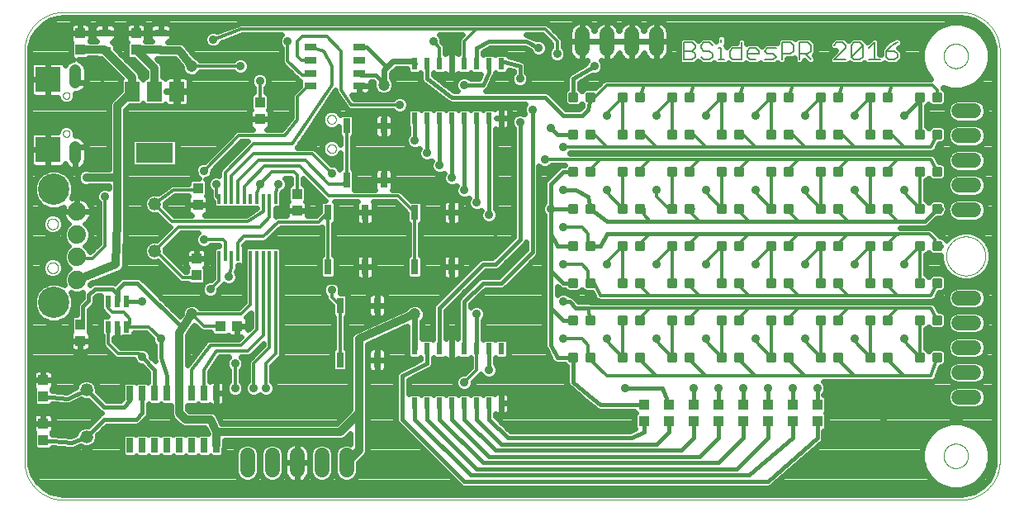
<source format=gtl>
G75*
%MOIN*%
%OFA0B0*%
%FSLAX25Y25*%
%IPPOS*%
%LPD*%
%AMOC8*
5,1,8,0,0,1.08239X$1,22.5*
%
%ADD10C,0.00000*%
%ADD11C,0.00600*%
%ADD12C,0.01181*%
%ADD13R,0.03937X0.04331*%
%ADD14C,0.05200*%
%ADD15R,0.02500X0.06000*%
%ADD16C,0.07400*%
%ADD17C,0.12661*%
%ADD18R,0.05900X0.07900*%
%ADD19R,0.15000X0.07900*%
%ADD20R,0.04724X0.03150*%
%ADD21R,0.01200X0.03900*%
%ADD22R,0.02362X0.04724*%
%ADD23R,0.03000X0.06000*%
%ADD24C,0.06000*%
%ADD25R,0.02165X0.04724*%
%ADD26R,0.04331X0.03937*%
%ADD27R,0.05000X0.02500*%
%ADD28R,0.09843X0.09843*%
%ADD29C,0.04756*%
%ADD30C,0.02400*%
%ADD31C,0.03562*%
%ADD32C,0.04724*%
%ADD33C,0.03600*%
%ADD34C,0.03200*%
%ADD35C,0.01600*%
%ADD36C,0.01200*%
D10*
X0059668Y0020048D02*
X0059668Y0185402D01*
X0059673Y0185783D01*
X0059686Y0186163D01*
X0059709Y0186543D01*
X0059742Y0186922D01*
X0059783Y0187300D01*
X0059833Y0187677D01*
X0059893Y0188053D01*
X0059961Y0188428D01*
X0060039Y0188800D01*
X0060126Y0189171D01*
X0060221Y0189539D01*
X0060326Y0189905D01*
X0060439Y0190268D01*
X0060561Y0190629D01*
X0060691Y0190986D01*
X0060831Y0191340D01*
X0060978Y0191691D01*
X0061135Y0192038D01*
X0061299Y0192381D01*
X0061472Y0192720D01*
X0061653Y0193055D01*
X0061842Y0193386D01*
X0062039Y0193711D01*
X0062243Y0194032D01*
X0062456Y0194348D01*
X0062676Y0194658D01*
X0062903Y0194964D01*
X0063138Y0195263D01*
X0063380Y0195557D01*
X0063628Y0195845D01*
X0063884Y0196127D01*
X0064147Y0196402D01*
X0064416Y0196671D01*
X0064691Y0196934D01*
X0064973Y0197190D01*
X0065261Y0197438D01*
X0065555Y0197680D01*
X0065854Y0197915D01*
X0066160Y0198142D01*
X0066470Y0198362D01*
X0066786Y0198575D01*
X0067107Y0198779D01*
X0067432Y0198976D01*
X0067763Y0199165D01*
X0068098Y0199346D01*
X0068437Y0199519D01*
X0068780Y0199683D01*
X0069127Y0199840D01*
X0069478Y0199987D01*
X0069832Y0200127D01*
X0070189Y0200257D01*
X0070550Y0200379D01*
X0070913Y0200492D01*
X0071279Y0200597D01*
X0071647Y0200692D01*
X0072018Y0200779D01*
X0072390Y0200857D01*
X0072765Y0200925D01*
X0073141Y0200985D01*
X0073518Y0201035D01*
X0073896Y0201076D01*
X0074275Y0201109D01*
X0074655Y0201132D01*
X0075035Y0201145D01*
X0075416Y0201150D01*
X0437620Y0201150D01*
X0438001Y0201145D01*
X0438381Y0201132D01*
X0438761Y0201109D01*
X0439140Y0201076D01*
X0439518Y0201035D01*
X0439895Y0200985D01*
X0440271Y0200925D01*
X0440646Y0200857D01*
X0441018Y0200779D01*
X0441389Y0200692D01*
X0441757Y0200597D01*
X0442123Y0200492D01*
X0442486Y0200379D01*
X0442847Y0200257D01*
X0443204Y0200127D01*
X0443558Y0199987D01*
X0443909Y0199840D01*
X0444256Y0199683D01*
X0444599Y0199519D01*
X0444938Y0199346D01*
X0445273Y0199165D01*
X0445604Y0198976D01*
X0445929Y0198779D01*
X0446250Y0198575D01*
X0446566Y0198362D01*
X0446876Y0198142D01*
X0447182Y0197915D01*
X0447481Y0197680D01*
X0447775Y0197438D01*
X0448063Y0197190D01*
X0448345Y0196934D01*
X0448620Y0196671D01*
X0448889Y0196402D01*
X0449152Y0196127D01*
X0449408Y0195845D01*
X0449656Y0195557D01*
X0449898Y0195263D01*
X0450133Y0194964D01*
X0450360Y0194658D01*
X0450580Y0194348D01*
X0450793Y0194032D01*
X0450997Y0193711D01*
X0451194Y0193386D01*
X0451383Y0193055D01*
X0451564Y0192720D01*
X0451737Y0192381D01*
X0451901Y0192038D01*
X0452058Y0191691D01*
X0452205Y0191340D01*
X0452345Y0190986D01*
X0452475Y0190629D01*
X0452597Y0190268D01*
X0452710Y0189905D01*
X0452815Y0189539D01*
X0452910Y0189171D01*
X0452997Y0188800D01*
X0453075Y0188428D01*
X0453143Y0188053D01*
X0453203Y0187677D01*
X0453253Y0187300D01*
X0453294Y0186922D01*
X0453327Y0186543D01*
X0453350Y0186163D01*
X0453363Y0185783D01*
X0453368Y0185402D01*
X0453369Y0185402D02*
X0453369Y0020048D01*
X0453368Y0020048D02*
X0453363Y0019667D01*
X0453350Y0019287D01*
X0453327Y0018907D01*
X0453294Y0018528D01*
X0453253Y0018150D01*
X0453203Y0017773D01*
X0453143Y0017397D01*
X0453075Y0017022D01*
X0452997Y0016650D01*
X0452910Y0016279D01*
X0452815Y0015911D01*
X0452710Y0015545D01*
X0452597Y0015182D01*
X0452475Y0014821D01*
X0452345Y0014464D01*
X0452205Y0014110D01*
X0452058Y0013759D01*
X0451901Y0013412D01*
X0451737Y0013069D01*
X0451564Y0012730D01*
X0451383Y0012395D01*
X0451194Y0012064D01*
X0450997Y0011739D01*
X0450793Y0011418D01*
X0450580Y0011102D01*
X0450360Y0010792D01*
X0450133Y0010486D01*
X0449898Y0010187D01*
X0449656Y0009893D01*
X0449408Y0009605D01*
X0449152Y0009323D01*
X0448889Y0009048D01*
X0448620Y0008779D01*
X0448345Y0008516D01*
X0448063Y0008260D01*
X0447775Y0008012D01*
X0447481Y0007770D01*
X0447182Y0007535D01*
X0446876Y0007308D01*
X0446566Y0007088D01*
X0446250Y0006875D01*
X0445929Y0006671D01*
X0445604Y0006474D01*
X0445273Y0006285D01*
X0444938Y0006104D01*
X0444599Y0005931D01*
X0444256Y0005767D01*
X0443909Y0005610D01*
X0443558Y0005463D01*
X0443204Y0005323D01*
X0442847Y0005193D01*
X0442486Y0005071D01*
X0442123Y0004958D01*
X0441757Y0004853D01*
X0441389Y0004758D01*
X0441018Y0004671D01*
X0440646Y0004593D01*
X0440271Y0004525D01*
X0439895Y0004465D01*
X0439518Y0004415D01*
X0439140Y0004374D01*
X0438761Y0004341D01*
X0438381Y0004318D01*
X0438001Y0004305D01*
X0437620Y0004300D01*
X0075416Y0004300D01*
X0075035Y0004305D01*
X0074655Y0004318D01*
X0074275Y0004341D01*
X0073896Y0004374D01*
X0073518Y0004415D01*
X0073141Y0004465D01*
X0072765Y0004525D01*
X0072390Y0004593D01*
X0072018Y0004671D01*
X0071647Y0004758D01*
X0071279Y0004853D01*
X0070913Y0004958D01*
X0070550Y0005071D01*
X0070189Y0005193D01*
X0069832Y0005323D01*
X0069478Y0005463D01*
X0069127Y0005610D01*
X0068780Y0005767D01*
X0068437Y0005931D01*
X0068098Y0006104D01*
X0067763Y0006285D01*
X0067432Y0006474D01*
X0067107Y0006671D01*
X0066786Y0006875D01*
X0066470Y0007088D01*
X0066160Y0007308D01*
X0065854Y0007535D01*
X0065555Y0007770D01*
X0065261Y0008012D01*
X0064973Y0008260D01*
X0064691Y0008516D01*
X0064416Y0008779D01*
X0064147Y0009048D01*
X0063884Y0009323D01*
X0063628Y0009605D01*
X0063380Y0009893D01*
X0063138Y0010187D01*
X0062903Y0010486D01*
X0062676Y0010792D01*
X0062456Y0011102D01*
X0062243Y0011418D01*
X0062039Y0011739D01*
X0061842Y0012064D01*
X0061653Y0012395D01*
X0061472Y0012730D01*
X0061299Y0013069D01*
X0061135Y0013412D01*
X0060978Y0013759D01*
X0060831Y0014110D01*
X0060691Y0014464D01*
X0060561Y0014821D01*
X0060439Y0015182D01*
X0060326Y0015545D01*
X0060221Y0015911D01*
X0060126Y0016279D01*
X0060039Y0016650D01*
X0059961Y0017022D01*
X0059893Y0017397D01*
X0059833Y0017773D01*
X0059783Y0018150D01*
X0059742Y0018528D01*
X0059709Y0018907D01*
X0059686Y0019287D01*
X0059673Y0019667D01*
X0059668Y0020048D01*
X0068920Y0097942D02*
X0068922Y0098035D01*
X0068928Y0098127D01*
X0068938Y0098219D01*
X0068952Y0098310D01*
X0068969Y0098401D01*
X0068991Y0098491D01*
X0069016Y0098580D01*
X0069045Y0098668D01*
X0069078Y0098754D01*
X0069115Y0098839D01*
X0069155Y0098923D01*
X0069199Y0099004D01*
X0069246Y0099084D01*
X0069296Y0099162D01*
X0069350Y0099237D01*
X0069407Y0099310D01*
X0069467Y0099380D01*
X0069530Y0099448D01*
X0069596Y0099513D01*
X0069664Y0099575D01*
X0069735Y0099635D01*
X0069809Y0099691D01*
X0069885Y0099744D01*
X0069963Y0099793D01*
X0070043Y0099840D01*
X0070125Y0099882D01*
X0070209Y0099922D01*
X0070294Y0099957D01*
X0070381Y0099989D01*
X0070469Y0100018D01*
X0070558Y0100042D01*
X0070648Y0100063D01*
X0070739Y0100079D01*
X0070831Y0100092D01*
X0070923Y0100101D01*
X0071016Y0100106D01*
X0071108Y0100107D01*
X0071201Y0100104D01*
X0071293Y0100097D01*
X0071385Y0100086D01*
X0071476Y0100071D01*
X0071567Y0100053D01*
X0071657Y0100030D01*
X0071745Y0100004D01*
X0071833Y0099974D01*
X0071919Y0099940D01*
X0072003Y0099903D01*
X0072086Y0099861D01*
X0072167Y0099817D01*
X0072247Y0099769D01*
X0072324Y0099718D01*
X0072398Y0099663D01*
X0072471Y0099605D01*
X0072541Y0099545D01*
X0072608Y0099481D01*
X0072672Y0099415D01*
X0072734Y0099345D01*
X0072792Y0099274D01*
X0072847Y0099200D01*
X0072899Y0099123D01*
X0072948Y0099044D01*
X0072994Y0098964D01*
X0073036Y0098881D01*
X0073074Y0098797D01*
X0073109Y0098711D01*
X0073140Y0098624D01*
X0073167Y0098536D01*
X0073190Y0098446D01*
X0073210Y0098356D01*
X0073226Y0098265D01*
X0073238Y0098173D01*
X0073246Y0098081D01*
X0073250Y0097988D01*
X0073250Y0097896D01*
X0073246Y0097803D01*
X0073238Y0097711D01*
X0073226Y0097619D01*
X0073210Y0097528D01*
X0073190Y0097438D01*
X0073167Y0097348D01*
X0073140Y0097260D01*
X0073109Y0097173D01*
X0073074Y0097087D01*
X0073036Y0097003D01*
X0072994Y0096920D01*
X0072948Y0096840D01*
X0072899Y0096761D01*
X0072847Y0096684D01*
X0072792Y0096610D01*
X0072734Y0096539D01*
X0072672Y0096469D01*
X0072608Y0096403D01*
X0072541Y0096339D01*
X0072471Y0096279D01*
X0072398Y0096221D01*
X0072324Y0096166D01*
X0072247Y0096115D01*
X0072168Y0096067D01*
X0072086Y0096023D01*
X0072003Y0095981D01*
X0071919Y0095944D01*
X0071833Y0095910D01*
X0071745Y0095880D01*
X0071657Y0095854D01*
X0071567Y0095831D01*
X0071476Y0095813D01*
X0071385Y0095798D01*
X0071293Y0095787D01*
X0071201Y0095780D01*
X0071108Y0095777D01*
X0071016Y0095778D01*
X0070923Y0095783D01*
X0070831Y0095792D01*
X0070739Y0095805D01*
X0070648Y0095821D01*
X0070558Y0095842D01*
X0070469Y0095866D01*
X0070381Y0095895D01*
X0070294Y0095927D01*
X0070209Y0095962D01*
X0070125Y0096002D01*
X0070043Y0096044D01*
X0069963Y0096091D01*
X0069885Y0096140D01*
X0069809Y0096193D01*
X0069735Y0096249D01*
X0069664Y0096309D01*
X0069596Y0096371D01*
X0069530Y0096436D01*
X0069467Y0096504D01*
X0069407Y0096574D01*
X0069350Y0096647D01*
X0069296Y0096722D01*
X0069246Y0096800D01*
X0069199Y0096880D01*
X0069155Y0096961D01*
X0069115Y0097045D01*
X0069078Y0097130D01*
X0069045Y0097216D01*
X0069016Y0097304D01*
X0068991Y0097393D01*
X0068969Y0097483D01*
X0068952Y0097574D01*
X0068938Y0097665D01*
X0068928Y0097757D01*
X0068922Y0097849D01*
X0068920Y0097942D01*
X0068920Y0115658D02*
X0068922Y0115751D01*
X0068928Y0115843D01*
X0068938Y0115935D01*
X0068952Y0116026D01*
X0068969Y0116117D01*
X0068991Y0116207D01*
X0069016Y0116296D01*
X0069045Y0116384D01*
X0069078Y0116470D01*
X0069115Y0116555D01*
X0069155Y0116639D01*
X0069199Y0116720D01*
X0069246Y0116800D01*
X0069296Y0116878D01*
X0069350Y0116953D01*
X0069407Y0117026D01*
X0069467Y0117096D01*
X0069530Y0117164D01*
X0069596Y0117229D01*
X0069664Y0117291D01*
X0069735Y0117351D01*
X0069809Y0117407D01*
X0069885Y0117460D01*
X0069963Y0117509D01*
X0070043Y0117556D01*
X0070125Y0117598D01*
X0070209Y0117638D01*
X0070294Y0117673D01*
X0070381Y0117705D01*
X0070469Y0117734D01*
X0070558Y0117758D01*
X0070648Y0117779D01*
X0070739Y0117795D01*
X0070831Y0117808D01*
X0070923Y0117817D01*
X0071016Y0117822D01*
X0071108Y0117823D01*
X0071201Y0117820D01*
X0071293Y0117813D01*
X0071385Y0117802D01*
X0071476Y0117787D01*
X0071567Y0117769D01*
X0071657Y0117746D01*
X0071745Y0117720D01*
X0071833Y0117690D01*
X0071919Y0117656D01*
X0072003Y0117619D01*
X0072086Y0117577D01*
X0072167Y0117533D01*
X0072247Y0117485D01*
X0072324Y0117434D01*
X0072398Y0117379D01*
X0072471Y0117321D01*
X0072541Y0117261D01*
X0072608Y0117197D01*
X0072672Y0117131D01*
X0072734Y0117061D01*
X0072792Y0116990D01*
X0072847Y0116916D01*
X0072899Y0116839D01*
X0072948Y0116760D01*
X0072994Y0116680D01*
X0073036Y0116597D01*
X0073074Y0116513D01*
X0073109Y0116427D01*
X0073140Y0116340D01*
X0073167Y0116252D01*
X0073190Y0116162D01*
X0073210Y0116072D01*
X0073226Y0115981D01*
X0073238Y0115889D01*
X0073246Y0115797D01*
X0073250Y0115704D01*
X0073250Y0115612D01*
X0073246Y0115519D01*
X0073238Y0115427D01*
X0073226Y0115335D01*
X0073210Y0115244D01*
X0073190Y0115154D01*
X0073167Y0115064D01*
X0073140Y0114976D01*
X0073109Y0114889D01*
X0073074Y0114803D01*
X0073036Y0114719D01*
X0072994Y0114636D01*
X0072948Y0114556D01*
X0072899Y0114477D01*
X0072847Y0114400D01*
X0072792Y0114326D01*
X0072734Y0114255D01*
X0072672Y0114185D01*
X0072608Y0114119D01*
X0072541Y0114055D01*
X0072471Y0113995D01*
X0072398Y0113937D01*
X0072324Y0113882D01*
X0072247Y0113831D01*
X0072168Y0113783D01*
X0072086Y0113739D01*
X0072003Y0113697D01*
X0071919Y0113660D01*
X0071833Y0113626D01*
X0071745Y0113596D01*
X0071657Y0113570D01*
X0071567Y0113547D01*
X0071476Y0113529D01*
X0071385Y0113514D01*
X0071293Y0113503D01*
X0071201Y0113496D01*
X0071108Y0113493D01*
X0071016Y0113494D01*
X0070923Y0113499D01*
X0070831Y0113508D01*
X0070739Y0113521D01*
X0070648Y0113537D01*
X0070558Y0113558D01*
X0070469Y0113582D01*
X0070381Y0113611D01*
X0070294Y0113643D01*
X0070209Y0113678D01*
X0070125Y0113718D01*
X0070043Y0113760D01*
X0069963Y0113807D01*
X0069885Y0113856D01*
X0069809Y0113909D01*
X0069735Y0113965D01*
X0069664Y0114025D01*
X0069596Y0114087D01*
X0069530Y0114152D01*
X0069467Y0114220D01*
X0069407Y0114290D01*
X0069350Y0114363D01*
X0069296Y0114438D01*
X0069246Y0114516D01*
X0069199Y0114596D01*
X0069155Y0114677D01*
X0069115Y0114761D01*
X0069078Y0114846D01*
X0069045Y0114932D01*
X0069016Y0115020D01*
X0068991Y0115109D01*
X0068969Y0115199D01*
X0068952Y0115290D01*
X0068938Y0115381D01*
X0068928Y0115473D01*
X0068922Y0115565D01*
X0068920Y0115658D01*
X0067935Y0144457D02*
X0070298Y0144457D01*
X0070297Y0144457D02*
X0070360Y0144465D01*
X0070422Y0144476D01*
X0070484Y0144491D01*
X0070544Y0144509D01*
X0070604Y0144531D01*
X0070662Y0144556D01*
X0070718Y0144585D01*
X0070773Y0144617D01*
X0070825Y0144652D01*
X0070876Y0144690D01*
X0070924Y0144730D01*
X0070970Y0144774D01*
X0071013Y0144820D01*
X0071054Y0144869D01*
X0071092Y0144920D01*
X0071126Y0144972D01*
X0071158Y0145027D01*
X0071186Y0145084D01*
X0071211Y0145142D01*
X0071232Y0145202D01*
X0071250Y0145262D01*
X0071264Y0145324D01*
X0071275Y0145386D01*
X0071282Y0145449D01*
X0071286Y0145512D01*
X0071285Y0145575D01*
X0071282Y0145638D01*
X0071282Y0145639D02*
X0071285Y0145702D01*
X0071286Y0145765D01*
X0071282Y0145828D01*
X0071275Y0145891D01*
X0071264Y0145953D01*
X0071250Y0146015D01*
X0071232Y0146075D01*
X0071211Y0146135D01*
X0071186Y0146193D01*
X0071158Y0146250D01*
X0071126Y0146305D01*
X0071092Y0146357D01*
X0071054Y0146408D01*
X0071013Y0146457D01*
X0070970Y0146503D01*
X0070924Y0146547D01*
X0070876Y0146587D01*
X0070825Y0146625D01*
X0070773Y0146660D01*
X0070718Y0146692D01*
X0070662Y0146721D01*
X0070604Y0146746D01*
X0070544Y0146768D01*
X0070484Y0146786D01*
X0070422Y0146801D01*
X0070360Y0146812D01*
X0070297Y0146820D01*
X0070298Y0146820D02*
X0067935Y0146820D01*
X0067936Y0146820D02*
X0067870Y0146812D01*
X0067806Y0146800D01*
X0067742Y0146784D01*
X0067679Y0146765D01*
X0067618Y0146741D01*
X0067558Y0146714D01*
X0067500Y0146684D01*
X0067444Y0146650D01*
X0067390Y0146613D01*
X0067338Y0146572D01*
X0067289Y0146528D01*
X0067242Y0146482D01*
X0067199Y0146433D01*
X0067158Y0146381D01*
X0067121Y0146327D01*
X0067087Y0146271D01*
X0067057Y0146213D01*
X0067030Y0146153D01*
X0067006Y0146092D01*
X0066987Y0146029D01*
X0066971Y0145965D01*
X0066959Y0145901D01*
X0066951Y0145835D01*
X0066947Y0145770D01*
X0066947Y0145704D01*
X0066951Y0145639D01*
X0066951Y0145638D02*
X0066947Y0145573D01*
X0066947Y0145507D01*
X0066951Y0145442D01*
X0066959Y0145376D01*
X0066971Y0145312D01*
X0066987Y0145248D01*
X0067006Y0145185D01*
X0067030Y0145124D01*
X0067057Y0145064D01*
X0067087Y0145006D01*
X0067121Y0144950D01*
X0067158Y0144896D01*
X0067199Y0144844D01*
X0067242Y0144795D01*
X0067289Y0144749D01*
X0067338Y0144705D01*
X0067390Y0144664D01*
X0067444Y0144627D01*
X0067500Y0144593D01*
X0067558Y0144563D01*
X0067618Y0144536D01*
X0067679Y0144512D01*
X0067742Y0144493D01*
X0067806Y0144477D01*
X0067870Y0144465D01*
X0067936Y0144457D01*
X0075219Y0152135D02*
X0075221Y0152209D01*
X0075227Y0152283D01*
X0075237Y0152356D01*
X0075251Y0152429D01*
X0075268Y0152501D01*
X0075290Y0152571D01*
X0075315Y0152641D01*
X0075344Y0152709D01*
X0075377Y0152775D01*
X0075413Y0152840D01*
X0075453Y0152902D01*
X0075495Y0152963D01*
X0075541Y0153021D01*
X0075590Y0153076D01*
X0075642Y0153129D01*
X0075697Y0153179D01*
X0075754Y0153225D01*
X0075814Y0153269D01*
X0075876Y0153309D01*
X0075940Y0153346D01*
X0076006Y0153380D01*
X0076074Y0153410D01*
X0076143Y0153436D01*
X0076214Y0153459D01*
X0076285Y0153477D01*
X0076358Y0153492D01*
X0076431Y0153503D01*
X0076505Y0153510D01*
X0076579Y0153513D01*
X0076652Y0153512D01*
X0076726Y0153507D01*
X0076800Y0153498D01*
X0076873Y0153485D01*
X0076945Y0153468D01*
X0077016Y0153448D01*
X0077086Y0153423D01*
X0077154Y0153395D01*
X0077221Y0153364D01*
X0077286Y0153328D01*
X0077349Y0153290D01*
X0077410Y0153248D01*
X0077469Y0153202D01*
X0077525Y0153154D01*
X0077578Y0153103D01*
X0077628Y0153049D01*
X0077676Y0152992D01*
X0077720Y0152933D01*
X0077762Y0152871D01*
X0077800Y0152808D01*
X0077834Y0152742D01*
X0077865Y0152675D01*
X0077892Y0152606D01*
X0077915Y0152536D01*
X0077935Y0152465D01*
X0077951Y0152392D01*
X0077963Y0152319D01*
X0077971Y0152246D01*
X0077975Y0152172D01*
X0077975Y0152098D01*
X0077971Y0152024D01*
X0077963Y0151951D01*
X0077951Y0151878D01*
X0077935Y0151805D01*
X0077915Y0151734D01*
X0077892Y0151664D01*
X0077865Y0151595D01*
X0077834Y0151528D01*
X0077800Y0151462D01*
X0077762Y0151399D01*
X0077720Y0151337D01*
X0077676Y0151278D01*
X0077628Y0151221D01*
X0077578Y0151167D01*
X0077525Y0151116D01*
X0077469Y0151068D01*
X0077410Y0151022D01*
X0077349Y0150980D01*
X0077286Y0150942D01*
X0077221Y0150906D01*
X0077154Y0150875D01*
X0077086Y0150847D01*
X0077016Y0150822D01*
X0076945Y0150802D01*
X0076873Y0150785D01*
X0076800Y0150772D01*
X0076726Y0150763D01*
X0076652Y0150758D01*
X0076579Y0150757D01*
X0076505Y0150760D01*
X0076431Y0150767D01*
X0076358Y0150778D01*
X0076285Y0150793D01*
X0076214Y0150811D01*
X0076143Y0150834D01*
X0076074Y0150860D01*
X0076006Y0150890D01*
X0075940Y0150924D01*
X0075876Y0150961D01*
X0075814Y0151001D01*
X0075754Y0151045D01*
X0075697Y0151091D01*
X0075642Y0151141D01*
X0075590Y0151194D01*
X0075541Y0151249D01*
X0075495Y0151307D01*
X0075453Y0151368D01*
X0075413Y0151430D01*
X0075377Y0151495D01*
X0075344Y0151561D01*
X0075315Y0151629D01*
X0075290Y0151699D01*
X0075268Y0151769D01*
X0075251Y0151841D01*
X0075237Y0151914D01*
X0075227Y0151987D01*
X0075221Y0152061D01*
X0075219Y0152135D01*
X0075219Y0167489D02*
X0075221Y0167563D01*
X0075227Y0167637D01*
X0075237Y0167710D01*
X0075251Y0167783D01*
X0075268Y0167855D01*
X0075290Y0167925D01*
X0075315Y0167995D01*
X0075344Y0168063D01*
X0075377Y0168129D01*
X0075413Y0168194D01*
X0075453Y0168256D01*
X0075495Y0168317D01*
X0075541Y0168375D01*
X0075590Y0168430D01*
X0075642Y0168483D01*
X0075697Y0168533D01*
X0075754Y0168579D01*
X0075814Y0168623D01*
X0075876Y0168663D01*
X0075940Y0168700D01*
X0076006Y0168734D01*
X0076074Y0168764D01*
X0076143Y0168790D01*
X0076214Y0168813D01*
X0076285Y0168831D01*
X0076358Y0168846D01*
X0076431Y0168857D01*
X0076505Y0168864D01*
X0076579Y0168867D01*
X0076652Y0168866D01*
X0076726Y0168861D01*
X0076800Y0168852D01*
X0076873Y0168839D01*
X0076945Y0168822D01*
X0077016Y0168802D01*
X0077086Y0168777D01*
X0077154Y0168749D01*
X0077221Y0168718D01*
X0077286Y0168682D01*
X0077349Y0168644D01*
X0077410Y0168602D01*
X0077469Y0168556D01*
X0077525Y0168508D01*
X0077578Y0168457D01*
X0077628Y0168403D01*
X0077676Y0168346D01*
X0077720Y0168287D01*
X0077762Y0168225D01*
X0077800Y0168162D01*
X0077834Y0168096D01*
X0077865Y0168029D01*
X0077892Y0167960D01*
X0077915Y0167890D01*
X0077935Y0167819D01*
X0077951Y0167746D01*
X0077963Y0167673D01*
X0077971Y0167600D01*
X0077975Y0167526D01*
X0077975Y0167452D01*
X0077971Y0167378D01*
X0077963Y0167305D01*
X0077951Y0167232D01*
X0077935Y0167159D01*
X0077915Y0167088D01*
X0077892Y0167018D01*
X0077865Y0166949D01*
X0077834Y0166882D01*
X0077800Y0166816D01*
X0077762Y0166753D01*
X0077720Y0166691D01*
X0077676Y0166632D01*
X0077628Y0166575D01*
X0077578Y0166521D01*
X0077525Y0166470D01*
X0077469Y0166422D01*
X0077410Y0166376D01*
X0077349Y0166334D01*
X0077286Y0166296D01*
X0077221Y0166260D01*
X0077154Y0166229D01*
X0077086Y0166201D01*
X0077016Y0166176D01*
X0076945Y0166156D01*
X0076873Y0166139D01*
X0076800Y0166126D01*
X0076726Y0166117D01*
X0076652Y0166112D01*
X0076579Y0166111D01*
X0076505Y0166114D01*
X0076431Y0166121D01*
X0076358Y0166132D01*
X0076285Y0166147D01*
X0076214Y0166165D01*
X0076143Y0166188D01*
X0076074Y0166214D01*
X0076006Y0166244D01*
X0075940Y0166278D01*
X0075876Y0166315D01*
X0075814Y0166355D01*
X0075754Y0166399D01*
X0075697Y0166445D01*
X0075642Y0166495D01*
X0075590Y0166548D01*
X0075541Y0166603D01*
X0075495Y0166661D01*
X0075453Y0166722D01*
X0075413Y0166784D01*
X0075377Y0166849D01*
X0075344Y0166915D01*
X0075315Y0166983D01*
X0075290Y0167053D01*
X0075268Y0167123D01*
X0075251Y0167195D01*
X0075237Y0167268D01*
X0075227Y0167341D01*
X0075221Y0167415D01*
X0075219Y0167489D01*
X0070298Y0172804D02*
X0067935Y0172804D01*
X0067936Y0172804D02*
X0067870Y0172812D01*
X0067806Y0172824D01*
X0067742Y0172840D01*
X0067679Y0172859D01*
X0067618Y0172883D01*
X0067558Y0172910D01*
X0067500Y0172940D01*
X0067444Y0172974D01*
X0067390Y0173011D01*
X0067338Y0173052D01*
X0067289Y0173096D01*
X0067242Y0173142D01*
X0067199Y0173191D01*
X0067158Y0173243D01*
X0067121Y0173297D01*
X0067087Y0173353D01*
X0067057Y0173411D01*
X0067030Y0173471D01*
X0067006Y0173532D01*
X0066987Y0173595D01*
X0066971Y0173659D01*
X0066959Y0173723D01*
X0066951Y0173789D01*
X0066947Y0173854D01*
X0066947Y0173920D01*
X0066951Y0173985D01*
X0066947Y0174050D01*
X0066947Y0174116D01*
X0066951Y0174181D01*
X0066959Y0174247D01*
X0066971Y0174311D01*
X0066987Y0174375D01*
X0067006Y0174438D01*
X0067030Y0174499D01*
X0067057Y0174559D01*
X0067087Y0174617D01*
X0067121Y0174673D01*
X0067158Y0174727D01*
X0067199Y0174779D01*
X0067242Y0174828D01*
X0067289Y0174874D01*
X0067338Y0174918D01*
X0067390Y0174959D01*
X0067444Y0174996D01*
X0067500Y0175030D01*
X0067558Y0175060D01*
X0067618Y0175087D01*
X0067679Y0175111D01*
X0067742Y0175130D01*
X0067806Y0175146D01*
X0067870Y0175158D01*
X0067936Y0175166D01*
X0067935Y0175166D02*
X0070298Y0175166D01*
X0070297Y0175166D02*
X0070360Y0175158D01*
X0070422Y0175147D01*
X0070484Y0175132D01*
X0070544Y0175114D01*
X0070604Y0175092D01*
X0070662Y0175067D01*
X0070718Y0175038D01*
X0070773Y0175006D01*
X0070825Y0174971D01*
X0070876Y0174933D01*
X0070924Y0174893D01*
X0070970Y0174849D01*
X0071013Y0174803D01*
X0071054Y0174754D01*
X0071092Y0174703D01*
X0071126Y0174651D01*
X0071158Y0174596D01*
X0071186Y0174539D01*
X0071211Y0174481D01*
X0071232Y0174421D01*
X0071250Y0174361D01*
X0071264Y0174299D01*
X0071275Y0174237D01*
X0071282Y0174174D01*
X0071286Y0174111D01*
X0071285Y0174048D01*
X0071282Y0173985D01*
X0071285Y0173922D01*
X0071286Y0173859D01*
X0071282Y0173796D01*
X0071275Y0173733D01*
X0071264Y0173671D01*
X0071250Y0173609D01*
X0071232Y0173549D01*
X0071211Y0173489D01*
X0071186Y0173431D01*
X0071158Y0173374D01*
X0071126Y0173319D01*
X0071092Y0173267D01*
X0071054Y0173216D01*
X0071013Y0173167D01*
X0070970Y0173121D01*
X0070924Y0173077D01*
X0070876Y0173037D01*
X0070825Y0172999D01*
X0070773Y0172964D01*
X0070718Y0172932D01*
X0070662Y0172903D01*
X0070604Y0172878D01*
X0070544Y0172856D01*
X0070484Y0172838D01*
X0070422Y0172823D01*
X0070360Y0172812D01*
X0070297Y0172804D01*
X0181911Y0157843D02*
X0181913Y0157927D01*
X0181919Y0158010D01*
X0181929Y0158093D01*
X0181943Y0158176D01*
X0181960Y0158258D01*
X0181982Y0158339D01*
X0182007Y0158418D01*
X0182036Y0158497D01*
X0182069Y0158574D01*
X0182105Y0158649D01*
X0182145Y0158723D01*
X0182188Y0158795D01*
X0182235Y0158864D01*
X0182285Y0158931D01*
X0182338Y0158996D01*
X0182394Y0159058D01*
X0182452Y0159118D01*
X0182514Y0159175D01*
X0182578Y0159228D01*
X0182645Y0159279D01*
X0182714Y0159326D01*
X0182785Y0159371D01*
X0182858Y0159411D01*
X0182933Y0159448D01*
X0183010Y0159482D01*
X0183088Y0159512D01*
X0183167Y0159538D01*
X0183248Y0159561D01*
X0183330Y0159579D01*
X0183412Y0159594D01*
X0183495Y0159605D01*
X0183578Y0159612D01*
X0183662Y0159615D01*
X0183746Y0159614D01*
X0183829Y0159609D01*
X0183913Y0159600D01*
X0183995Y0159587D01*
X0184077Y0159571D01*
X0184158Y0159550D01*
X0184239Y0159526D01*
X0184317Y0159498D01*
X0184395Y0159466D01*
X0184471Y0159430D01*
X0184545Y0159391D01*
X0184617Y0159349D01*
X0184687Y0159303D01*
X0184755Y0159254D01*
X0184820Y0159202D01*
X0184883Y0159147D01*
X0184943Y0159089D01*
X0185001Y0159028D01*
X0185055Y0158964D01*
X0185107Y0158898D01*
X0185155Y0158830D01*
X0185200Y0158759D01*
X0185241Y0158686D01*
X0185280Y0158612D01*
X0185314Y0158536D01*
X0185345Y0158458D01*
X0185372Y0158379D01*
X0185396Y0158298D01*
X0185415Y0158217D01*
X0185431Y0158135D01*
X0185443Y0158052D01*
X0185451Y0157968D01*
X0185455Y0157885D01*
X0185455Y0157801D01*
X0185451Y0157718D01*
X0185443Y0157634D01*
X0185431Y0157551D01*
X0185415Y0157469D01*
X0185396Y0157388D01*
X0185372Y0157307D01*
X0185345Y0157228D01*
X0185314Y0157150D01*
X0185280Y0157074D01*
X0185241Y0157000D01*
X0185200Y0156927D01*
X0185155Y0156856D01*
X0185107Y0156788D01*
X0185055Y0156722D01*
X0185001Y0156658D01*
X0184943Y0156597D01*
X0184883Y0156539D01*
X0184820Y0156484D01*
X0184755Y0156432D01*
X0184687Y0156383D01*
X0184617Y0156337D01*
X0184545Y0156295D01*
X0184471Y0156256D01*
X0184395Y0156220D01*
X0184317Y0156188D01*
X0184239Y0156160D01*
X0184158Y0156136D01*
X0184077Y0156115D01*
X0183995Y0156099D01*
X0183913Y0156086D01*
X0183829Y0156077D01*
X0183746Y0156072D01*
X0183662Y0156071D01*
X0183578Y0156074D01*
X0183495Y0156081D01*
X0183412Y0156092D01*
X0183330Y0156107D01*
X0183248Y0156125D01*
X0183167Y0156148D01*
X0183088Y0156174D01*
X0183010Y0156204D01*
X0182933Y0156238D01*
X0182858Y0156275D01*
X0182785Y0156315D01*
X0182714Y0156360D01*
X0182645Y0156407D01*
X0182578Y0156458D01*
X0182514Y0156511D01*
X0182452Y0156568D01*
X0182394Y0156628D01*
X0182338Y0156690D01*
X0182285Y0156755D01*
X0182235Y0156822D01*
X0182188Y0156891D01*
X0182145Y0156963D01*
X0182105Y0157037D01*
X0182069Y0157112D01*
X0182036Y0157189D01*
X0182007Y0157268D01*
X0181982Y0157347D01*
X0181960Y0157428D01*
X0181943Y0157510D01*
X0181929Y0157593D01*
X0181919Y0157676D01*
X0181913Y0157759D01*
X0181911Y0157843D01*
X0181911Y0146032D02*
X0181913Y0146116D01*
X0181919Y0146199D01*
X0181929Y0146282D01*
X0181943Y0146365D01*
X0181960Y0146447D01*
X0181982Y0146528D01*
X0182007Y0146607D01*
X0182036Y0146686D01*
X0182069Y0146763D01*
X0182105Y0146838D01*
X0182145Y0146912D01*
X0182188Y0146984D01*
X0182235Y0147053D01*
X0182285Y0147120D01*
X0182338Y0147185D01*
X0182394Y0147247D01*
X0182452Y0147307D01*
X0182514Y0147364D01*
X0182578Y0147417D01*
X0182645Y0147468D01*
X0182714Y0147515D01*
X0182785Y0147560D01*
X0182858Y0147600D01*
X0182933Y0147637D01*
X0183010Y0147671D01*
X0183088Y0147701D01*
X0183167Y0147727D01*
X0183248Y0147750D01*
X0183330Y0147768D01*
X0183412Y0147783D01*
X0183495Y0147794D01*
X0183578Y0147801D01*
X0183662Y0147804D01*
X0183746Y0147803D01*
X0183829Y0147798D01*
X0183913Y0147789D01*
X0183995Y0147776D01*
X0184077Y0147760D01*
X0184158Y0147739D01*
X0184239Y0147715D01*
X0184317Y0147687D01*
X0184395Y0147655D01*
X0184471Y0147619D01*
X0184545Y0147580D01*
X0184617Y0147538D01*
X0184687Y0147492D01*
X0184755Y0147443D01*
X0184820Y0147391D01*
X0184883Y0147336D01*
X0184943Y0147278D01*
X0185001Y0147217D01*
X0185055Y0147153D01*
X0185107Y0147087D01*
X0185155Y0147019D01*
X0185200Y0146948D01*
X0185241Y0146875D01*
X0185280Y0146801D01*
X0185314Y0146725D01*
X0185345Y0146647D01*
X0185372Y0146568D01*
X0185396Y0146487D01*
X0185415Y0146406D01*
X0185431Y0146324D01*
X0185443Y0146241D01*
X0185451Y0146157D01*
X0185455Y0146074D01*
X0185455Y0145990D01*
X0185451Y0145907D01*
X0185443Y0145823D01*
X0185431Y0145740D01*
X0185415Y0145658D01*
X0185396Y0145577D01*
X0185372Y0145496D01*
X0185345Y0145417D01*
X0185314Y0145339D01*
X0185280Y0145263D01*
X0185241Y0145189D01*
X0185200Y0145116D01*
X0185155Y0145045D01*
X0185107Y0144977D01*
X0185055Y0144911D01*
X0185001Y0144847D01*
X0184943Y0144786D01*
X0184883Y0144728D01*
X0184820Y0144673D01*
X0184755Y0144621D01*
X0184687Y0144572D01*
X0184617Y0144526D01*
X0184545Y0144484D01*
X0184471Y0144445D01*
X0184395Y0144409D01*
X0184317Y0144377D01*
X0184239Y0144349D01*
X0184158Y0144325D01*
X0184077Y0144304D01*
X0183995Y0144288D01*
X0183913Y0144275D01*
X0183829Y0144266D01*
X0183746Y0144261D01*
X0183662Y0144260D01*
X0183578Y0144263D01*
X0183495Y0144270D01*
X0183412Y0144281D01*
X0183330Y0144296D01*
X0183248Y0144314D01*
X0183167Y0144337D01*
X0183088Y0144363D01*
X0183010Y0144393D01*
X0182933Y0144427D01*
X0182858Y0144464D01*
X0182785Y0144504D01*
X0182714Y0144549D01*
X0182645Y0144596D01*
X0182578Y0144647D01*
X0182514Y0144700D01*
X0182452Y0144757D01*
X0182394Y0144817D01*
X0182338Y0144879D01*
X0182285Y0144944D01*
X0182235Y0145011D01*
X0182188Y0145080D01*
X0182145Y0145152D01*
X0182105Y0145226D01*
X0182069Y0145301D01*
X0182036Y0145378D01*
X0182007Y0145457D01*
X0181982Y0145536D01*
X0181960Y0145617D01*
X0181943Y0145699D01*
X0181929Y0145782D01*
X0181919Y0145865D01*
X0181913Y0145948D01*
X0181911Y0146032D01*
X0430731Y0183434D02*
X0430733Y0183574D01*
X0430739Y0183714D01*
X0430749Y0183853D01*
X0430763Y0183992D01*
X0430781Y0184131D01*
X0430802Y0184269D01*
X0430828Y0184407D01*
X0430858Y0184544D01*
X0430891Y0184679D01*
X0430929Y0184814D01*
X0430970Y0184948D01*
X0431015Y0185081D01*
X0431063Y0185212D01*
X0431116Y0185341D01*
X0431172Y0185470D01*
X0431231Y0185596D01*
X0431295Y0185721D01*
X0431361Y0185844D01*
X0431432Y0185965D01*
X0431505Y0186084D01*
X0431582Y0186201D01*
X0431663Y0186315D01*
X0431746Y0186427D01*
X0431833Y0186537D01*
X0431923Y0186645D01*
X0432015Y0186749D01*
X0432111Y0186851D01*
X0432210Y0186951D01*
X0432311Y0187047D01*
X0432415Y0187141D01*
X0432522Y0187231D01*
X0432631Y0187318D01*
X0432743Y0187403D01*
X0432857Y0187484D01*
X0432973Y0187562D01*
X0433091Y0187636D01*
X0433212Y0187707D01*
X0433334Y0187775D01*
X0433459Y0187839D01*
X0433585Y0187900D01*
X0433712Y0187957D01*
X0433842Y0188010D01*
X0433973Y0188060D01*
X0434105Y0188105D01*
X0434238Y0188148D01*
X0434373Y0188186D01*
X0434508Y0188220D01*
X0434645Y0188251D01*
X0434782Y0188278D01*
X0434920Y0188300D01*
X0435059Y0188319D01*
X0435198Y0188334D01*
X0435337Y0188345D01*
X0435477Y0188352D01*
X0435617Y0188355D01*
X0435757Y0188354D01*
X0435897Y0188349D01*
X0436036Y0188340D01*
X0436176Y0188327D01*
X0436315Y0188310D01*
X0436453Y0188289D01*
X0436591Y0188265D01*
X0436728Y0188236D01*
X0436864Y0188204D01*
X0436999Y0188167D01*
X0437133Y0188127D01*
X0437266Y0188083D01*
X0437397Y0188035D01*
X0437527Y0187984D01*
X0437656Y0187929D01*
X0437783Y0187870D01*
X0437908Y0187807D01*
X0438031Y0187742D01*
X0438153Y0187672D01*
X0438272Y0187599D01*
X0438390Y0187523D01*
X0438505Y0187444D01*
X0438618Y0187361D01*
X0438728Y0187275D01*
X0438836Y0187186D01*
X0438941Y0187094D01*
X0439044Y0186999D01*
X0439144Y0186901D01*
X0439241Y0186801D01*
X0439335Y0186697D01*
X0439427Y0186591D01*
X0439515Y0186483D01*
X0439600Y0186372D01*
X0439682Y0186258D01*
X0439761Y0186142D01*
X0439836Y0186025D01*
X0439908Y0185905D01*
X0439976Y0185783D01*
X0440041Y0185659D01*
X0440103Y0185533D01*
X0440161Y0185406D01*
X0440215Y0185277D01*
X0440266Y0185146D01*
X0440312Y0185014D01*
X0440355Y0184881D01*
X0440395Y0184747D01*
X0440430Y0184612D01*
X0440462Y0184475D01*
X0440489Y0184338D01*
X0440513Y0184200D01*
X0440533Y0184062D01*
X0440549Y0183923D01*
X0440561Y0183783D01*
X0440569Y0183644D01*
X0440573Y0183504D01*
X0440573Y0183364D01*
X0440569Y0183224D01*
X0440561Y0183085D01*
X0440549Y0182945D01*
X0440533Y0182806D01*
X0440513Y0182668D01*
X0440489Y0182530D01*
X0440462Y0182393D01*
X0440430Y0182256D01*
X0440395Y0182121D01*
X0440355Y0181987D01*
X0440312Y0181854D01*
X0440266Y0181722D01*
X0440215Y0181591D01*
X0440161Y0181462D01*
X0440103Y0181335D01*
X0440041Y0181209D01*
X0439976Y0181085D01*
X0439908Y0180963D01*
X0439836Y0180843D01*
X0439761Y0180726D01*
X0439682Y0180610D01*
X0439600Y0180496D01*
X0439515Y0180385D01*
X0439427Y0180277D01*
X0439335Y0180171D01*
X0439241Y0180067D01*
X0439144Y0179967D01*
X0439044Y0179869D01*
X0438941Y0179774D01*
X0438836Y0179682D01*
X0438728Y0179593D01*
X0438618Y0179507D01*
X0438505Y0179424D01*
X0438390Y0179345D01*
X0438272Y0179269D01*
X0438153Y0179196D01*
X0438031Y0179126D01*
X0437908Y0179061D01*
X0437783Y0178998D01*
X0437656Y0178939D01*
X0437527Y0178884D01*
X0437397Y0178833D01*
X0437266Y0178785D01*
X0437133Y0178741D01*
X0436999Y0178701D01*
X0436864Y0178664D01*
X0436728Y0178632D01*
X0436591Y0178603D01*
X0436453Y0178579D01*
X0436315Y0178558D01*
X0436176Y0178541D01*
X0436036Y0178528D01*
X0435897Y0178519D01*
X0435757Y0178514D01*
X0435617Y0178513D01*
X0435477Y0178516D01*
X0435337Y0178523D01*
X0435198Y0178534D01*
X0435059Y0178549D01*
X0434920Y0178568D01*
X0434782Y0178590D01*
X0434645Y0178617D01*
X0434508Y0178648D01*
X0434373Y0178682D01*
X0434238Y0178720D01*
X0434105Y0178763D01*
X0433973Y0178808D01*
X0433842Y0178858D01*
X0433712Y0178911D01*
X0433585Y0178968D01*
X0433459Y0179029D01*
X0433334Y0179093D01*
X0433212Y0179161D01*
X0433091Y0179232D01*
X0432973Y0179306D01*
X0432857Y0179384D01*
X0432743Y0179465D01*
X0432631Y0179550D01*
X0432522Y0179637D01*
X0432415Y0179727D01*
X0432311Y0179821D01*
X0432210Y0179917D01*
X0432111Y0180017D01*
X0432015Y0180119D01*
X0431923Y0180223D01*
X0431833Y0180331D01*
X0431746Y0180441D01*
X0431663Y0180553D01*
X0431582Y0180667D01*
X0431505Y0180784D01*
X0431432Y0180903D01*
X0431361Y0181024D01*
X0431295Y0181147D01*
X0431231Y0181272D01*
X0431172Y0181398D01*
X0431116Y0181527D01*
X0431063Y0181656D01*
X0431015Y0181787D01*
X0430970Y0181920D01*
X0430929Y0182054D01*
X0430891Y0182189D01*
X0430858Y0182324D01*
X0430828Y0182461D01*
X0430802Y0182599D01*
X0430781Y0182737D01*
X0430763Y0182876D01*
X0430749Y0183015D01*
X0430739Y0183154D01*
X0430733Y0183294D01*
X0430731Y0183434D01*
X0431794Y0102725D02*
X0431796Y0102918D01*
X0431803Y0103111D01*
X0431815Y0103304D01*
X0431832Y0103497D01*
X0431853Y0103689D01*
X0431879Y0103880D01*
X0431910Y0104071D01*
X0431945Y0104261D01*
X0431985Y0104450D01*
X0432030Y0104638D01*
X0432079Y0104825D01*
X0432133Y0105011D01*
X0432191Y0105195D01*
X0432254Y0105378D01*
X0432322Y0105559D01*
X0432393Y0105738D01*
X0432470Y0105916D01*
X0432550Y0106092D01*
X0432635Y0106265D01*
X0432724Y0106437D01*
X0432817Y0106606D01*
X0432914Y0106773D01*
X0433016Y0106938D01*
X0433121Y0107100D01*
X0433230Y0107259D01*
X0433344Y0107416D01*
X0433461Y0107569D01*
X0433581Y0107720D01*
X0433706Y0107868D01*
X0433834Y0108013D01*
X0433965Y0108154D01*
X0434100Y0108293D01*
X0434239Y0108428D01*
X0434380Y0108559D01*
X0434525Y0108687D01*
X0434673Y0108812D01*
X0434824Y0108932D01*
X0434977Y0109049D01*
X0435134Y0109163D01*
X0435293Y0109272D01*
X0435455Y0109377D01*
X0435620Y0109479D01*
X0435787Y0109576D01*
X0435956Y0109669D01*
X0436128Y0109758D01*
X0436301Y0109843D01*
X0436477Y0109923D01*
X0436655Y0110000D01*
X0436834Y0110071D01*
X0437015Y0110139D01*
X0437198Y0110202D01*
X0437382Y0110260D01*
X0437568Y0110314D01*
X0437755Y0110363D01*
X0437943Y0110408D01*
X0438132Y0110448D01*
X0438322Y0110483D01*
X0438513Y0110514D01*
X0438704Y0110540D01*
X0438896Y0110561D01*
X0439089Y0110578D01*
X0439282Y0110590D01*
X0439475Y0110597D01*
X0439668Y0110599D01*
X0439861Y0110597D01*
X0440054Y0110590D01*
X0440247Y0110578D01*
X0440440Y0110561D01*
X0440632Y0110540D01*
X0440823Y0110514D01*
X0441014Y0110483D01*
X0441204Y0110448D01*
X0441393Y0110408D01*
X0441581Y0110363D01*
X0441768Y0110314D01*
X0441954Y0110260D01*
X0442138Y0110202D01*
X0442321Y0110139D01*
X0442502Y0110071D01*
X0442681Y0110000D01*
X0442859Y0109923D01*
X0443035Y0109843D01*
X0443208Y0109758D01*
X0443380Y0109669D01*
X0443549Y0109576D01*
X0443716Y0109479D01*
X0443881Y0109377D01*
X0444043Y0109272D01*
X0444202Y0109163D01*
X0444359Y0109049D01*
X0444512Y0108932D01*
X0444663Y0108812D01*
X0444811Y0108687D01*
X0444956Y0108559D01*
X0445097Y0108428D01*
X0445236Y0108293D01*
X0445371Y0108154D01*
X0445502Y0108013D01*
X0445630Y0107868D01*
X0445755Y0107720D01*
X0445875Y0107569D01*
X0445992Y0107416D01*
X0446106Y0107259D01*
X0446215Y0107100D01*
X0446320Y0106938D01*
X0446422Y0106773D01*
X0446519Y0106606D01*
X0446612Y0106437D01*
X0446701Y0106265D01*
X0446786Y0106092D01*
X0446866Y0105916D01*
X0446943Y0105738D01*
X0447014Y0105559D01*
X0447082Y0105378D01*
X0447145Y0105195D01*
X0447203Y0105011D01*
X0447257Y0104825D01*
X0447306Y0104638D01*
X0447351Y0104450D01*
X0447391Y0104261D01*
X0447426Y0104071D01*
X0447457Y0103880D01*
X0447483Y0103689D01*
X0447504Y0103497D01*
X0447521Y0103304D01*
X0447533Y0103111D01*
X0447540Y0102918D01*
X0447542Y0102725D01*
X0447540Y0102532D01*
X0447533Y0102339D01*
X0447521Y0102146D01*
X0447504Y0101953D01*
X0447483Y0101761D01*
X0447457Y0101570D01*
X0447426Y0101379D01*
X0447391Y0101189D01*
X0447351Y0101000D01*
X0447306Y0100812D01*
X0447257Y0100625D01*
X0447203Y0100439D01*
X0447145Y0100255D01*
X0447082Y0100072D01*
X0447014Y0099891D01*
X0446943Y0099712D01*
X0446866Y0099534D01*
X0446786Y0099358D01*
X0446701Y0099185D01*
X0446612Y0099013D01*
X0446519Y0098844D01*
X0446422Y0098677D01*
X0446320Y0098512D01*
X0446215Y0098350D01*
X0446106Y0098191D01*
X0445992Y0098034D01*
X0445875Y0097881D01*
X0445755Y0097730D01*
X0445630Y0097582D01*
X0445502Y0097437D01*
X0445371Y0097296D01*
X0445236Y0097157D01*
X0445097Y0097022D01*
X0444956Y0096891D01*
X0444811Y0096763D01*
X0444663Y0096638D01*
X0444512Y0096518D01*
X0444359Y0096401D01*
X0444202Y0096287D01*
X0444043Y0096178D01*
X0443881Y0096073D01*
X0443716Y0095971D01*
X0443549Y0095874D01*
X0443380Y0095781D01*
X0443208Y0095692D01*
X0443035Y0095607D01*
X0442859Y0095527D01*
X0442681Y0095450D01*
X0442502Y0095379D01*
X0442321Y0095311D01*
X0442138Y0095248D01*
X0441954Y0095190D01*
X0441768Y0095136D01*
X0441581Y0095087D01*
X0441393Y0095042D01*
X0441204Y0095002D01*
X0441014Y0094967D01*
X0440823Y0094936D01*
X0440632Y0094910D01*
X0440440Y0094889D01*
X0440247Y0094872D01*
X0440054Y0094860D01*
X0439861Y0094853D01*
X0439668Y0094851D01*
X0439475Y0094853D01*
X0439282Y0094860D01*
X0439089Y0094872D01*
X0438896Y0094889D01*
X0438704Y0094910D01*
X0438513Y0094936D01*
X0438322Y0094967D01*
X0438132Y0095002D01*
X0437943Y0095042D01*
X0437755Y0095087D01*
X0437568Y0095136D01*
X0437382Y0095190D01*
X0437198Y0095248D01*
X0437015Y0095311D01*
X0436834Y0095379D01*
X0436655Y0095450D01*
X0436477Y0095527D01*
X0436301Y0095607D01*
X0436128Y0095692D01*
X0435956Y0095781D01*
X0435787Y0095874D01*
X0435620Y0095971D01*
X0435455Y0096073D01*
X0435293Y0096178D01*
X0435134Y0096287D01*
X0434977Y0096401D01*
X0434824Y0096518D01*
X0434673Y0096638D01*
X0434525Y0096763D01*
X0434380Y0096891D01*
X0434239Y0097022D01*
X0434100Y0097157D01*
X0433965Y0097296D01*
X0433834Y0097437D01*
X0433706Y0097582D01*
X0433581Y0097730D01*
X0433461Y0097881D01*
X0433344Y0098034D01*
X0433230Y0098191D01*
X0433121Y0098350D01*
X0433016Y0098512D01*
X0432914Y0098677D01*
X0432817Y0098844D01*
X0432724Y0099013D01*
X0432635Y0099185D01*
X0432550Y0099358D01*
X0432470Y0099534D01*
X0432393Y0099712D01*
X0432322Y0099891D01*
X0432254Y0100072D01*
X0432191Y0100255D01*
X0432133Y0100439D01*
X0432079Y0100625D01*
X0432030Y0100812D01*
X0431985Y0101000D01*
X0431945Y0101189D01*
X0431910Y0101379D01*
X0431879Y0101570D01*
X0431853Y0101761D01*
X0431832Y0101953D01*
X0431815Y0102146D01*
X0431803Y0102339D01*
X0431796Y0102532D01*
X0431794Y0102725D01*
X0430731Y0022017D02*
X0430733Y0022157D01*
X0430739Y0022297D01*
X0430749Y0022436D01*
X0430763Y0022575D01*
X0430781Y0022714D01*
X0430802Y0022852D01*
X0430828Y0022990D01*
X0430858Y0023127D01*
X0430891Y0023262D01*
X0430929Y0023397D01*
X0430970Y0023531D01*
X0431015Y0023664D01*
X0431063Y0023795D01*
X0431116Y0023924D01*
X0431172Y0024053D01*
X0431231Y0024179D01*
X0431295Y0024304D01*
X0431361Y0024427D01*
X0431432Y0024548D01*
X0431505Y0024667D01*
X0431582Y0024784D01*
X0431663Y0024898D01*
X0431746Y0025010D01*
X0431833Y0025120D01*
X0431923Y0025228D01*
X0432015Y0025332D01*
X0432111Y0025434D01*
X0432210Y0025534D01*
X0432311Y0025630D01*
X0432415Y0025724D01*
X0432522Y0025814D01*
X0432631Y0025901D01*
X0432743Y0025986D01*
X0432857Y0026067D01*
X0432973Y0026145D01*
X0433091Y0026219D01*
X0433212Y0026290D01*
X0433334Y0026358D01*
X0433459Y0026422D01*
X0433585Y0026483D01*
X0433712Y0026540D01*
X0433842Y0026593D01*
X0433973Y0026643D01*
X0434105Y0026688D01*
X0434238Y0026731D01*
X0434373Y0026769D01*
X0434508Y0026803D01*
X0434645Y0026834D01*
X0434782Y0026861D01*
X0434920Y0026883D01*
X0435059Y0026902D01*
X0435198Y0026917D01*
X0435337Y0026928D01*
X0435477Y0026935D01*
X0435617Y0026938D01*
X0435757Y0026937D01*
X0435897Y0026932D01*
X0436036Y0026923D01*
X0436176Y0026910D01*
X0436315Y0026893D01*
X0436453Y0026872D01*
X0436591Y0026848D01*
X0436728Y0026819D01*
X0436864Y0026787D01*
X0436999Y0026750D01*
X0437133Y0026710D01*
X0437266Y0026666D01*
X0437397Y0026618D01*
X0437527Y0026567D01*
X0437656Y0026512D01*
X0437783Y0026453D01*
X0437908Y0026390D01*
X0438031Y0026325D01*
X0438153Y0026255D01*
X0438272Y0026182D01*
X0438390Y0026106D01*
X0438505Y0026027D01*
X0438618Y0025944D01*
X0438728Y0025858D01*
X0438836Y0025769D01*
X0438941Y0025677D01*
X0439044Y0025582D01*
X0439144Y0025484D01*
X0439241Y0025384D01*
X0439335Y0025280D01*
X0439427Y0025174D01*
X0439515Y0025066D01*
X0439600Y0024955D01*
X0439682Y0024841D01*
X0439761Y0024725D01*
X0439836Y0024608D01*
X0439908Y0024488D01*
X0439976Y0024366D01*
X0440041Y0024242D01*
X0440103Y0024116D01*
X0440161Y0023989D01*
X0440215Y0023860D01*
X0440266Y0023729D01*
X0440312Y0023597D01*
X0440355Y0023464D01*
X0440395Y0023330D01*
X0440430Y0023195D01*
X0440462Y0023058D01*
X0440489Y0022921D01*
X0440513Y0022783D01*
X0440533Y0022645D01*
X0440549Y0022506D01*
X0440561Y0022366D01*
X0440569Y0022227D01*
X0440573Y0022087D01*
X0440573Y0021947D01*
X0440569Y0021807D01*
X0440561Y0021668D01*
X0440549Y0021528D01*
X0440533Y0021389D01*
X0440513Y0021251D01*
X0440489Y0021113D01*
X0440462Y0020976D01*
X0440430Y0020839D01*
X0440395Y0020704D01*
X0440355Y0020570D01*
X0440312Y0020437D01*
X0440266Y0020305D01*
X0440215Y0020174D01*
X0440161Y0020045D01*
X0440103Y0019918D01*
X0440041Y0019792D01*
X0439976Y0019668D01*
X0439908Y0019546D01*
X0439836Y0019426D01*
X0439761Y0019309D01*
X0439682Y0019193D01*
X0439600Y0019079D01*
X0439515Y0018968D01*
X0439427Y0018860D01*
X0439335Y0018754D01*
X0439241Y0018650D01*
X0439144Y0018550D01*
X0439044Y0018452D01*
X0438941Y0018357D01*
X0438836Y0018265D01*
X0438728Y0018176D01*
X0438618Y0018090D01*
X0438505Y0018007D01*
X0438390Y0017928D01*
X0438272Y0017852D01*
X0438153Y0017779D01*
X0438031Y0017709D01*
X0437908Y0017644D01*
X0437783Y0017581D01*
X0437656Y0017522D01*
X0437527Y0017467D01*
X0437397Y0017416D01*
X0437266Y0017368D01*
X0437133Y0017324D01*
X0436999Y0017284D01*
X0436864Y0017247D01*
X0436728Y0017215D01*
X0436591Y0017186D01*
X0436453Y0017162D01*
X0436315Y0017141D01*
X0436176Y0017124D01*
X0436036Y0017111D01*
X0435897Y0017102D01*
X0435757Y0017097D01*
X0435617Y0017096D01*
X0435477Y0017099D01*
X0435337Y0017106D01*
X0435198Y0017117D01*
X0435059Y0017132D01*
X0434920Y0017151D01*
X0434782Y0017173D01*
X0434645Y0017200D01*
X0434508Y0017231D01*
X0434373Y0017265D01*
X0434238Y0017303D01*
X0434105Y0017346D01*
X0433973Y0017391D01*
X0433842Y0017441D01*
X0433712Y0017494D01*
X0433585Y0017551D01*
X0433459Y0017612D01*
X0433334Y0017676D01*
X0433212Y0017744D01*
X0433091Y0017815D01*
X0432973Y0017889D01*
X0432857Y0017967D01*
X0432743Y0018048D01*
X0432631Y0018133D01*
X0432522Y0018220D01*
X0432415Y0018310D01*
X0432311Y0018404D01*
X0432210Y0018500D01*
X0432111Y0018600D01*
X0432015Y0018702D01*
X0431923Y0018806D01*
X0431833Y0018914D01*
X0431746Y0019024D01*
X0431663Y0019136D01*
X0431582Y0019250D01*
X0431505Y0019367D01*
X0431432Y0019486D01*
X0431361Y0019607D01*
X0431295Y0019730D01*
X0431231Y0019855D01*
X0431172Y0019981D01*
X0431116Y0020110D01*
X0431063Y0020239D01*
X0431015Y0020370D01*
X0430970Y0020503D01*
X0430929Y0020637D01*
X0430891Y0020772D01*
X0430858Y0020907D01*
X0430828Y0021044D01*
X0430802Y0021182D01*
X0430781Y0021320D01*
X0430763Y0021459D01*
X0430749Y0021598D01*
X0430739Y0021737D01*
X0430733Y0021877D01*
X0430731Y0022017D01*
D11*
X0410941Y0182000D02*
X0412109Y0183168D01*
X0412109Y0184335D01*
X0410941Y0185503D01*
X0407438Y0185503D01*
X0407438Y0183168D01*
X0408606Y0182000D01*
X0410941Y0182000D01*
X0407438Y0185503D02*
X0409773Y0187838D01*
X0412109Y0189006D01*
X0402775Y0189006D02*
X0402775Y0182000D01*
X0400440Y0182000D02*
X0405111Y0182000D01*
X0400440Y0186671D02*
X0402775Y0189006D01*
X0398113Y0187838D02*
X0393442Y0183168D01*
X0394610Y0182000D01*
X0396945Y0182000D01*
X0398113Y0183168D01*
X0398113Y0187838D01*
X0396945Y0189006D01*
X0394610Y0189006D01*
X0393442Y0187838D01*
X0393442Y0183168D01*
X0391115Y0182000D02*
X0386444Y0182000D01*
X0391115Y0186671D01*
X0391115Y0187838D01*
X0389947Y0189006D01*
X0387612Y0189006D01*
X0386444Y0187838D01*
X0377119Y0187838D02*
X0377119Y0185503D01*
X0375951Y0184335D01*
X0372448Y0184335D01*
X0372448Y0182000D02*
X0372448Y0189006D01*
X0375951Y0189006D01*
X0377119Y0187838D01*
X0374784Y0184335D02*
X0377119Y0182000D01*
X0370121Y0185503D02*
X0370121Y0187838D01*
X0368953Y0189006D01*
X0365450Y0189006D01*
X0365450Y0182000D01*
X0365450Y0184335D02*
X0368953Y0184335D01*
X0370121Y0185503D01*
X0363123Y0186671D02*
X0359620Y0186671D01*
X0358452Y0185503D01*
X0359620Y0184335D01*
X0361955Y0184335D01*
X0363123Y0183168D01*
X0361955Y0182000D01*
X0358452Y0182000D01*
X0356125Y0184335D02*
X0351454Y0184335D01*
X0351454Y0183168D02*
X0351454Y0185503D01*
X0352622Y0186671D01*
X0354957Y0186671D01*
X0356125Y0185503D01*
X0356125Y0184335D01*
X0354957Y0182000D02*
X0352622Y0182000D01*
X0351454Y0183168D01*
X0349127Y0182000D02*
X0345624Y0182000D01*
X0344456Y0183168D01*
X0344456Y0185503D01*
X0345624Y0186671D01*
X0349127Y0186671D01*
X0349127Y0189006D02*
X0349127Y0182000D01*
X0342126Y0182000D02*
X0339791Y0182000D01*
X0340959Y0182000D02*
X0340959Y0186671D01*
X0339791Y0186671D01*
X0337464Y0187838D02*
X0336296Y0189006D01*
X0333961Y0189006D01*
X0332793Y0187838D01*
X0332793Y0186671D01*
X0333961Y0185503D01*
X0336296Y0185503D01*
X0337464Y0184335D01*
X0337464Y0183168D01*
X0336296Y0182000D01*
X0333961Y0182000D01*
X0332793Y0183168D01*
X0330466Y0183168D02*
X0329298Y0182000D01*
X0325795Y0182000D01*
X0325795Y0189006D01*
X0329298Y0189006D01*
X0330466Y0187838D01*
X0330466Y0186671D01*
X0329298Y0185503D01*
X0325795Y0185503D01*
X0329298Y0185503D02*
X0330466Y0184335D01*
X0330466Y0183168D01*
X0340959Y0189006D02*
X0340959Y0190174D01*
D12*
X0342593Y0168178D02*
X0342593Y0165422D01*
X0339837Y0165422D01*
X0339837Y0168178D01*
X0342593Y0168178D01*
X0342593Y0166602D02*
X0339837Y0166602D01*
X0339837Y0167782D02*
X0342593Y0167782D01*
X0349498Y0168178D02*
X0349498Y0165422D01*
X0346742Y0165422D01*
X0346742Y0168178D01*
X0349498Y0168178D01*
X0349498Y0166602D02*
X0346742Y0166602D01*
X0346742Y0167782D02*
X0349498Y0167782D01*
X0362593Y0168178D02*
X0362593Y0165422D01*
X0359837Y0165422D01*
X0359837Y0168178D01*
X0362593Y0168178D01*
X0362593Y0166602D02*
X0359837Y0166602D01*
X0359837Y0167782D02*
X0362593Y0167782D01*
X0369498Y0168178D02*
X0369498Y0165422D01*
X0366742Y0165422D01*
X0366742Y0168178D01*
X0369498Y0168178D01*
X0369498Y0166602D02*
X0366742Y0166602D01*
X0366742Y0167782D02*
X0369498Y0167782D01*
X0382593Y0168178D02*
X0382593Y0165422D01*
X0379837Y0165422D01*
X0379837Y0168178D01*
X0382593Y0168178D01*
X0382593Y0166602D02*
X0379837Y0166602D01*
X0379837Y0167782D02*
X0382593Y0167782D01*
X0389498Y0168178D02*
X0389498Y0165422D01*
X0386742Y0165422D01*
X0386742Y0168178D01*
X0389498Y0168178D01*
X0389498Y0166602D02*
X0386742Y0166602D01*
X0386742Y0167782D02*
X0389498Y0167782D01*
X0402593Y0168178D02*
X0402593Y0165422D01*
X0399837Y0165422D01*
X0399837Y0168178D01*
X0402593Y0168178D01*
X0402593Y0166602D02*
X0399837Y0166602D01*
X0399837Y0167782D02*
X0402593Y0167782D01*
X0409498Y0168178D02*
X0409498Y0165422D01*
X0406742Y0165422D01*
X0406742Y0168178D01*
X0409498Y0168178D01*
X0409498Y0166602D02*
X0406742Y0166602D01*
X0406742Y0167782D02*
X0409498Y0167782D01*
X0422514Y0168178D02*
X0422514Y0165422D01*
X0419758Y0165422D01*
X0419758Y0168178D01*
X0422514Y0168178D01*
X0422514Y0166602D02*
X0419758Y0166602D01*
X0419758Y0167782D02*
X0422514Y0167782D01*
X0429420Y0168178D02*
X0429420Y0165422D01*
X0426664Y0165422D01*
X0426664Y0168178D01*
X0429420Y0168178D01*
X0429420Y0166602D02*
X0426664Y0166602D01*
X0426664Y0167782D02*
X0429420Y0167782D01*
X0429498Y0153178D02*
X0429498Y0150422D01*
X0426742Y0150422D01*
X0426742Y0153178D01*
X0429498Y0153178D01*
X0429498Y0151602D02*
X0426742Y0151602D01*
X0426742Y0152782D02*
X0429498Y0152782D01*
X0422593Y0153178D02*
X0422593Y0150422D01*
X0419837Y0150422D01*
X0419837Y0153178D01*
X0422593Y0153178D01*
X0422593Y0151602D02*
X0419837Y0151602D01*
X0419837Y0152782D02*
X0422593Y0152782D01*
X0409498Y0153178D02*
X0409498Y0150422D01*
X0406742Y0150422D01*
X0406742Y0153178D01*
X0409498Y0153178D01*
X0409498Y0151602D02*
X0406742Y0151602D01*
X0406742Y0152782D02*
X0409498Y0152782D01*
X0402593Y0153178D02*
X0402593Y0150422D01*
X0399837Y0150422D01*
X0399837Y0153178D01*
X0402593Y0153178D01*
X0402593Y0151602D02*
X0399837Y0151602D01*
X0399837Y0152782D02*
X0402593Y0152782D01*
X0389498Y0153178D02*
X0389498Y0150422D01*
X0386742Y0150422D01*
X0386742Y0153178D01*
X0389498Y0153178D01*
X0389498Y0151602D02*
X0386742Y0151602D01*
X0386742Y0152782D02*
X0389498Y0152782D01*
X0382593Y0153178D02*
X0382593Y0150422D01*
X0379837Y0150422D01*
X0379837Y0153178D01*
X0382593Y0153178D01*
X0382593Y0151602D02*
X0379837Y0151602D01*
X0379837Y0152782D02*
X0382593Y0152782D01*
X0369498Y0153178D02*
X0369498Y0150422D01*
X0366742Y0150422D01*
X0366742Y0153178D01*
X0369498Y0153178D01*
X0369498Y0151602D02*
X0366742Y0151602D01*
X0366742Y0152782D02*
X0369498Y0152782D01*
X0362593Y0153178D02*
X0362593Y0150422D01*
X0359837Y0150422D01*
X0359837Y0153178D01*
X0362593Y0153178D01*
X0362593Y0151602D02*
X0359837Y0151602D01*
X0359837Y0152782D02*
X0362593Y0152782D01*
X0349498Y0153178D02*
X0349498Y0150422D01*
X0346742Y0150422D01*
X0346742Y0153178D01*
X0349498Y0153178D01*
X0349498Y0151602D02*
X0346742Y0151602D01*
X0346742Y0152782D02*
X0349498Y0152782D01*
X0342593Y0153178D02*
X0342593Y0150422D01*
X0339837Y0150422D01*
X0339837Y0153178D01*
X0342593Y0153178D01*
X0342593Y0151602D02*
X0339837Y0151602D01*
X0339837Y0152782D02*
X0342593Y0152782D01*
X0329498Y0153178D02*
X0329498Y0150422D01*
X0326742Y0150422D01*
X0326742Y0153178D01*
X0329498Y0153178D01*
X0329498Y0151602D02*
X0326742Y0151602D01*
X0326742Y0152782D02*
X0329498Y0152782D01*
X0322593Y0153178D02*
X0322593Y0150422D01*
X0319837Y0150422D01*
X0319837Y0153178D01*
X0322593Y0153178D01*
X0322593Y0151602D02*
X0319837Y0151602D01*
X0319837Y0152782D02*
X0322593Y0152782D01*
X0309498Y0153178D02*
X0309498Y0150422D01*
X0306742Y0150422D01*
X0306742Y0153178D01*
X0309498Y0153178D01*
X0309498Y0151602D02*
X0306742Y0151602D01*
X0306742Y0152782D02*
X0309498Y0152782D01*
X0302593Y0153178D02*
X0302593Y0150422D01*
X0299837Y0150422D01*
X0299837Y0153178D01*
X0302593Y0153178D01*
X0302593Y0151602D02*
X0299837Y0151602D01*
X0299837Y0152782D02*
X0302593Y0152782D01*
X0289498Y0153178D02*
X0289498Y0150422D01*
X0286742Y0150422D01*
X0286742Y0153178D01*
X0289498Y0153178D01*
X0289498Y0151602D02*
X0286742Y0151602D01*
X0286742Y0152782D02*
X0289498Y0152782D01*
X0282593Y0153178D02*
X0282593Y0150422D01*
X0279837Y0150422D01*
X0279837Y0153178D01*
X0282593Y0153178D01*
X0282593Y0151602D02*
X0279837Y0151602D01*
X0279837Y0152782D02*
X0282593Y0152782D01*
X0282593Y0165422D02*
X0282593Y0168178D01*
X0282593Y0165422D02*
X0279837Y0165422D01*
X0279837Y0168178D01*
X0282593Y0168178D01*
X0282593Y0166602D02*
X0279837Y0166602D01*
X0279837Y0167782D02*
X0282593Y0167782D01*
X0289498Y0168178D02*
X0289498Y0165422D01*
X0286742Y0165422D01*
X0286742Y0168178D01*
X0289498Y0168178D01*
X0289498Y0166602D02*
X0286742Y0166602D01*
X0286742Y0167782D02*
X0289498Y0167782D01*
X0302593Y0168178D02*
X0302593Y0165422D01*
X0299837Y0165422D01*
X0299837Y0168178D01*
X0302593Y0168178D01*
X0302593Y0166602D02*
X0299837Y0166602D01*
X0299837Y0167782D02*
X0302593Y0167782D01*
X0309498Y0168178D02*
X0309498Y0165422D01*
X0306742Y0165422D01*
X0306742Y0168178D01*
X0309498Y0168178D01*
X0309498Y0166602D02*
X0306742Y0166602D01*
X0306742Y0167782D02*
X0309498Y0167782D01*
X0322593Y0168178D02*
X0322593Y0165422D01*
X0319837Y0165422D01*
X0319837Y0168178D01*
X0322593Y0168178D01*
X0322593Y0166602D02*
X0319837Y0166602D01*
X0319837Y0167782D02*
X0322593Y0167782D01*
X0329498Y0168178D02*
X0329498Y0165422D01*
X0326742Y0165422D01*
X0326742Y0168178D01*
X0329498Y0168178D01*
X0329498Y0166602D02*
X0326742Y0166602D01*
X0326742Y0167782D02*
X0329498Y0167782D01*
X0329498Y0138178D02*
X0329498Y0135422D01*
X0326742Y0135422D01*
X0326742Y0138178D01*
X0329498Y0138178D01*
X0329498Y0136602D02*
X0326742Y0136602D01*
X0326742Y0137782D02*
X0329498Y0137782D01*
X0322593Y0138178D02*
X0322593Y0135422D01*
X0319837Y0135422D01*
X0319837Y0138178D01*
X0322593Y0138178D01*
X0322593Y0136602D02*
X0319837Y0136602D01*
X0319837Y0137782D02*
X0322593Y0137782D01*
X0309498Y0138178D02*
X0309498Y0135422D01*
X0306742Y0135422D01*
X0306742Y0138178D01*
X0309498Y0138178D01*
X0309498Y0136602D02*
X0306742Y0136602D01*
X0306742Y0137782D02*
X0309498Y0137782D01*
X0302593Y0138178D02*
X0302593Y0135422D01*
X0299837Y0135422D01*
X0299837Y0138178D01*
X0302593Y0138178D01*
X0302593Y0136602D02*
X0299837Y0136602D01*
X0299837Y0137782D02*
X0302593Y0137782D01*
X0289498Y0138178D02*
X0289498Y0135422D01*
X0286742Y0135422D01*
X0286742Y0138178D01*
X0289498Y0138178D01*
X0289498Y0136602D02*
X0286742Y0136602D01*
X0286742Y0137782D02*
X0289498Y0137782D01*
X0282593Y0138178D02*
X0282593Y0135422D01*
X0279837Y0135422D01*
X0279837Y0138178D01*
X0282593Y0138178D01*
X0282593Y0136602D02*
X0279837Y0136602D01*
X0279837Y0137782D02*
X0282593Y0137782D01*
X0282593Y0123178D02*
X0282593Y0120422D01*
X0279837Y0120422D01*
X0279837Y0123178D01*
X0282593Y0123178D01*
X0282593Y0121602D02*
X0279837Y0121602D01*
X0279837Y0122782D02*
X0282593Y0122782D01*
X0289498Y0123178D02*
X0289498Y0120422D01*
X0286742Y0120422D01*
X0286742Y0123178D01*
X0289498Y0123178D01*
X0289498Y0121602D02*
X0286742Y0121602D01*
X0286742Y0122782D02*
X0289498Y0122782D01*
X0302593Y0123178D02*
X0302593Y0120422D01*
X0299837Y0120422D01*
X0299837Y0123178D01*
X0302593Y0123178D01*
X0302593Y0121602D02*
X0299837Y0121602D01*
X0299837Y0122782D02*
X0302593Y0122782D01*
X0309498Y0123178D02*
X0309498Y0120422D01*
X0306742Y0120422D01*
X0306742Y0123178D01*
X0309498Y0123178D01*
X0309498Y0121602D02*
X0306742Y0121602D01*
X0306742Y0122782D02*
X0309498Y0122782D01*
X0322593Y0123178D02*
X0322593Y0120422D01*
X0319837Y0120422D01*
X0319837Y0123178D01*
X0322593Y0123178D01*
X0322593Y0121602D02*
X0319837Y0121602D01*
X0319837Y0122782D02*
X0322593Y0122782D01*
X0329498Y0123178D02*
X0329498Y0120422D01*
X0326742Y0120422D01*
X0326742Y0123178D01*
X0329498Y0123178D01*
X0329498Y0121602D02*
X0326742Y0121602D01*
X0326742Y0122782D02*
X0329498Y0122782D01*
X0342593Y0123178D02*
X0342593Y0120422D01*
X0339837Y0120422D01*
X0339837Y0123178D01*
X0342593Y0123178D01*
X0342593Y0121602D02*
X0339837Y0121602D01*
X0339837Y0122782D02*
X0342593Y0122782D01*
X0349498Y0123178D02*
X0349498Y0120422D01*
X0346742Y0120422D01*
X0346742Y0123178D01*
X0349498Y0123178D01*
X0349498Y0121602D02*
X0346742Y0121602D01*
X0346742Y0122782D02*
X0349498Y0122782D01*
X0362593Y0123178D02*
X0362593Y0120422D01*
X0359837Y0120422D01*
X0359837Y0123178D01*
X0362593Y0123178D01*
X0362593Y0121602D02*
X0359837Y0121602D01*
X0359837Y0122782D02*
X0362593Y0122782D01*
X0369498Y0123178D02*
X0369498Y0120422D01*
X0366742Y0120422D01*
X0366742Y0123178D01*
X0369498Y0123178D01*
X0369498Y0121602D02*
X0366742Y0121602D01*
X0366742Y0122782D02*
X0369498Y0122782D01*
X0382593Y0123178D02*
X0382593Y0120422D01*
X0379837Y0120422D01*
X0379837Y0123178D01*
X0382593Y0123178D01*
X0382593Y0121602D02*
X0379837Y0121602D01*
X0379837Y0122782D02*
X0382593Y0122782D01*
X0389498Y0123178D02*
X0389498Y0120422D01*
X0386742Y0120422D01*
X0386742Y0123178D01*
X0389498Y0123178D01*
X0389498Y0121602D02*
X0386742Y0121602D01*
X0386742Y0122782D02*
X0389498Y0122782D01*
X0402593Y0123178D02*
X0402593Y0120422D01*
X0399837Y0120422D01*
X0399837Y0123178D01*
X0402593Y0123178D01*
X0402593Y0121602D02*
X0399837Y0121602D01*
X0399837Y0122782D02*
X0402593Y0122782D01*
X0409498Y0123178D02*
X0409498Y0120422D01*
X0406742Y0120422D01*
X0406742Y0123178D01*
X0409498Y0123178D01*
X0409498Y0121602D02*
X0406742Y0121602D01*
X0406742Y0122782D02*
X0409498Y0122782D01*
X0422593Y0123178D02*
X0422593Y0120422D01*
X0419837Y0120422D01*
X0419837Y0123178D01*
X0422593Y0123178D01*
X0422593Y0121602D02*
X0419837Y0121602D01*
X0419837Y0122782D02*
X0422593Y0122782D01*
X0429498Y0123178D02*
X0429498Y0120422D01*
X0426742Y0120422D01*
X0426742Y0123178D01*
X0429498Y0123178D01*
X0429498Y0121602D02*
X0426742Y0121602D01*
X0426742Y0122782D02*
X0429498Y0122782D01*
X0429498Y0135422D02*
X0429498Y0138178D01*
X0429498Y0135422D02*
X0426742Y0135422D01*
X0426742Y0138178D01*
X0429498Y0138178D01*
X0429498Y0136602D02*
X0426742Y0136602D01*
X0426742Y0137782D02*
X0429498Y0137782D01*
X0422593Y0138178D02*
X0422593Y0135422D01*
X0419837Y0135422D01*
X0419837Y0138178D01*
X0422593Y0138178D01*
X0422593Y0136602D02*
X0419837Y0136602D01*
X0419837Y0137782D02*
X0422593Y0137782D01*
X0409498Y0138178D02*
X0409498Y0135422D01*
X0406742Y0135422D01*
X0406742Y0138178D01*
X0409498Y0138178D01*
X0409498Y0136602D02*
X0406742Y0136602D01*
X0406742Y0137782D02*
X0409498Y0137782D01*
X0402593Y0138178D02*
X0402593Y0135422D01*
X0399837Y0135422D01*
X0399837Y0138178D01*
X0402593Y0138178D01*
X0402593Y0136602D02*
X0399837Y0136602D01*
X0399837Y0137782D02*
X0402593Y0137782D01*
X0389498Y0138178D02*
X0389498Y0135422D01*
X0386742Y0135422D01*
X0386742Y0138178D01*
X0389498Y0138178D01*
X0389498Y0136602D02*
X0386742Y0136602D01*
X0386742Y0137782D02*
X0389498Y0137782D01*
X0382593Y0138178D02*
X0382593Y0135422D01*
X0379837Y0135422D01*
X0379837Y0138178D01*
X0382593Y0138178D01*
X0382593Y0136602D02*
X0379837Y0136602D01*
X0379837Y0137782D02*
X0382593Y0137782D01*
X0369498Y0138178D02*
X0369498Y0135422D01*
X0366742Y0135422D01*
X0366742Y0138178D01*
X0369498Y0138178D01*
X0369498Y0136602D02*
X0366742Y0136602D01*
X0366742Y0137782D02*
X0369498Y0137782D01*
X0362593Y0138178D02*
X0362593Y0135422D01*
X0359837Y0135422D01*
X0359837Y0138178D01*
X0362593Y0138178D01*
X0362593Y0136602D02*
X0359837Y0136602D01*
X0359837Y0137782D02*
X0362593Y0137782D01*
X0349498Y0138178D02*
X0349498Y0135422D01*
X0346742Y0135422D01*
X0346742Y0138178D01*
X0349498Y0138178D01*
X0349498Y0136602D02*
X0346742Y0136602D01*
X0346742Y0137782D02*
X0349498Y0137782D01*
X0342593Y0138178D02*
X0342593Y0135422D01*
X0339837Y0135422D01*
X0339837Y0138178D01*
X0342593Y0138178D01*
X0342593Y0136602D02*
X0339837Y0136602D01*
X0339837Y0137782D02*
X0342593Y0137782D01*
X0342593Y0108178D02*
X0342593Y0105422D01*
X0339837Y0105422D01*
X0339837Y0108178D01*
X0342593Y0108178D01*
X0342593Y0106602D02*
X0339837Y0106602D01*
X0339837Y0107782D02*
X0342593Y0107782D01*
X0349498Y0108178D02*
X0349498Y0105422D01*
X0346742Y0105422D01*
X0346742Y0108178D01*
X0349498Y0108178D01*
X0349498Y0106602D02*
X0346742Y0106602D01*
X0346742Y0107782D02*
X0349498Y0107782D01*
X0362593Y0108178D02*
X0362593Y0105422D01*
X0359837Y0105422D01*
X0359837Y0108178D01*
X0362593Y0108178D01*
X0362593Y0106602D02*
X0359837Y0106602D01*
X0359837Y0107782D02*
X0362593Y0107782D01*
X0369498Y0108178D02*
X0369498Y0105422D01*
X0366742Y0105422D01*
X0366742Y0108178D01*
X0369498Y0108178D01*
X0369498Y0106602D02*
X0366742Y0106602D01*
X0366742Y0107782D02*
X0369498Y0107782D01*
X0382593Y0108178D02*
X0382593Y0105422D01*
X0379837Y0105422D01*
X0379837Y0108178D01*
X0382593Y0108178D01*
X0382593Y0106602D02*
X0379837Y0106602D01*
X0379837Y0107782D02*
X0382593Y0107782D01*
X0389498Y0108178D02*
X0389498Y0105422D01*
X0386742Y0105422D01*
X0386742Y0108178D01*
X0389498Y0108178D01*
X0389498Y0106602D02*
X0386742Y0106602D01*
X0386742Y0107782D02*
X0389498Y0107782D01*
X0402593Y0108178D02*
X0402593Y0105422D01*
X0399837Y0105422D01*
X0399837Y0108178D01*
X0402593Y0108178D01*
X0402593Y0106602D02*
X0399837Y0106602D01*
X0399837Y0107782D02*
X0402593Y0107782D01*
X0409498Y0108178D02*
X0409498Y0105422D01*
X0406742Y0105422D01*
X0406742Y0108178D01*
X0409498Y0108178D01*
X0409498Y0106602D02*
X0406742Y0106602D01*
X0406742Y0107782D02*
X0409498Y0107782D01*
X0422593Y0108178D02*
X0422593Y0105422D01*
X0419837Y0105422D01*
X0419837Y0108178D01*
X0422593Y0108178D01*
X0422593Y0106602D02*
X0419837Y0106602D01*
X0419837Y0107782D02*
X0422593Y0107782D01*
X0429498Y0108178D02*
X0429498Y0105422D01*
X0426742Y0105422D01*
X0426742Y0108178D01*
X0429498Y0108178D01*
X0429498Y0106602D02*
X0426742Y0106602D01*
X0426742Y0107782D02*
X0429498Y0107782D01*
X0429498Y0093178D02*
X0429498Y0090422D01*
X0426742Y0090422D01*
X0426742Y0093178D01*
X0429498Y0093178D01*
X0429498Y0091602D02*
X0426742Y0091602D01*
X0426742Y0092782D02*
X0429498Y0092782D01*
X0422593Y0093178D02*
X0422593Y0090422D01*
X0419837Y0090422D01*
X0419837Y0093178D01*
X0422593Y0093178D01*
X0422593Y0091602D02*
X0419837Y0091602D01*
X0419837Y0092782D02*
X0422593Y0092782D01*
X0409498Y0093178D02*
X0409498Y0090422D01*
X0406742Y0090422D01*
X0406742Y0093178D01*
X0409498Y0093178D01*
X0409498Y0091602D02*
X0406742Y0091602D01*
X0406742Y0092782D02*
X0409498Y0092782D01*
X0402593Y0093178D02*
X0402593Y0090422D01*
X0399837Y0090422D01*
X0399837Y0093178D01*
X0402593Y0093178D01*
X0402593Y0091602D02*
X0399837Y0091602D01*
X0399837Y0092782D02*
X0402593Y0092782D01*
X0389498Y0093178D02*
X0389498Y0090422D01*
X0386742Y0090422D01*
X0386742Y0093178D01*
X0389498Y0093178D01*
X0389498Y0091602D02*
X0386742Y0091602D01*
X0386742Y0092782D02*
X0389498Y0092782D01*
X0382593Y0093178D02*
X0382593Y0090422D01*
X0379837Y0090422D01*
X0379837Y0093178D01*
X0382593Y0093178D01*
X0382593Y0091602D02*
X0379837Y0091602D01*
X0379837Y0092782D02*
X0382593Y0092782D01*
X0369498Y0093178D02*
X0369498Y0090422D01*
X0366742Y0090422D01*
X0366742Y0093178D01*
X0369498Y0093178D01*
X0369498Y0091602D02*
X0366742Y0091602D01*
X0366742Y0092782D02*
X0369498Y0092782D01*
X0362593Y0093178D02*
X0362593Y0090422D01*
X0359837Y0090422D01*
X0359837Y0093178D01*
X0362593Y0093178D01*
X0362593Y0091602D02*
X0359837Y0091602D01*
X0359837Y0092782D02*
X0362593Y0092782D01*
X0349498Y0093178D02*
X0349498Y0090422D01*
X0346742Y0090422D01*
X0346742Y0093178D01*
X0349498Y0093178D01*
X0349498Y0091602D02*
X0346742Y0091602D01*
X0346742Y0092782D02*
X0349498Y0092782D01*
X0342593Y0093178D02*
X0342593Y0090422D01*
X0339837Y0090422D01*
X0339837Y0093178D01*
X0342593Y0093178D01*
X0342593Y0091602D02*
X0339837Y0091602D01*
X0339837Y0092782D02*
X0342593Y0092782D01*
X0329498Y0093178D02*
X0329498Y0090422D01*
X0326742Y0090422D01*
X0326742Y0093178D01*
X0329498Y0093178D01*
X0329498Y0091602D02*
X0326742Y0091602D01*
X0326742Y0092782D02*
X0329498Y0092782D01*
X0322593Y0093178D02*
X0322593Y0090422D01*
X0319837Y0090422D01*
X0319837Y0093178D01*
X0322593Y0093178D01*
X0322593Y0091602D02*
X0319837Y0091602D01*
X0319837Y0092782D02*
X0322593Y0092782D01*
X0309498Y0093178D02*
X0309498Y0090422D01*
X0306742Y0090422D01*
X0306742Y0093178D01*
X0309498Y0093178D01*
X0309498Y0091602D02*
X0306742Y0091602D01*
X0306742Y0092782D02*
X0309498Y0092782D01*
X0302593Y0093178D02*
X0302593Y0090422D01*
X0299837Y0090422D01*
X0299837Y0093178D01*
X0302593Y0093178D01*
X0302593Y0091602D02*
X0299837Y0091602D01*
X0299837Y0092782D02*
X0302593Y0092782D01*
X0289498Y0093178D02*
X0289498Y0090422D01*
X0286742Y0090422D01*
X0286742Y0093178D01*
X0289498Y0093178D01*
X0289498Y0091602D02*
X0286742Y0091602D01*
X0286742Y0092782D02*
X0289498Y0092782D01*
X0282593Y0093178D02*
X0282593Y0090422D01*
X0279837Y0090422D01*
X0279837Y0093178D01*
X0282593Y0093178D01*
X0282593Y0091602D02*
X0279837Y0091602D01*
X0279837Y0092782D02*
X0282593Y0092782D01*
X0282593Y0105422D02*
X0282593Y0108178D01*
X0282593Y0105422D02*
X0279837Y0105422D01*
X0279837Y0108178D01*
X0282593Y0108178D01*
X0282593Y0106602D02*
X0279837Y0106602D01*
X0279837Y0107782D02*
X0282593Y0107782D01*
X0289498Y0108178D02*
X0289498Y0105422D01*
X0286742Y0105422D01*
X0286742Y0108178D01*
X0289498Y0108178D01*
X0289498Y0106602D02*
X0286742Y0106602D01*
X0286742Y0107782D02*
X0289498Y0107782D01*
X0302593Y0108178D02*
X0302593Y0105422D01*
X0299837Y0105422D01*
X0299837Y0108178D01*
X0302593Y0108178D01*
X0302593Y0106602D02*
X0299837Y0106602D01*
X0299837Y0107782D02*
X0302593Y0107782D01*
X0309498Y0108178D02*
X0309498Y0105422D01*
X0306742Y0105422D01*
X0306742Y0108178D01*
X0309498Y0108178D01*
X0309498Y0106602D02*
X0306742Y0106602D01*
X0306742Y0107782D02*
X0309498Y0107782D01*
X0322593Y0108178D02*
X0322593Y0105422D01*
X0319837Y0105422D01*
X0319837Y0108178D01*
X0322593Y0108178D01*
X0322593Y0106602D02*
X0319837Y0106602D01*
X0319837Y0107782D02*
X0322593Y0107782D01*
X0329498Y0108178D02*
X0329498Y0105422D01*
X0326742Y0105422D01*
X0326742Y0108178D01*
X0329498Y0108178D01*
X0329498Y0106602D02*
X0326742Y0106602D01*
X0326742Y0107782D02*
X0329498Y0107782D01*
X0329498Y0078178D02*
X0329498Y0075422D01*
X0326742Y0075422D01*
X0326742Y0078178D01*
X0329498Y0078178D01*
X0329498Y0076602D02*
X0326742Y0076602D01*
X0326742Y0077782D02*
X0329498Y0077782D01*
X0322593Y0078178D02*
X0322593Y0075422D01*
X0319837Y0075422D01*
X0319837Y0078178D01*
X0322593Y0078178D01*
X0322593Y0076602D02*
X0319837Y0076602D01*
X0319837Y0077782D02*
X0322593Y0077782D01*
X0309498Y0078178D02*
X0309498Y0075422D01*
X0306742Y0075422D01*
X0306742Y0078178D01*
X0309498Y0078178D01*
X0309498Y0076602D02*
X0306742Y0076602D01*
X0306742Y0077782D02*
X0309498Y0077782D01*
X0302593Y0078178D02*
X0302593Y0075422D01*
X0299837Y0075422D01*
X0299837Y0078178D01*
X0302593Y0078178D01*
X0302593Y0076602D02*
X0299837Y0076602D01*
X0299837Y0077782D02*
X0302593Y0077782D01*
X0289498Y0078178D02*
X0289498Y0075422D01*
X0286742Y0075422D01*
X0286742Y0078178D01*
X0289498Y0078178D01*
X0289498Y0076602D02*
X0286742Y0076602D01*
X0286742Y0077782D02*
X0289498Y0077782D01*
X0282593Y0078178D02*
X0282593Y0075422D01*
X0279837Y0075422D01*
X0279837Y0078178D01*
X0282593Y0078178D01*
X0282593Y0076602D02*
X0279837Y0076602D01*
X0279837Y0077782D02*
X0282593Y0077782D01*
X0282593Y0063178D02*
X0282593Y0060422D01*
X0279837Y0060422D01*
X0279837Y0063178D01*
X0282593Y0063178D01*
X0282593Y0061602D02*
X0279837Y0061602D01*
X0279837Y0062782D02*
X0282593Y0062782D01*
X0289498Y0063178D02*
X0289498Y0060422D01*
X0286742Y0060422D01*
X0286742Y0063178D01*
X0289498Y0063178D01*
X0289498Y0061602D02*
X0286742Y0061602D01*
X0286742Y0062782D02*
X0289498Y0062782D01*
X0302593Y0063178D02*
X0302593Y0060422D01*
X0299837Y0060422D01*
X0299837Y0063178D01*
X0302593Y0063178D01*
X0302593Y0061602D02*
X0299837Y0061602D01*
X0299837Y0062782D02*
X0302593Y0062782D01*
X0309498Y0063178D02*
X0309498Y0060422D01*
X0306742Y0060422D01*
X0306742Y0063178D01*
X0309498Y0063178D01*
X0309498Y0061602D02*
X0306742Y0061602D01*
X0306742Y0062782D02*
X0309498Y0062782D01*
X0322593Y0063178D02*
X0322593Y0060422D01*
X0319837Y0060422D01*
X0319837Y0063178D01*
X0322593Y0063178D01*
X0322593Y0061602D02*
X0319837Y0061602D01*
X0319837Y0062782D02*
X0322593Y0062782D01*
X0329498Y0063178D02*
X0329498Y0060422D01*
X0326742Y0060422D01*
X0326742Y0063178D01*
X0329498Y0063178D01*
X0329498Y0061602D02*
X0326742Y0061602D01*
X0326742Y0062782D02*
X0329498Y0062782D01*
X0342593Y0063178D02*
X0342593Y0060422D01*
X0339837Y0060422D01*
X0339837Y0063178D01*
X0342593Y0063178D01*
X0342593Y0061602D02*
X0339837Y0061602D01*
X0339837Y0062782D02*
X0342593Y0062782D01*
X0349498Y0063178D02*
X0349498Y0060422D01*
X0346742Y0060422D01*
X0346742Y0063178D01*
X0349498Y0063178D01*
X0349498Y0061602D02*
X0346742Y0061602D01*
X0346742Y0062782D02*
X0349498Y0062782D01*
X0362593Y0063178D02*
X0362593Y0060422D01*
X0359837Y0060422D01*
X0359837Y0063178D01*
X0362593Y0063178D01*
X0362593Y0061602D02*
X0359837Y0061602D01*
X0359837Y0062782D02*
X0362593Y0062782D01*
X0369498Y0063178D02*
X0369498Y0060422D01*
X0366742Y0060422D01*
X0366742Y0063178D01*
X0369498Y0063178D01*
X0369498Y0061602D02*
X0366742Y0061602D01*
X0366742Y0062782D02*
X0369498Y0062782D01*
X0382593Y0063178D02*
X0382593Y0060422D01*
X0379837Y0060422D01*
X0379837Y0063178D01*
X0382593Y0063178D01*
X0382593Y0061602D02*
X0379837Y0061602D01*
X0379837Y0062782D02*
X0382593Y0062782D01*
X0389498Y0063178D02*
X0389498Y0060422D01*
X0386742Y0060422D01*
X0386742Y0063178D01*
X0389498Y0063178D01*
X0389498Y0061602D02*
X0386742Y0061602D01*
X0386742Y0062782D02*
X0389498Y0062782D01*
X0402593Y0063178D02*
X0402593Y0060422D01*
X0399837Y0060422D01*
X0399837Y0063178D01*
X0402593Y0063178D01*
X0402593Y0061602D02*
X0399837Y0061602D01*
X0399837Y0062782D02*
X0402593Y0062782D01*
X0409498Y0063178D02*
X0409498Y0060422D01*
X0406742Y0060422D01*
X0406742Y0063178D01*
X0409498Y0063178D01*
X0409498Y0061602D02*
X0406742Y0061602D01*
X0406742Y0062782D02*
X0409498Y0062782D01*
X0422593Y0063178D02*
X0422593Y0060422D01*
X0419837Y0060422D01*
X0419837Y0063178D01*
X0422593Y0063178D01*
X0422593Y0061602D02*
X0419837Y0061602D01*
X0419837Y0062782D02*
X0422593Y0062782D01*
X0429498Y0063178D02*
X0429498Y0060422D01*
X0426742Y0060422D01*
X0426742Y0063178D01*
X0429498Y0063178D01*
X0429498Y0061602D02*
X0426742Y0061602D01*
X0426742Y0062782D02*
X0429498Y0062782D01*
X0429498Y0075422D02*
X0429498Y0078178D01*
X0429498Y0075422D02*
X0426742Y0075422D01*
X0426742Y0078178D01*
X0429498Y0078178D01*
X0429498Y0076602D02*
X0426742Y0076602D01*
X0426742Y0077782D02*
X0429498Y0077782D01*
X0422593Y0078178D02*
X0422593Y0075422D01*
X0419837Y0075422D01*
X0419837Y0078178D01*
X0422593Y0078178D01*
X0422593Y0076602D02*
X0419837Y0076602D01*
X0419837Y0077782D02*
X0422593Y0077782D01*
X0409498Y0078178D02*
X0409498Y0075422D01*
X0406742Y0075422D01*
X0406742Y0078178D01*
X0409498Y0078178D01*
X0409498Y0076602D02*
X0406742Y0076602D01*
X0406742Y0077782D02*
X0409498Y0077782D01*
X0402593Y0078178D02*
X0402593Y0075422D01*
X0399837Y0075422D01*
X0399837Y0078178D01*
X0402593Y0078178D01*
X0402593Y0076602D02*
X0399837Y0076602D01*
X0399837Y0077782D02*
X0402593Y0077782D01*
X0389498Y0078178D02*
X0389498Y0075422D01*
X0386742Y0075422D01*
X0386742Y0078178D01*
X0389498Y0078178D01*
X0389498Y0076602D02*
X0386742Y0076602D01*
X0386742Y0077782D02*
X0389498Y0077782D01*
X0382593Y0078178D02*
X0382593Y0075422D01*
X0379837Y0075422D01*
X0379837Y0078178D01*
X0382593Y0078178D01*
X0382593Y0076602D02*
X0379837Y0076602D01*
X0379837Y0077782D02*
X0382593Y0077782D01*
X0369498Y0078178D02*
X0369498Y0075422D01*
X0366742Y0075422D01*
X0366742Y0078178D01*
X0369498Y0078178D01*
X0369498Y0076602D02*
X0366742Y0076602D01*
X0366742Y0077782D02*
X0369498Y0077782D01*
X0362593Y0078178D02*
X0362593Y0075422D01*
X0359837Y0075422D01*
X0359837Y0078178D01*
X0362593Y0078178D01*
X0362593Y0076602D02*
X0359837Y0076602D01*
X0359837Y0077782D02*
X0362593Y0077782D01*
X0349498Y0078178D02*
X0349498Y0075422D01*
X0346742Y0075422D01*
X0346742Y0078178D01*
X0349498Y0078178D01*
X0349498Y0076602D02*
X0346742Y0076602D01*
X0346742Y0077782D02*
X0349498Y0077782D01*
X0342593Y0078178D02*
X0342593Y0075422D01*
X0339837Y0075422D01*
X0339837Y0078178D01*
X0342593Y0078178D01*
X0342593Y0076602D02*
X0339837Y0076602D01*
X0339837Y0077782D02*
X0342593Y0077782D01*
D13*
X0339668Y0042646D03*
X0349668Y0042646D03*
X0359668Y0042646D03*
X0369668Y0042646D03*
X0379668Y0042646D03*
X0379668Y0035954D03*
X0369668Y0035954D03*
X0359668Y0035954D03*
X0349668Y0035954D03*
X0339668Y0035954D03*
X0329668Y0035954D03*
X0329668Y0042646D03*
X0319668Y0042646D03*
X0309668Y0042646D03*
X0309668Y0035954D03*
X0319668Y0035954D03*
X0169668Y0120954D03*
X0169668Y0127646D03*
X0129668Y0130146D03*
X0129668Y0123454D03*
X0129038Y0101623D03*
X0129038Y0094930D03*
X0082168Y0075146D03*
X0082168Y0068454D03*
X0067168Y0052646D03*
X0067168Y0045954D03*
X0067168Y0035146D03*
X0067168Y0028454D03*
X0154668Y0157922D03*
X0154668Y0164615D03*
X0104668Y0185954D03*
X0104668Y0192646D03*
X0082168Y0192646D03*
X0082168Y0185954D03*
D14*
X0112168Y0123800D03*
X0112168Y0104800D03*
X0084668Y0048800D03*
X0084668Y0029800D03*
D15*
X0102168Y0026300D03*
X0107168Y0026300D03*
X0112168Y0026300D03*
X0117168Y0026300D03*
X0122168Y0026300D03*
X0127168Y0026300D03*
X0132168Y0026300D03*
X0137168Y0026300D03*
X0137168Y0047300D03*
X0132168Y0047300D03*
X0127168Y0047300D03*
X0122168Y0047300D03*
X0117168Y0047300D03*
X0112168Y0047300D03*
X0107168Y0047300D03*
X0102168Y0047300D03*
D16*
X0080928Y0093020D03*
X0080928Y0102363D03*
X0080928Y0111237D03*
X0080928Y0120580D03*
D17*
X0071479Y0129635D03*
X0071479Y0083965D03*
D18*
X0103127Y0169200D03*
X0112127Y0169200D03*
X0121127Y0169200D03*
D19*
X0112227Y0144400D03*
D20*
X0114668Y0185757D03*
X0114668Y0192843D03*
X0092168Y0192843D03*
X0092168Y0185757D03*
D21*
X0138152Y0125787D03*
X0140711Y0125787D03*
X0143270Y0125787D03*
X0145829Y0125787D03*
X0148388Y0125787D03*
X0150947Y0125787D03*
X0153506Y0125787D03*
X0156065Y0125787D03*
X0158624Y0125787D03*
X0161183Y0125787D03*
X0161183Y0102813D03*
X0158624Y0102813D03*
X0156065Y0102813D03*
X0153506Y0102813D03*
X0150947Y0102813D03*
X0148388Y0102813D03*
X0145829Y0102813D03*
X0143270Y0102813D03*
X0140711Y0102813D03*
X0138152Y0102813D03*
D22*
X0217168Y0065324D03*
X0222168Y0065324D03*
X0227168Y0065324D03*
X0232168Y0065324D03*
X0237168Y0065324D03*
X0242168Y0065324D03*
X0247168Y0065324D03*
X0252168Y0065324D03*
X0252168Y0043276D03*
X0247168Y0043276D03*
X0242168Y0043276D03*
X0237168Y0043276D03*
X0232168Y0043276D03*
X0227168Y0043276D03*
X0222168Y0043276D03*
X0217168Y0043276D03*
X0217168Y0158276D03*
X0222168Y0158276D03*
X0227168Y0158276D03*
X0232168Y0158276D03*
X0237168Y0158276D03*
X0242168Y0158276D03*
X0247168Y0158276D03*
X0252168Y0158276D03*
X0252168Y0180324D03*
X0247168Y0180324D03*
X0242168Y0180324D03*
X0237168Y0180324D03*
X0232168Y0180324D03*
X0227168Y0180324D03*
X0222168Y0180324D03*
X0217168Y0180324D03*
D23*
X0204668Y0155300D03*
X0189668Y0155300D03*
X0189668Y0133300D03*
X0204668Y0133300D03*
X0197168Y0120300D03*
X0182168Y0120300D03*
X0217168Y0120300D03*
X0232168Y0120300D03*
X0232168Y0098300D03*
X0217168Y0098300D03*
X0197168Y0098300D03*
X0182168Y0098300D03*
X0187010Y0082800D03*
X0202010Y0082800D03*
X0202010Y0060800D03*
X0187010Y0060800D03*
D24*
X0189668Y0022300D02*
X0189668Y0016300D01*
X0179668Y0016300D02*
X0179668Y0022300D01*
X0169668Y0022300D02*
X0169668Y0016300D01*
X0159668Y0016300D02*
X0159668Y0022300D01*
X0149668Y0022300D02*
X0149668Y0016300D01*
X0436983Y0045717D02*
X0442983Y0045717D01*
X0442983Y0055717D02*
X0436983Y0055717D01*
X0436983Y0065717D02*
X0442983Y0065717D01*
X0442983Y0075717D02*
X0436983Y0075717D01*
X0436983Y0085717D02*
X0442983Y0085717D01*
X0442983Y0121308D02*
X0436983Y0121308D01*
X0436983Y0131308D02*
X0442983Y0131308D01*
X0442983Y0141308D02*
X0436983Y0141308D01*
X0436983Y0151308D02*
X0442983Y0151308D01*
X0442983Y0161308D02*
X0436983Y0161308D01*
X0314668Y0186300D02*
X0314668Y0192300D01*
X0304668Y0192300D02*
X0304668Y0186300D01*
X0294668Y0186300D02*
X0294668Y0192300D01*
X0284668Y0192300D02*
X0284668Y0186300D01*
D25*
X0100908Y0084419D03*
X0097168Y0084419D03*
X0093428Y0084419D03*
X0093428Y0074181D03*
X0097168Y0074181D03*
X0100908Y0074181D03*
D26*
X0138821Y0074300D03*
X0145514Y0074300D03*
D27*
X0175022Y0171229D03*
X0175022Y0176465D03*
X0175022Y0181741D03*
X0175022Y0186977D03*
X0194707Y0186977D03*
X0194707Y0181741D03*
X0194707Y0176465D03*
X0194707Y0171229D03*
D28*
X0069117Y0173985D03*
X0069117Y0145639D03*
D29*
X0080140Y0146820D02*
X0080140Y0142064D01*
X0080140Y0172804D02*
X0080140Y0177560D01*
D30*
X0084345Y0179391D02*
X0093725Y0179391D01*
X0096123Y0176993D02*
X0084718Y0176993D01*
X0084718Y0177920D02*
X0084605Y0178632D01*
X0084383Y0179317D01*
X0084056Y0179959D01*
X0083632Y0180542D01*
X0083122Y0181052D01*
X0082540Y0181475D01*
X0081897Y0181802D01*
X0081326Y0181988D01*
X0084882Y0181988D01*
X0085447Y0182554D01*
X0088888Y0182554D01*
X0089060Y0182382D01*
X0090734Y0182382D01*
X0098799Y0174317D01*
X0098377Y0173896D01*
X0098377Y0169258D01*
X0094285Y0165167D01*
X0093768Y0163917D01*
X0093768Y0137700D01*
X0085817Y0137700D01*
X0085380Y0137881D01*
X0083955Y0137881D01*
X0082639Y0137336D01*
X0081632Y0136329D01*
X0081087Y0135012D01*
X0081087Y0133588D01*
X0081632Y0132271D01*
X0082639Y0131264D01*
X0083955Y0130719D01*
X0085380Y0130719D01*
X0085817Y0130900D01*
X0093768Y0130900D01*
X0093768Y0130013D01*
X0092880Y0130381D01*
X0091455Y0130381D01*
X0090139Y0129836D01*
X0089132Y0128829D01*
X0088587Y0127512D01*
X0088587Y0126088D01*
X0089132Y0124771D01*
X0089768Y0124136D01*
X0089768Y0107794D01*
X0088312Y0106338D01*
X0088304Y0106335D01*
X0086208Y0104239D01*
X0086104Y0104239D01*
X0085590Y0105478D01*
X0084269Y0106800D01*
X0085590Y0108122D01*
X0086428Y0110143D01*
X0086428Y0112331D01*
X0085590Y0114352D01*
X0084245Y0115697D01*
X0084771Y0116079D01*
X0085428Y0116736D01*
X0085974Y0117487D01*
X0086395Y0118315D01*
X0086682Y0119198D01*
X0086828Y0120115D01*
X0086828Y0120579D01*
X0080928Y0120579D01*
X0080928Y0120580D01*
X0080927Y0120580D01*
X0080927Y0120579D01*
X0075028Y0120579D01*
X0075028Y0120115D01*
X0075173Y0119198D01*
X0075460Y0118315D01*
X0075881Y0117487D01*
X0076427Y0116736D01*
X0077084Y0116079D01*
X0077610Y0115697D01*
X0076265Y0114352D01*
X0075428Y0112331D01*
X0075428Y0110143D01*
X0076265Y0108122D01*
X0077586Y0106800D01*
X0076265Y0105478D01*
X0075428Y0103457D01*
X0075428Y0101269D01*
X0076265Y0099247D01*
X0077812Y0097700D01*
X0077833Y0097692D01*
X0077812Y0097683D01*
X0076265Y0096136D01*
X0075428Y0094114D01*
X0075428Y0091926D01*
X0075826Y0090965D01*
X0073096Y0092096D01*
X0069861Y0092096D01*
X0066873Y0090858D01*
X0064586Y0088571D01*
X0063348Y0085583D01*
X0063348Y0082348D01*
X0064586Y0079360D01*
X0066873Y0077072D01*
X0069861Y0075835D01*
X0073096Y0075835D01*
X0076084Y0077072D01*
X0078372Y0079360D01*
X0079609Y0082348D01*
X0079609Y0085583D01*
X0078594Y0088034D01*
X0079834Y0087520D01*
X0082022Y0087520D01*
X0083278Y0088041D01*
X0083052Y0087494D01*
X0083052Y0085692D01*
X0081817Y0084457D01*
X0081086Y0083726D01*
X0080690Y0082770D01*
X0080690Y0079112D01*
X0079454Y0079112D01*
X0078399Y0078057D01*
X0078399Y0072236D01*
X0078552Y0072083D01*
X0078439Y0071970D01*
X0078149Y0071468D01*
X0077999Y0070909D01*
X0077999Y0068454D01*
X0082168Y0068454D01*
X0086336Y0068454D01*
X0086336Y0070909D01*
X0086186Y0071468D01*
X0085897Y0071970D01*
X0085784Y0072083D01*
X0085936Y0072236D01*
X0085936Y0078057D01*
X0085890Y0078104D01*
X0085890Y0081176D01*
X0087856Y0083142D01*
X0088252Y0084098D01*
X0088252Y0085900D01*
X0089091Y0086739D01*
X0090545Y0086739D01*
X0090545Y0081311D01*
X0091210Y0080645D01*
X0091393Y0080204D01*
X0092068Y0079529D01*
X0092068Y0079529D01*
X0093066Y0078531D01*
X0093254Y0078344D01*
X0091599Y0078344D01*
X0090545Y0077289D01*
X0090545Y0071074D01*
X0091028Y0070591D01*
X0091028Y0066913D01*
X0091393Y0066031D01*
X0095428Y0061996D01*
X0096103Y0061320D01*
X0096986Y0060955D01*
X0103735Y0060955D01*
X0104116Y0060036D01*
X0105128Y0059024D01*
X0106452Y0058476D01*
X0106997Y0058476D01*
X0109568Y0055764D01*
X0109568Y0051696D01*
X0109163Y0052100D01*
X0105172Y0052100D01*
X0104668Y0051596D01*
X0104163Y0052100D01*
X0100172Y0052100D01*
X0099118Y0051046D01*
X0099118Y0044927D01*
X0098591Y0044400D01*
X0092745Y0044400D01*
X0089068Y0048077D01*
X0089068Y0049675D01*
X0088398Y0051292D01*
X0087160Y0052530D01*
X0085543Y0053200D01*
X0083792Y0053200D01*
X0082175Y0052530D01*
X0080938Y0051292D01*
X0080268Y0049675D01*
X0080268Y0049549D01*
X0076668Y0047795D01*
X0070936Y0048258D01*
X0070936Y0048864D01*
X0070784Y0049017D01*
X0070897Y0049130D01*
X0071186Y0049632D01*
X0071336Y0050191D01*
X0071336Y0052646D01*
X0067168Y0052646D01*
X0067168Y0052647D01*
X0067168Y0052647D01*
X0067168Y0057012D01*
X0069426Y0057012D01*
X0069985Y0056862D01*
X0070487Y0056572D01*
X0070897Y0056163D01*
X0071186Y0055661D01*
X0071336Y0055101D01*
X0071336Y0052647D01*
X0067168Y0052647D01*
X0067168Y0057012D01*
X0064910Y0057012D01*
X0064350Y0056862D01*
X0063848Y0056572D01*
X0063439Y0056163D01*
X0063149Y0055661D01*
X0062999Y0055101D01*
X0062999Y0052647D01*
X0067168Y0052647D01*
X0067168Y0052646D01*
X0062999Y0052646D01*
X0062999Y0050191D01*
X0063149Y0049632D01*
X0063439Y0049130D01*
X0063552Y0049017D01*
X0063399Y0048864D01*
X0063399Y0043043D01*
X0064454Y0041988D01*
X0069882Y0041988D01*
X0070935Y0043041D01*
X0076631Y0042581D01*
X0076809Y0042520D01*
X0077142Y0042540D01*
X0077474Y0042513D01*
X0077653Y0042571D01*
X0077841Y0042583D01*
X0078141Y0042729D01*
X0078458Y0042831D01*
X0078602Y0042953D01*
X0082593Y0044897D01*
X0083792Y0044400D01*
X0085391Y0044400D01*
X0090195Y0039596D01*
X0090909Y0039300D01*
X0090195Y0039004D01*
X0085391Y0034200D01*
X0083792Y0034200D01*
X0082175Y0033530D01*
X0080938Y0032292D01*
X0080303Y0030762D01*
X0078413Y0029953D01*
X0070936Y0030693D01*
X0070936Y0031364D01*
X0070784Y0031517D01*
X0070897Y0031630D01*
X0071186Y0032132D01*
X0071336Y0032691D01*
X0071336Y0035146D01*
X0067168Y0035146D01*
X0067168Y0035147D01*
X0067168Y0035147D01*
X0067168Y0039512D01*
X0069426Y0039512D01*
X0069985Y0039362D01*
X0070487Y0039072D01*
X0070897Y0038663D01*
X0071186Y0038161D01*
X0071336Y0037601D01*
X0071336Y0035147D01*
X0067168Y0035147D01*
X0067168Y0039512D01*
X0064910Y0039512D01*
X0064350Y0039362D01*
X0063848Y0039072D01*
X0063439Y0038663D01*
X0063149Y0038161D01*
X0062999Y0037601D01*
X0062999Y0035147D01*
X0067168Y0035147D01*
X0067168Y0035146D01*
X0062999Y0035146D01*
X0062999Y0032691D01*
X0063149Y0032132D01*
X0063439Y0031630D01*
X0063552Y0031517D01*
X0063399Y0031364D01*
X0063399Y0025543D01*
X0064454Y0024488D01*
X0069882Y0024488D01*
X0070868Y0025475D01*
X0078197Y0024749D01*
X0078334Y0024694D01*
X0078708Y0024699D01*
X0079080Y0024662D01*
X0079221Y0024704D01*
X0079368Y0024706D01*
X0079712Y0024853D01*
X0080070Y0024961D01*
X0080184Y0025055D01*
X0082369Y0025989D01*
X0083792Y0025400D01*
X0085543Y0025400D01*
X0087160Y0026070D01*
X0088398Y0027308D01*
X0089068Y0028925D01*
X0089068Y0030523D01*
X0092745Y0034200D01*
X0105185Y0034200D01*
X0106140Y0034596D01*
X0106872Y0035327D01*
X0109372Y0037827D01*
X0109768Y0038783D01*
X0109768Y0042904D01*
X0110172Y0042500D01*
X0114163Y0042500D01*
X0114668Y0043004D01*
X0115172Y0042500D01*
X0118768Y0042500D01*
X0118768Y0038624D01*
X0119285Y0037374D01*
X0121785Y0034874D01*
X0122742Y0033918D01*
X0123991Y0033400D01*
X0132566Y0033400D01*
X0133716Y0031100D01*
X0130172Y0031100D01*
X0129668Y0030596D01*
X0129163Y0031100D01*
X0125172Y0031100D01*
X0124668Y0030596D01*
X0124163Y0031100D01*
X0120172Y0031100D01*
X0119668Y0030596D01*
X0119163Y0031100D01*
X0115172Y0031100D01*
X0114668Y0030596D01*
X0114163Y0031100D01*
X0110172Y0031100D01*
X0109668Y0030596D01*
X0109163Y0031100D01*
X0105172Y0031100D01*
X0104668Y0030596D01*
X0104163Y0031100D01*
X0100172Y0031100D01*
X0099118Y0030046D01*
X0099118Y0022554D01*
X0100172Y0021500D01*
X0104163Y0021500D01*
X0104668Y0022004D01*
X0105172Y0021500D01*
X0109163Y0021500D01*
X0109668Y0022004D01*
X0110172Y0021500D01*
X0114163Y0021500D01*
X0114668Y0022004D01*
X0115172Y0021500D01*
X0119163Y0021500D01*
X0119668Y0022004D01*
X0120172Y0021500D01*
X0124163Y0021500D01*
X0124668Y0022004D01*
X0125172Y0021500D01*
X0129163Y0021500D01*
X0129668Y0022004D01*
X0130172Y0021500D01*
X0134163Y0021500D01*
X0134668Y0022004D01*
X0135172Y0021500D01*
X0139163Y0021500D01*
X0140218Y0022554D01*
X0140218Y0024779D01*
X0140568Y0025624D01*
X0140568Y0028400D01*
X0187844Y0028400D01*
X0189094Y0028918D01*
X0191268Y0031092D01*
X0191268Y0026833D01*
X0190622Y0027100D01*
X0188713Y0027100D01*
X0186949Y0026369D01*
X0185598Y0025019D01*
X0184868Y0023255D01*
X0184868Y0015345D01*
X0185598Y0013581D01*
X0186949Y0012231D01*
X0188713Y0011500D01*
X0190622Y0011500D01*
X0192387Y0012231D01*
X0193737Y0013581D01*
X0194468Y0015345D01*
X0194468Y0019292D01*
X0196594Y0021418D01*
X0197550Y0022374D01*
X0198068Y0023624D01*
X0198068Y0067090D01*
X0214168Y0074246D01*
X0214168Y0064727D01*
X0214187Y0064681D01*
X0214187Y0062216D01*
X0215241Y0061161D01*
X0219094Y0061161D01*
X0219568Y0061635D01*
X0219568Y0060907D01*
X0211087Y0056667D01*
X0210695Y0056504D01*
X0210628Y0056437D01*
X0210542Y0056394D01*
X0210264Y0056073D01*
X0209964Y0055773D01*
X0209927Y0055685D01*
X0209865Y0055613D01*
X0209730Y0055210D01*
X0209568Y0054817D01*
X0209568Y0054722D01*
X0209538Y0054632D01*
X0209568Y0054208D01*
X0209568Y0036283D01*
X0209964Y0035327D01*
X0210695Y0034596D01*
X0235695Y0009596D01*
X0236651Y0009200D01*
X0359581Y0009200D01*
X0360011Y0009171D01*
X0360095Y0009200D01*
X0360185Y0009200D01*
X0360583Y0009365D01*
X0360991Y0009503D01*
X0361058Y0009562D01*
X0361140Y0009596D01*
X0361445Y0009900D01*
X0381058Y0027062D01*
X0381140Y0027096D01*
X0381445Y0027400D01*
X0381769Y0027684D01*
X0381809Y0027764D01*
X0381872Y0027827D01*
X0382037Y0028225D01*
X0382228Y0028611D01*
X0382233Y0028700D01*
X0382268Y0028783D01*
X0382268Y0029213D01*
X0382296Y0029643D01*
X0382268Y0029728D01*
X0382268Y0031988D01*
X0382382Y0031988D01*
X0383436Y0033043D01*
X0383436Y0038864D01*
X0383001Y0039300D01*
X0383436Y0039736D01*
X0383436Y0045557D01*
X0382382Y0046612D01*
X0382268Y0046612D01*
X0382268Y0046809D01*
X0382720Y0047261D01*
X0383268Y0048584D01*
X0383268Y0050016D01*
X0382720Y0051339D01*
X0382159Y0051900D01*
X0425231Y0051900D01*
X0425314Y0051872D01*
X0425706Y0051900D01*
X0426098Y0051900D01*
X0426179Y0051934D01*
X0426267Y0051940D01*
X0426618Y0052115D01*
X0426980Y0052265D01*
X0427042Y0052328D01*
X0427121Y0052367D01*
X0427378Y0052663D01*
X0427655Y0052941D01*
X0427689Y0053022D01*
X0427746Y0053088D01*
X0427870Y0053460D01*
X0428020Y0053823D01*
X0428020Y0053911D01*
X0429394Y0058031D01*
X0429974Y0058031D01*
X0430853Y0058395D01*
X0431525Y0059068D01*
X0431889Y0059947D01*
X0431889Y0063653D01*
X0431525Y0064532D01*
X0430853Y0065205D01*
X0429974Y0065568D01*
X0426267Y0065568D01*
X0425388Y0065205D01*
X0424716Y0064532D01*
X0424668Y0064416D01*
X0424620Y0064532D01*
X0423947Y0065205D01*
X0423615Y0065342D01*
X0423615Y0073258D01*
X0423947Y0073395D01*
X0424620Y0074068D01*
X0424668Y0074184D01*
X0424716Y0074068D01*
X0425388Y0073395D01*
X0426267Y0073031D01*
X0429974Y0073031D01*
X0430853Y0073395D01*
X0431525Y0074068D01*
X0431889Y0074947D01*
X0431889Y0078653D01*
X0431525Y0079532D01*
X0430853Y0080205D01*
X0429974Y0080568D01*
X0428919Y0080568D01*
X0427805Y0082797D01*
X0427655Y0083159D01*
X0427593Y0083222D01*
X0427554Y0083300D01*
X0427257Y0083557D01*
X0426980Y0083835D01*
X0426899Y0083868D01*
X0426832Y0083926D01*
X0426460Y0084050D01*
X0426098Y0084200D01*
X0426010Y0084200D01*
X0425927Y0084228D01*
X0425535Y0084200D01*
X0288168Y0084200D01*
X0287685Y0084400D01*
X0283245Y0084400D01*
X0281140Y0086504D01*
X0280185Y0086900D01*
X0279659Y0086900D01*
X0279207Y0087352D01*
X0277884Y0087900D01*
X0276452Y0087900D01*
X0275128Y0087352D01*
X0274768Y0086991D01*
X0274768Y0090523D01*
X0275695Y0089596D01*
X0276651Y0089200D01*
X0277756Y0089200D01*
X0277810Y0089068D01*
X0278483Y0088395D01*
X0279361Y0088031D01*
X0283068Y0088031D01*
X0283947Y0088395D01*
X0284620Y0089068D01*
X0284668Y0089184D01*
X0284716Y0089068D01*
X0285388Y0088395D01*
X0286267Y0088031D01*
X0288869Y0088031D01*
X0289983Y0085803D01*
X0290133Y0085441D01*
X0290195Y0085378D01*
X0290235Y0085300D01*
X0290531Y0085043D01*
X0290808Y0084765D01*
X0290889Y0084732D01*
X0290956Y0084674D01*
X0291328Y0084550D01*
X0291690Y0084400D01*
X0291778Y0084400D01*
X0291862Y0084372D01*
X0292253Y0084400D01*
X0425535Y0084400D01*
X0425927Y0084372D01*
X0426010Y0084400D01*
X0426098Y0084400D01*
X0426460Y0084550D01*
X0426832Y0084674D01*
X0426899Y0084732D01*
X0426980Y0084765D01*
X0427257Y0085043D01*
X0427554Y0085300D01*
X0427593Y0085378D01*
X0427655Y0085441D01*
X0427805Y0085803D01*
X0428919Y0088031D01*
X0429974Y0088031D01*
X0430853Y0088395D01*
X0431525Y0089068D01*
X0431889Y0089947D01*
X0431889Y0093653D01*
X0431525Y0094532D01*
X0430853Y0095205D01*
X0429974Y0095568D01*
X0426267Y0095568D01*
X0425388Y0095205D01*
X0424716Y0094532D01*
X0424668Y0094416D01*
X0424620Y0094532D01*
X0423947Y0095205D01*
X0423615Y0095342D01*
X0423615Y0103258D01*
X0423947Y0103395D01*
X0424620Y0104068D01*
X0424668Y0104184D01*
X0424716Y0104068D01*
X0425388Y0103395D01*
X0426267Y0103031D01*
X0429594Y0103031D01*
X0429594Y0101399D01*
X0430280Y0098837D01*
X0431606Y0096540D01*
X0433482Y0094664D01*
X0435779Y0093338D01*
X0438341Y0092651D01*
X0440994Y0092651D01*
X0443556Y0093338D01*
X0445853Y0094664D01*
X0447729Y0096540D01*
X0449055Y0098837D01*
X0449742Y0101399D01*
X0449742Y0104051D01*
X0449055Y0106614D01*
X0447729Y0108911D01*
X0445853Y0110786D01*
X0443556Y0112113D01*
X0440994Y0112799D01*
X0438341Y0112799D01*
X0435779Y0112113D01*
X0433482Y0110786D01*
X0431731Y0109035D01*
X0431525Y0109532D01*
X0430853Y0110205D01*
X0429974Y0110568D01*
X0429240Y0110568D01*
X0429202Y0110659D01*
X0428527Y0111335D01*
X0426027Y0113835D01*
X0425145Y0114200D01*
X0413168Y0114200D01*
X0413168Y0114200D01*
X0423638Y0114200D01*
X0424593Y0114596D01*
X0428029Y0118031D01*
X0429974Y0118031D01*
X0430853Y0118395D01*
X0431525Y0119068D01*
X0431889Y0119947D01*
X0431889Y0120368D01*
X0432183Y0121078D01*
X0432183Y0120353D01*
X0432913Y0118589D01*
X0434264Y0117239D01*
X0436028Y0116508D01*
X0443937Y0116508D01*
X0445702Y0117239D01*
X0447052Y0118589D01*
X0447783Y0120353D01*
X0447783Y0122263D01*
X0447052Y0124027D01*
X0445702Y0125377D01*
X0443937Y0126108D01*
X0436028Y0126108D01*
X0434264Y0125377D01*
X0432913Y0124027D01*
X0432236Y0122393D01*
X0431889Y0123232D01*
X0431889Y0123653D01*
X0431525Y0124532D01*
X0430853Y0125205D01*
X0429974Y0125568D01*
X0426267Y0125568D01*
X0425388Y0125205D01*
X0424716Y0124532D01*
X0424668Y0124416D01*
X0424620Y0124532D01*
X0423947Y0125205D01*
X0423615Y0125342D01*
X0423615Y0133258D01*
X0423947Y0133395D01*
X0424620Y0134068D01*
X0424668Y0134184D01*
X0424716Y0134068D01*
X0425388Y0133395D01*
X0426267Y0133031D01*
X0429974Y0133031D01*
X0430853Y0133395D01*
X0431525Y0134068D01*
X0431889Y0134947D01*
X0431889Y0138653D01*
X0431525Y0139532D01*
X0430853Y0140205D01*
X0429974Y0140568D01*
X0428919Y0140568D01*
X0427805Y0142797D01*
X0427655Y0143159D01*
X0427593Y0143222D01*
X0427554Y0143300D01*
X0427257Y0143557D01*
X0426980Y0143835D01*
X0426899Y0143868D01*
X0426832Y0143926D01*
X0426460Y0144050D01*
X0426098Y0144200D01*
X0426010Y0144200D01*
X0425927Y0144228D01*
X0425535Y0144200D01*
X0279659Y0144200D01*
X0279859Y0144400D01*
X0425535Y0144400D01*
X0425927Y0144372D01*
X0426010Y0144400D01*
X0426098Y0144400D01*
X0426460Y0144550D01*
X0426832Y0144674D01*
X0426899Y0144732D01*
X0426980Y0144765D01*
X0427257Y0145043D01*
X0427554Y0145300D01*
X0427593Y0145378D01*
X0427655Y0145441D01*
X0427805Y0145803D01*
X0428919Y0148031D01*
X0429974Y0148031D01*
X0430853Y0148395D01*
X0431525Y0149068D01*
X0431889Y0149947D01*
X0431889Y0153653D01*
X0431525Y0154532D01*
X0430853Y0155205D01*
X0429974Y0155568D01*
X0426267Y0155568D01*
X0425388Y0155205D01*
X0424716Y0154532D01*
X0424668Y0154416D01*
X0424620Y0154532D01*
X0423947Y0155205D01*
X0423815Y0155259D01*
X0423815Y0163373D01*
X0423868Y0163395D01*
X0424541Y0164068D01*
X0424589Y0164184D01*
X0424637Y0164068D01*
X0425310Y0163395D01*
X0426188Y0163031D01*
X0429895Y0163031D01*
X0430774Y0163395D01*
X0431446Y0164068D01*
X0431810Y0164947D01*
X0431810Y0168653D01*
X0431446Y0169532D01*
X0430774Y0170205D01*
X0430493Y0170321D01*
X0430345Y0170678D01*
X0430364Y0170667D01*
X0433848Y0169734D01*
X0437456Y0169734D01*
X0440940Y0170667D01*
X0444064Y0172471D01*
X0446615Y0175022D01*
X0448418Y0178146D01*
X0449352Y0181630D01*
X0449352Y0185237D01*
X0448418Y0188722D01*
X0446615Y0191846D01*
X0444064Y0194397D01*
X0440940Y0196200D01*
X0437456Y0197134D01*
X0433848Y0197134D01*
X0430364Y0196200D01*
X0427240Y0194397D01*
X0424689Y0191846D01*
X0422886Y0188722D01*
X0421952Y0185237D01*
X0421952Y0181630D01*
X0422886Y0178146D01*
X0424689Y0175022D01*
X0425511Y0174200D01*
X0410031Y0174200D01*
X0409921Y0174234D01*
X0409557Y0174200D01*
X0390031Y0174200D01*
X0389921Y0174234D01*
X0389556Y0174200D01*
X0370031Y0174200D01*
X0369921Y0174234D01*
X0369557Y0174200D01*
X0350031Y0174200D01*
X0349921Y0174234D01*
X0349557Y0174200D01*
X0330031Y0174200D01*
X0329921Y0174234D01*
X0329557Y0174200D01*
X0310031Y0174200D01*
X0309921Y0174234D01*
X0309556Y0174200D01*
X0294190Y0174200D01*
X0293308Y0173835D01*
X0292633Y0173159D01*
X0290022Y0170549D01*
X0289974Y0170568D01*
X0286267Y0170568D01*
X0285388Y0170205D01*
X0284716Y0169532D01*
X0284668Y0169416D01*
X0284620Y0169532D01*
X0283947Y0170205D01*
X0283815Y0170259D01*
X0283815Y0172817D01*
X0288797Y0175764D01*
X0288952Y0175700D01*
X0290384Y0175700D01*
X0291707Y0176248D01*
X0292720Y0177261D01*
X0293268Y0178584D01*
X0293268Y0180016D01*
X0292720Y0181339D01*
X0292481Y0181578D01*
X0292672Y0181481D01*
X0293450Y0181228D01*
X0294258Y0181100D01*
X0294668Y0181100D01*
X0295077Y0181100D01*
X0295885Y0181228D01*
X0296664Y0181481D01*
X0297393Y0181853D01*
X0298055Y0182334D01*
X0298634Y0182912D01*
X0299115Y0183575D01*
X0299487Y0184304D01*
X0299668Y0184861D01*
X0299849Y0184304D01*
X0300220Y0183575D01*
X0300701Y0182912D01*
X0301280Y0182334D01*
X0301942Y0181853D01*
X0302672Y0181481D01*
X0303450Y0181228D01*
X0304258Y0181100D01*
X0304668Y0181100D01*
X0305077Y0181100D01*
X0305885Y0181228D01*
X0306664Y0181481D01*
X0307393Y0181853D01*
X0308055Y0182334D01*
X0308634Y0182912D01*
X0309115Y0183575D01*
X0309487Y0184304D01*
X0309668Y0184861D01*
X0309849Y0184304D01*
X0310220Y0183575D01*
X0310701Y0182912D01*
X0311280Y0182334D01*
X0311942Y0181853D01*
X0312672Y0181481D01*
X0313450Y0181228D01*
X0314258Y0181100D01*
X0314668Y0181100D01*
X0315077Y0181100D01*
X0315885Y0181228D01*
X0316664Y0181481D01*
X0317393Y0181853D01*
X0318055Y0182334D01*
X0318634Y0182912D01*
X0319115Y0183575D01*
X0319487Y0184304D01*
X0319740Y0185082D01*
X0319868Y0185891D01*
X0319868Y0189300D01*
X0319868Y0192709D01*
X0319740Y0193518D01*
X0319487Y0194296D01*
X0319115Y0195025D01*
X0318634Y0195688D01*
X0318055Y0196266D01*
X0317393Y0196747D01*
X0316664Y0197119D01*
X0315885Y0197372D01*
X0315077Y0197500D01*
X0314668Y0197500D01*
X0314668Y0189300D01*
X0319868Y0189300D01*
X0314668Y0189300D01*
X0314668Y0189300D01*
X0314668Y0189300D01*
X0314668Y0181100D01*
X0314668Y0189300D01*
X0314668Y0189300D01*
X0314668Y0197500D01*
X0314258Y0197500D01*
X0313450Y0197372D01*
X0312672Y0197119D01*
X0311942Y0196747D01*
X0311280Y0196266D01*
X0310701Y0195688D01*
X0310220Y0195025D01*
X0309849Y0194296D01*
X0309668Y0193739D01*
X0309487Y0194296D01*
X0309115Y0195025D01*
X0308634Y0195688D01*
X0308055Y0196266D01*
X0307393Y0196747D01*
X0306664Y0197119D01*
X0305885Y0197372D01*
X0305077Y0197500D01*
X0304668Y0197500D01*
X0304668Y0189300D01*
X0309868Y0189300D01*
X0314668Y0189300D01*
X0304668Y0189300D01*
X0304668Y0189300D01*
X0304668Y0189300D01*
X0304668Y0181100D01*
X0304668Y0189300D01*
X0304668Y0189300D01*
X0304668Y0197500D01*
X0304258Y0197500D01*
X0303450Y0197372D01*
X0302672Y0197119D01*
X0301942Y0196747D01*
X0301280Y0196266D01*
X0300701Y0195688D01*
X0300220Y0195025D01*
X0299849Y0194296D01*
X0299668Y0193739D01*
X0299487Y0194296D01*
X0299115Y0195025D01*
X0298634Y0195688D01*
X0298055Y0196266D01*
X0297393Y0196747D01*
X0296664Y0197119D01*
X0295885Y0197372D01*
X0295077Y0197500D01*
X0294668Y0197500D01*
X0294668Y0189300D01*
X0299868Y0189300D01*
X0304668Y0189300D01*
X0294668Y0189300D01*
X0294668Y0189300D01*
X0294668Y0189300D01*
X0294668Y0181100D01*
X0294668Y0189300D01*
X0294668Y0189300D01*
X0294668Y0197500D01*
X0294258Y0197500D01*
X0293450Y0197372D01*
X0292672Y0197119D01*
X0291942Y0196747D01*
X0291280Y0196266D01*
X0290701Y0195688D01*
X0290220Y0195025D01*
X0289849Y0194296D01*
X0289668Y0193739D01*
X0289487Y0194296D01*
X0289115Y0195025D01*
X0288634Y0195688D01*
X0288055Y0196266D01*
X0287393Y0196747D01*
X0286664Y0197119D01*
X0285885Y0197372D01*
X0285077Y0197500D01*
X0284668Y0197500D01*
X0284668Y0189300D01*
X0289868Y0189300D01*
X0294668Y0189300D01*
X0284668Y0189300D01*
X0284668Y0189300D01*
X0284668Y0181100D01*
X0285077Y0181100D01*
X0285885Y0181228D01*
X0286664Y0181481D01*
X0286855Y0181578D01*
X0286616Y0181339D01*
X0286164Y0180248D01*
X0280050Y0176632D01*
X0279742Y0176504D01*
X0279609Y0176371D01*
X0279446Y0176274D01*
X0279246Y0176008D01*
X0279011Y0175773D01*
X0278939Y0175598D01*
X0278825Y0175447D01*
X0278742Y0175125D01*
X0278615Y0174817D01*
X0278615Y0174628D01*
X0278568Y0174445D01*
X0278615Y0174116D01*
X0278615Y0170259D01*
X0278483Y0170205D01*
X0277810Y0169532D01*
X0277446Y0168653D01*
X0277446Y0164947D01*
X0277810Y0164068D01*
X0278483Y0163395D01*
X0279361Y0163031D01*
X0283068Y0163031D01*
X0283947Y0163395D01*
X0284620Y0164068D01*
X0284668Y0164184D01*
X0284716Y0164068D01*
X0284915Y0163869D01*
X0284763Y0163073D01*
X0283591Y0161900D01*
X0278245Y0161900D01*
X0271140Y0169004D01*
X0270185Y0169400D01*
X0245690Y0169400D01*
X0245981Y0169497D01*
X0246053Y0169559D01*
X0246140Y0169596D01*
X0246441Y0169896D01*
X0246762Y0170175D01*
X0246805Y0170260D01*
X0246872Y0170327D01*
X0247034Y0170720D01*
X0249305Y0175260D01*
X0249372Y0175327D01*
X0249534Y0175720D01*
X0249724Y0176100D01*
X0249731Y0176195D01*
X0249768Y0176283D01*
X0249768Y0176635D01*
X0250241Y0176161D01*
X0254094Y0176161D01*
X0255149Y0177216D01*
X0255149Y0177865D01*
X0257068Y0177328D01*
X0257068Y0176791D01*
X0256616Y0176339D01*
X0256068Y0175016D01*
X0256068Y0173584D01*
X0256616Y0172261D01*
X0257628Y0171248D01*
X0258952Y0170700D01*
X0260384Y0170700D01*
X0261707Y0171248D01*
X0262720Y0172261D01*
X0263268Y0173584D01*
X0263268Y0175016D01*
X0262720Y0176339D01*
X0262268Y0176791D01*
X0262268Y0178943D01*
X0262311Y0179097D01*
X0262268Y0179456D01*
X0262268Y0179817D01*
X0262206Y0179965D01*
X0262187Y0180124D01*
X0262010Y0180439D01*
X0261872Y0180773D01*
X0261759Y0180886D01*
X0261680Y0181025D01*
X0261396Y0181249D01*
X0261140Y0181504D01*
X0260993Y0181565D01*
X0260867Y0181664D01*
X0260519Y0181762D01*
X0260185Y0181900D01*
X0260025Y0181900D01*
X0255149Y0183265D01*
X0255149Y0183431D01*
X0254094Y0184486D01*
X0250241Y0184486D01*
X0249668Y0183912D01*
X0249094Y0184486D01*
X0245241Y0184486D01*
X0244768Y0184012D01*
X0244768Y0185193D01*
X0247781Y0186700D01*
X0261554Y0186700D01*
X0263772Y0185591D01*
X0264116Y0184761D01*
X0265128Y0183748D01*
X0266452Y0183200D01*
X0267884Y0183200D01*
X0269207Y0183748D01*
X0270220Y0184761D01*
X0270768Y0186084D01*
X0270768Y0187516D01*
X0270220Y0188839D01*
X0269207Y0189852D01*
X0267884Y0190400D01*
X0266452Y0190400D01*
X0266085Y0190248D01*
X0263708Y0191437D01*
X0263640Y0191504D01*
X0263248Y0191667D01*
X0262868Y0191857D01*
X0262773Y0191864D01*
X0262685Y0191900D01*
X0262260Y0191900D01*
X0262260Y0191900D01*
X0268674Y0191900D01*
X0272268Y0188306D01*
X0272268Y0186991D01*
X0271616Y0186339D01*
X0271068Y0185016D01*
X0271068Y0183584D01*
X0271616Y0182261D01*
X0272628Y0181248D01*
X0273952Y0180700D01*
X0275384Y0180700D01*
X0276707Y0181248D01*
X0277720Y0182261D01*
X0278268Y0183584D01*
X0278268Y0185016D01*
X0277720Y0186339D01*
X0277068Y0186991D01*
X0277068Y0189777D01*
X0276702Y0190659D01*
X0276027Y0191335D01*
X0271027Y0196335D01*
X0270145Y0196700D01*
X0147219Y0196700D01*
X0146793Y0196718D01*
X0146743Y0196700D01*
X0146690Y0196700D01*
X0146297Y0196537D01*
X0137485Y0193320D01*
X0136502Y0193728D01*
X0135077Y0193728D01*
X0133761Y0193182D01*
X0132754Y0192175D01*
X0132209Y0190859D01*
X0132209Y0189434D01*
X0132754Y0188118D01*
X0133761Y0187111D01*
X0135077Y0186565D01*
X0136502Y0186565D01*
X0137818Y0187111D01*
X0138826Y0188118D01*
X0139110Y0188803D01*
X0147592Y0191900D01*
X0163463Y0191900D01*
X0162931Y0191368D01*
X0162386Y0190052D01*
X0162386Y0188627D01*
X0162931Y0187311D01*
X0163567Y0186675D01*
X0163567Y0180988D01*
X0163932Y0180106D01*
X0164607Y0179431D01*
X0164607Y0179431D01*
X0170513Y0173525D01*
X0170873Y0173376D01*
X0170722Y0173225D01*
X0170722Y0171111D01*
X0167869Y0168258D01*
X0167504Y0167376D01*
X0167504Y0158677D01*
X0163624Y0153767D01*
X0157590Y0153767D01*
X0157987Y0153996D01*
X0158397Y0154406D01*
X0158686Y0154908D01*
X0158836Y0155467D01*
X0158836Y0157922D01*
X0154668Y0157922D01*
X0154668Y0157922D01*
X0158836Y0157922D01*
X0158836Y0160377D01*
X0158686Y0160937D01*
X0158397Y0161438D01*
X0158284Y0161551D01*
X0158436Y0161704D01*
X0158436Y0167526D01*
X0157382Y0168580D01*
X0157068Y0168580D01*
X0157068Y0170730D01*
X0157704Y0171366D01*
X0158249Y0172682D01*
X0158249Y0174107D01*
X0157704Y0175423D01*
X0156696Y0176430D01*
X0155380Y0176976D01*
X0153955Y0176976D01*
X0152639Y0176430D01*
X0151632Y0175423D01*
X0151087Y0174107D01*
X0151087Y0172682D01*
X0151632Y0171366D01*
X0152268Y0170730D01*
X0152268Y0168580D01*
X0151954Y0168580D01*
X0150899Y0167526D01*
X0150899Y0161704D01*
X0151052Y0161551D01*
X0150939Y0161438D01*
X0150649Y0160937D01*
X0150499Y0160377D01*
X0150499Y0157922D01*
X0150499Y0155467D01*
X0150649Y0154908D01*
X0150939Y0154406D01*
X0151348Y0153996D01*
X0151746Y0153767D01*
X0146572Y0153767D01*
X0146562Y0153771D01*
X0146095Y0153767D01*
X0145627Y0153767D01*
X0145618Y0153763D01*
X0145607Y0153763D01*
X0145177Y0153580D01*
X0144745Y0153402D01*
X0144738Y0153394D01*
X0144728Y0153390D01*
X0144400Y0153056D01*
X0144070Y0152726D01*
X0144066Y0152717D01*
X0132323Y0140775D01*
X0131455Y0140775D01*
X0130139Y0140230D01*
X0129132Y0139222D01*
X0128587Y0137906D01*
X0128587Y0136481D01*
X0129132Y0135165D01*
X0130139Y0134158D01*
X0130250Y0134112D01*
X0126954Y0134112D01*
X0125899Y0133057D01*
X0125899Y0131700D01*
X0119851Y0131700D01*
X0119561Y0131745D01*
X0119378Y0131700D01*
X0119190Y0131700D01*
X0118919Y0131588D01*
X0118633Y0131518D01*
X0118482Y0131407D01*
X0118308Y0131335D01*
X0118100Y0131127D01*
X0113724Y0127918D01*
X0113043Y0128200D01*
X0111292Y0128200D01*
X0109675Y0127530D01*
X0108438Y0126292D01*
X0107768Y0124675D01*
X0107768Y0122925D01*
X0108438Y0121308D01*
X0109675Y0120070D01*
X0111292Y0119400D01*
X0113043Y0119400D01*
X0113135Y0119438D01*
X0117808Y0114765D01*
X0118466Y0114493D01*
X0113135Y0109162D01*
X0113043Y0109200D01*
X0111292Y0109200D01*
X0109675Y0108530D01*
X0108438Y0107292D01*
X0107768Y0105675D01*
X0107768Y0103925D01*
X0108438Y0102308D01*
X0109675Y0101070D01*
X0111292Y0100400D01*
X0113043Y0100400D01*
X0113520Y0100597D01*
X0121413Y0092704D01*
X0122088Y0092029D01*
X0122970Y0091664D01*
X0125624Y0091664D01*
X0126324Y0090965D01*
X0131461Y0090965D01*
X0131068Y0090016D01*
X0131068Y0088584D01*
X0131616Y0087261D01*
X0132628Y0086248D01*
X0133952Y0085700D01*
X0135384Y0085700D01*
X0136707Y0086248D01*
X0137720Y0087261D01*
X0138268Y0088584D01*
X0138268Y0089506D01*
X0140069Y0091307D01*
X0140128Y0091248D01*
X0141452Y0090700D01*
X0142884Y0090700D01*
X0144207Y0091248D01*
X0145220Y0092261D01*
X0145768Y0093584D01*
X0145768Y0095016D01*
X0145267Y0096225D01*
X0145531Y0097090D01*
X0145670Y0097425D01*
X0145670Y0097543D01*
X0145705Y0097657D01*
X0145670Y0098017D01*
X0145670Y0099063D01*
X0146506Y0099063D01*
X0146939Y0098813D01*
X0147499Y0098663D01*
X0148388Y0098663D01*
X0148388Y0102812D01*
X0148388Y0102812D01*
X0148388Y0098663D01*
X0148547Y0098663D01*
X0148547Y0084074D01*
X0146174Y0081700D01*
X0130654Y0081700D01*
X0129525Y0082829D01*
X0127996Y0083462D01*
X0126340Y0083462D01*
X0124810Y0082829D01*
X0123639Y0081658D01*
X0123006Y0080128D01*
X0123006Y0079186D01*
X0122407Y0078289D01*
X0106790Y0093906D01*
X0105834Y0094302D01*
X0099308Y0094302D01*
X0098352Y0093906D01*
X0097621Y0093174D01*
X0096161Y0091714D01*
X0095618Y0091939D01*
X0087497Y0091939D01*
X0086541Y0091544D01*
X0086076Y0091078D01*
X0086245Y0091487D01*
X0097849Y0096131D01*
X0098451Y0096358D01*
X0098476Y0096382D01*
X0098508Y0096395D01*
X0098968Y0096844D01*
X0099437Y0097284D01*
X0099451Y0097316D01*
X0099476Y0097340D01*
X0099729Y0097931D01*
X0099994Y0098517D01*
X0099995Y0098551D01*
X0100008Y0098583D01*
X0100016Y0099226D01*
X0100546Y0116072D01*
X0100568Y0116124D01*
X0100568Y0116746D01*
X0100587Y0117369D01*
X0100568Y0117421D01*
X0100568Y0161833D01*
X0102185Y0163450D01*
X0106822Y0163450D01*
X0107627Y0164254D01*
X0108431Y0163450D01*
X0115822Y0163450D01*
X0116363Y0163991D01*
X0116416Y0163899D01*
X0116826Y0163490D01*
X0117328Y0163200D01*
X0117887Y0163050D01*
X0120852Y0163050D01*
X0120852Y0168925D01*
X0121402Y0168925D01*
X0121402Y0169475D01*
X0126277Y0169475D01*
X0126277Y0173440D01*
X0126127Y0173999D01*
X0125837Y0174501D01*
X0125428Y0174910D01*
X0124926Y0175200D01*
X0124366Y0175350D01*
X0121402Y0175350D01*
X0121402Y0169475D01*
X0120852Y0169475D01*
X0120852Y0175350D01*
X0117887Y0175350D01*
X0117328Y0175200D01*
X0116826Y0174910D01*
X0116416Y0174501D01*
X0116363Y0174409D01*
X0115822Y0174950D01*
X0115527Y0174950D01*
X0115527Y0179171D01*
X0115009Y0180420D01*
X0113048Y0182382D01*
X0113931Y0182382D01*
X0113991Y0182357D01*
X0120500Y0182357D01*
X0123006Y0179122D01*
X0123006Y0178472D01*
X0123639Y0176942D01*
X0124810Y0175771D01*
X0126340Y0175138D01*
X0127996Y0175138D01*
X0129525Y0175771D01*
X0130654Y0176900D01*
X0144110Y0176900D01*
X0144745Y0176264D01*
X0146062Y0175719D01*
X0147486Y0175719D01*
X0148803Y0176264D01*
X0149810Y0177271D01*
X0150355Y0178588D01*
X0150355Y0180012D01*
X0149810Y0181329D01*
X0148803Y0182336D01*
X0147486Y0182881D01*
X0146062Y0182881D01*
X0144745Y0182336D01*
X0144110Y0181700D01*
X0130654Y0181700D01*
X0129525Y0182829D01*
X0128362Y0183310D01*
X0125135Y0187478D01*
X0125050Y0187683D01*
X0124724Y0188009D01*
X0124442Y0188373D01*
X0124250Y0188483D01*
X0124094Y0188639D01*
X0123668Y0188816D01*
X0123267Y0189044D01*
X0123048Y0189072D01*
X0122844Y0189157D01*
X0122383Y0189157D01*
X0121926Y0189215D01*
X0121712Y0189157D01*
X0117649Y0189157D01*
X0117879Y0189218D01*
X0118381Y0189508D01*
X0118790Y0189918D01*
X0119080Y0190419D01*
X0119230Y0190979D01*
X0119230Y0192843D01*
X0114668Y0192843D01*
X0114668Y0192843D01*
X0119230Y0192843D01*
X0119230Y0194708D01*
X0119080Y0195267D01*
X0118790Y0195769D01*
X0118381Y0196179D01*
X0117879Y0196468D01*
X0117320Y0196618D01*
X0114668Y0196618D01*
X0114668Y0192843D01*
X0110106Y0192843D01*
X0110106Y0190979D01*
X0110255Y0190419D01*
X0110545Y0189918D01*
X0110955Y0189508D01*
X0111222Y0189354D01*
X0108526Y0189354D01*
X0108686Y0189632D01*
X0108836Y0190191D01*
X0108836Y0192646D01*
X0104668Y0192646D01*
X0104668Y0192647D01*
X0104668Y0192647D01*
X0104668Y0197012D01*
X0106926Y0197012D01*
X0107485Y0196862D01*
X0107987Y0196572D01*
X0108397Y0196163D01*
X0108686Y0195661D01*
X0108836Y0195101D01*
X0108836Y0192647D01*
X0104668Y0192647D01*
X0104668Y0197012D01*
X0102410Y0197012D01*
X0101850Y0196862D01*
X0101348Y0196572D01*
X0100939Y0196163D01*
X0100649Y0195661D01*
X0100499Y0195101D01*
X0100499Y0192647D01*
X0104668Y0192647D01*
X0104668Y0192646D01*
X0100499Y0192646D01*
X0100499Y0190191D01*
X0100649Y0189632D01*
X0100939Y0189130D01*
X0101052Y0189017D01*
X0100899Y0188864D01*
X0100899Y0183043D01*
X0101954Y0181988D01*
X0103825Y0181988D01*
X0108727Y0177086D01*
X0108727Y0174950D01*
X0108431Y0174950D01*
X0107627Y0174146D01*
X0106822Y0174950D01*
X0106527Y0174950D01*
X0106527Y0175474D01*
X0106009Y0176724D01*
X0096330Y0186403D01*
X0096330Y0188077D01*
X0095276Y0189131D01*
X0095055Y0189131D01*
X0095379Y0189218D01*
X0095881Y0189508D01*
X0096290Y0189918D01*
X0096580Y0190419D01*
X0096730Y0190979D01*
X0096730Y0192843D01*
X0092168Y0192843D01*
X0092168Y0192843D01*
X0096730Y0192843D01*
X0096730Y0194708D01*
X0096580Y0195267D01*
X0096290Y0195769D01*
X0095881Y0196179D01*
X0095379Y0196468D01*
X0094820Y0196618D01*
X0092168Y0196618D01*
X0092168Y0192843D01*
X0087606Y0192843D01*
X0087606Y0190979D01*
X0087755Y0190419D01*
X0088045Y0189918D01*
X0088455Y0189508D01*
X0088722Y0189354D01*
X0086026Y0189354D01*
X0086186Y0189632D01*
X0086336Y0190191D01*
X0086336Y0192646D01*
X0082168Y0192646D01*
X0082168Y0192647D01*
X0082168Y0192647D01*
X0082168Y0197012D01*
X0084426Y0197012D01*
X0084985Y0196862D01*
X0085487Y0196572D01*
X0085897Y0196163D01*
X0086186Y0195661D01*
X0086336Y0195101D01*
X0086336Y0192647D01*
X0082168Y0192647D01*
X0082168Y0197012D01*
X0079910Y0197012D01*
X0079350Y0196862D01*
X0078848Y0196572D01*
X0078439Y0196163D01*
X0078149Y0195661D01*
X0077999Y0195101D01*
X0077999Y0192647D01*
X0082168Y0192647D01*
X0082168Y0192646D01*
X0077999Y0192646D01*
X0077999Y0190191D01*
X0078149Y0189632D01*
X0078439Y0189130D01*
X0078552Y0189017D01*
X0078399Y0188864D01*
X0078399Y0183043D01*
X0079369Y0182073D01*
X0079068Y0182025D01*
X0078383Y0181802D01*
X0077741Y0181475D01*
X0077158Y0181052D01*
X0076648Y0180542D01*
X0076225Y0179959D01*
X0076099Y0179713D01*
X0076088Y0179755D01*
X0075798Y0180257D01*
X0075389Y0180667D01*
X0074887Y0180956D01*
X0074327Y0181106D01*
X0069117Y0181106D01*
X0069117Y0177366D01*
X0069116Y0177366D01*
X0069116Y0181106D01*
X0063906Y0181106D01*
X0063346Y0180956D01*
X0062844Y0180667D01*
X0062435Y0180257D01*
X0062145Y0179755D01*
X0061995Y0179196D01*
X0061995Y0173985D01*
X0061995Y0168774D01*
X0062145Y0168215D01*
X0062435Y0167713D01*
X0062844Y0167303D01*
X0063346Y0167014D01*
X0063906Y0166864D01*
X0069116Y0166864D01*
X0069116Y0170604D01*
X0069117Y0170604D01*
X0069117Y0166864D01*
X0073019Y0166864D01*
X0073019Y0166777D01*
X0073564Y0165462D01*
X0074570Y0164456D01*
X0075885Y0163911D01*
X0077309Y0163911D01*
X0078624Y0164456D01*
X0079630Y0165462D01*
X0080175Y0166777D01*
X0080175Y0168201D01*
X0080164Y0168226D01*
X0080500Y0168226D01*
X0081212Y0168339D01*
X0081897Y0168561D01*
X0082540Y0168889D01*
X0083122Y0169312D01*
X0083632Y0169822D01*
X0084056Y0170405D01*
X0084383Y0171047D01*
X0084605Y0171732D01*
X0084718Y0172444D01*
X0084718Y0172804D01*
X0084718Y0177920D01*
X0084718Y0174594D02*
X0098522Y0174594D01*
X0098377Y0172196D02*
X0084679Y0172196D01*
X0084718Y0172804D02*
X0080140Y0172804D01*
X0084718Y0172804D01*
X0083608Y0169797D02*
X0098377Y0169797D01*
X0096517Y0167399D02*
X0080175Y0167399D01*
X0079168Y0165000D02*
X0094216Y0165000D01*
X0093768Y0162602D02*
X0061868Y0162602D01*
X0061868Y0165000D02*
X0074026Y0165000D01*
X0069117Y0167399D02*
X0069116Y0167399D01*
X0069116Y0169797D02*
X0069117Y0169797D01*
X0064742Y0173985D02*
X0061995Y0173985D01*
X0064742Y0173985D01*
X0064742Y0173985D01*
X0064742Y0173985D01*
X0061995Y0174594D02*
X0061868Y0174594D01*
X0061868Y0172196D02*
X0061995Y0172196D01*
X0061995Y0169797D02*
X0061868Y0169797D01*
X0061868Y0167399D02*
X0062749Y0167399D01*
X0061868Y0160203D02*
X0093768Y0160203D01*
X0093768Y0157805D02*
X0061868Y0157805D01*
X0061868Y0155406D02*
X0075145Y0155406D01*
X0074570Y0155168D02*
X0073564Y0154161D01*
X0073019Y0152846D01*
X0073019Y0152760D01*
X0069117Y0152760D01*
X0069117Y0149020D01*
X0069116Y0149020D01*
X0069116Y0152760D01*
X0063906Y0152760D01*
X0063346Y0152610D01*
X0062844Y0152320D01*
X0062435Y0151911D01*
X0062145Y0151409D01*
X0061995Y0150849D01*
X0061995Y0145639D01*
X0064742Y0145639D01*
X0064742Y0145639D01*
X0064742Y0145639D01*
X0061995Y0145639D01*
X0061995Y0140428D01*
X0062145Y0139868D01*
X0062435Y0139366D01*
X0062844Y0138957D01*
X0063346Y0138667D01*
X0063906Y0138517D01*
X0069116Y0138517D01*
X0069116Y0142257D01*
X0069117Y0142257D01*
X0069117Y0138517D01*
X0074327Y0138517D01*
X0074887Y0138667D01*
X0075389Y0138957D01*
X0075798Y0139366D01*
X0076088Y0139868D01*
X0076099Y0139911D01*
X0076225Y0139664D01*
X0076648Y0139081D01*
X0077158Y0138572D01*
X0077741Y0138148D01*
X0078383Y0137821D01*
X0079068Y0137599D01*
X0079780Y0137486D01*
X0080140Y0137486D01*
X0080140Y0146820D01*
X0084718Y0146820D01*
X0084718Y0147180D01*
X0084605Y0147892D01*
X0084383Y0148577D01*
X0084056Y0149219D01*
X0083632Y0149802D01*
X0083122Y0150312D01*
X0082540Y0150735D01*
X0081897Y0151062D01*
X0081212Y0151285D01*
X0080500Y0151398D01*
X0080164Y0151398D01*
X0080175Y0151423D01*
X0080175Y0152846D01*
X0079630Y0154161D01*
X0078624Y0155168D01*
X0077309Y0155713D01*
X0075885Y0155713D01*
X0074570Y0155168D01*
X0073086Y0153008D02*
X0061868Y0153008D01*
X0061868Y0150609D02*
X0061995Y0150609D01*
X0061995Y0148211D02*
X0061868Y0148211D01*
X0061868Y0145812D02*
X0061995Y0145812D01*
X0061995Y0143414D02*
X0061868Y0143414D01*
X0061868Y0141015D02*
X0061995Y0141015D01*
X0061868Y0138617D02*
X0063535Y0138617D01*
X0066873Y0136528D02*
X0064586Y0134240D01*
X0063348Y0131252D01*
X0063348Y0128017D01*
X0064586Y0125029D01*
X0066873Y0122742D01*
X0069861Y0121504D01*
X0073096Y0121504D01*
X0075324Y0122427D01*
X0075173Y0121961D01*
X0075028Y0121044D01*
X0075028Y0120580D01*
X0080927Y0120580D01*
X0080927Y0126480D01*
X0080463Y0126480D01*
X0079546Y0126334D01*
X0078814Y0126096D01*
X0079609Y0128017D01*
X0079609Y0131252D01*
X0078372Y0134240D01*
X0076084Y0136528D01*
X0073096Y0137765D01*
X0069861Y0137765D01*
X0066873Y0136528D01*
X0066564Y0136218D02*
X0061868Y0136218D01*
X0061868Y0133820D02*
X0064412Y0133820D01*
X0063418Y0131421D02*
X0061868Y0131421D01*
X0061868Y0129023D02*
X0063348Y0129023D01*
X0063925Y0126624D02*
X0061868Y0126624D01*
X0061868Y0124226D02*
X0065389Y0124226D01*
X0061868Y0121827D02*
X0069081Y0121827D01*
X0070217Y0120024D02*
X0068612Y0119359D01*
X0067384Y0118131D01*
X0066720Y0116527D01*
X0066720Y0114790D01*
X0067384Y0113185D01*
X0068612Y0111957D01*
X0070217Y0111293D01*
X0071953Y0111293D01*
X0073558Y0111957D01*
X0074786Y0113185D01*
X0075450Y0114790D01*
X0075450Y0116527D01*
X0074786Y0118131D01*
X0073558Y0119359D01*
X0071953Y0120024D01*
X0070217Y0120024D01*
X0068780Y0119429D02*
X0061868Y0119429D01*
X0061868Y0117030D02*
X0066928Y0117030D01*
X0066785Y0114632D02*
X0061868Y0114632D01*
X0061868Y0112233D02*
X0068337Y0112233D01*
X0061868Y0109834D02*
X0075555Y0109834D01*
X0075428Y0112233D02*
X0073833Y0112233D01*
X0075385Y0114632D02*
X0076544Y0114632D01*
X0076214Y0117030D02*
X0075242Y0117030D01*
X0075136Y0119429D02*
X0073390Y0119429D01*
X0073876Y0121827D02*
X0075152Y0121827D01*
X0080927Y0121827D02*
X0080928Y0121827D01*
X0080928Y0120580D02*
X0080928Y0126480D01*
X0081392Y0126480D01*
X0082309Y0126334D01*
X0083192Y0126047D01*
X0084020Y0125626D01*
X0084771Y0125080D01*
X0085428Y0124423D01*
X0085974Y0123672D01*
X0086395Y0122844D01*
X0086682Y0121961D01*
X0086828Y0121044D01*
X0086828Y0120580D01*
X0080928Y0120580D01*
X0086719Y0119429D02*
X0089768Y0119429D01*
X0089768Y0121827D02*
X0086704Y0121827D01*
X0085571Y0124226D02*
X0089678Y0124226D01*
X0088587Y0126624D02*
X0079032Y0126624D01*
X0079609Y0129023D02*
X0089326Y0129023D01*
X0082482Y0131421D02*
X0079539Y0131421D01*
X0078546Y0133820D02*
X0081087Y0133820D01*
X0081586Y0136218D02*
X0076394Y0136218D01*
X0080140Y0137486D02*
X0080500Y0137486D01*
X0081212Y0137599D01*
X0081897Y0137821D01*
X0082540Y0138148D01*
X0083122Y0138572D01*
X0083632Y0139081D01*
X0084056Y0139664D01*
X0084383Y0140306D01*
X0084605Y0140992D01*
X0084718Y0141703D01*
X0084718Y0146820D01*
X0080140Y0146820D01*
X0080140Y0146820D01*
X0080140Y0146820D01*
X0080140Y0137486D01*
X0080140Y0138617D02*
X0080140Y0138617D01*
X0080140Y0141015D02*
X0080140Y0141015D01*
X0080140Y0143414D02*
X0080140Y0143414D01*
X0080140Y0145812D02*
X0080140Y0145812D01*
X0084718Y0145812D02*
X0093768Y0145812D01*
X0093768Y0143414D02*
X0084718Y0143414D01*
X0084609Y0141015D02*
X0093768Y0141015D01*
X0093768Y0138617D02*
X0083167Y0138617D01*
X0077113Y0138617D02*
X0074698Y0138617D01*
X0069117Y0138617D02*
X0069116Y0138617D01*
X0069116Y0141015D02*
X0069117Y0141015D01*
X0084502Y0148211D02*
X0093768Y0148211D01*
X0093768Y0150609D02*
X0082713Y0150609D01*
X0080108Y0153008D02*
X0093768Y0153008D01*
X0093768Y0155406D02*
X0078048Y0155406D01*
X0069117Y0150609D02*
X0069116Y0150609D01*
X0100568Y0150609D02*
X0141994Y0150609D01*
X0139635Y0148211D02*
X0121527Y0148211D01*
X0121527Y0149096D02*
X0120472Y0150150D01*
X0103981Y0150150D01*
X0102927Y0149096D01*
X0102927Y0139704D01*
X0103981Y0138650D01*
X0120472Y0138650D01*
X0121527Y0139704D01*
X0121527Y0149096D01*
X0121527Y0145812D02*
X0137277Y0145812D01*
X0134918Y0143414D02*
X0121527Y0143414D01*
X0121527Y0141015D02*
X0132560Y0141015D01*
X0128881Y0138617D02*
X0100568Y0138617D01*
X0100568Y0141015D02*
X0102927Y0141015D01*
X0102927Y0143414D02*
X0100568Y0143414D01*
X0100568Y0145812D02*
X0102927Y0145812D01*
X0102927Y0148211D02*
X0100568Y0148211D01*
X0100568Y0153008D02*
X0144351Y0153008D01*
X0150516Y0155406D02*
X0100568Y0155406D01*
X0100568Y0157805D02*
X0150499Y0157805D01*
X0150499Y0157922D02*
X0154668Y0157922D01*
X0154668Y0157922D01*
X0150499Y0157922D01*
X0150499Y0160203D02*
X0100568Y0160203D01*
X0101337Y0162602D02*
X0150899Y0162602D01*
X0150899Y0165000D02*
X0126277Y0165000D01*
X0126277Y0164960D02*
X0126277Y0168925D01*
X0121402Y0168925D01*
X0121402Y0163050D01*
X0124366Y0163050D01*
X0124926Y0163200D01*
X0125428Y0163490D01*
X0125837Y0163899D01*
X0126127Y0164401D01*
X0126277Y0164960D01*
X0121402Y0165000D02*
X0120852Y0165000D01*
X0120852Y0167399D02*
X0121402Y0167399D01*
X0120852Y0168925D02*
X0116877Y0168925D01*
X0116877Y0169475D01*
X0120852Y0169475D01*
X0120852Y0168925D01*
X0120852Y0169797D02*
X0121402Y0169797D01*
X0121402Y0172196D02*
X0120852Y0172196D01*
X0120852Y0174594D02*
X0121402Y0174594D01*
X0123618Y0176993D02*
X0115527Y0176993D01*
X0115435Y0179391D02*
X0122797Y0179391D01*
X0120939Y0181790D02*
X0113640Y0181790D01*
X0106422Y0179391D02*
X0103341Y0179391D01*
X0105740Y0176993D02*
X0108727Y0176993D01*
X0108076Y0174594D02*
X0107178Y0174594D01*
X0116178Y0174594D02*
X0116510Y0174594D01*
X0125744Y0174594D02*
X0151289Y0174594D01*
X0151288Y0172196D02*
X0126277Y0172196D01*
X0126277Y0169797D02*
X0152268Y0169797D01*
X0150899Y0167399D02*
X0126277Y0167399D01*
X0149531Y0176993D02*
X0167045Y0176993D01*
X0164647Y0179391D02*
X0150355Y0179391D01*
X0149349Y0181790D02*
X0163567Y0181790D01*
X0163567Y0184188D02*
X0127682Y0184188D01*
X0125825Y0186587D02*
X0135025Y0186587D01*
X0136554Y0186587D02*
X0163567Y0186587D01*
X0162386Y0188985D02*
X0139608Y0188985D01*
X0146178Y0191384D02*
X0162947Y0191384D01*
X0145321Y0196181D02*
X0118377Y0196181D01*
X0114668Y0196181D02*
X0114668Y0196181D01*
X0114668Y0196618D02*
X0112016Y0196618D01*
X0111456Y0196468D01*
X0110955Y0196179D01*
X0110545Y0195769D01*
X0110255Y0195267D01*
X0110106Y0194708D01*
X0110106Y0192843D01*
X0114668Y0192843D01*
X0114668Y0192843D01*
X0114668Y0192843D01*
X0114668Y0196618D01*
X0110959Y0196181D02*
X0108378Y0196181D01*
X0104668Y0196181D02*
X0104668Y0196181D01*
X0100957Y0196181D02*
X0095877Y0196181D01*
X0092168Y0196181D02*
X0092168Y0196181D01*
X0092168Y0196618D02*
X0089516Y0196618D01*
X0088956Y0196468D01*
X0088455Y0196179D01*
X0088045Y0195769D01*
X0087755Y0195267D01*
X0087606Y0194708D01*
X0087606Y0192843D01*
X0092168Y0192843D01*
X0092168Y0192843D01*
X0092168Y0192843D01*
X0092168Y0196618D01*
X0088459Y0196181D02*
X0085878Y0196181D01*
X0082168Y0196181D02*
X0082168Y0196181D01*
X0078457Y0196181D02*
X0067220Y0196181D01*
X0067168Y0196151D02*
X0070231Y0197919D01*
X0073647Y0198834D01*
X0075416Y0198950D01*
X0437620Y0198950D01*
X0439389Y0198834D01*
X0442805Y0197919D01*
X0445868Y0196151D01*
X0448369Y0193650D01*
X0450137Y0190587D01*
X0451053Y0187171D01*
X0451169Y0185402D01*
X0451169Y0020048D01*
X0451053Y0018280D01*
X0451053Y0018280D01*
X0450137Y0014863D01*
X0448369Y0011801D01*
X0445868Y0009300D01*
X0442805Y0007531D01*
X0439389Y0006616D01*
X0437620Y0006500D01*
X0075416Y0006500D01*
X0073647Y0006616D01*
X0070231Y0007531D01*
X0067168Y0009300D01*
X0064667Y0011801D01*
X0062899Y0014863D01*
X0061984Y0018280D01*
X0061868Y0020048D01*
X0061868Y0185402D01*
X0061984Y0187171D01*
X0062899Y0190587D01*
X0064667Y0193650D01*
X0067168Y0196151D01*
X0064800Y0193782D02*
X0077999Y0193782D01*
X0077999Y0191384D02*
X0063359Y0191384D01*
X0062470Y0188985D02*
X0078520Y0188985D01*
X0078399Y0186587D02*
X0061945Y0186587D01*
X0061868Y0184188D02*
X0078399Y0184188D01*
X0078358Y0181790D02*
X0061868Y0181790D01*
X0061868Y0179391D02*
X0062048Y0179391D01*
X0061995Y0176993D02*
X0061868Y0176993D01*
X0069116Y0179391D02*
X0069117Y0179391D01*
X0081922Y0181790D02*
X0091326Y0181790D01*
X0096330Y0186587D02*
X0100899Y0186587D01*
X0100899Y0184188D02*
X0098544Y0184188D01*
X0100943Y0181790D02*
X0104023Y0181790D01*
X0101020Y0188985D02*
X0095422Y0188985D01*
X0096730Y0191384D02*
X0100499Y0191384D01*
X0100499Y0193782D02*
X0096730Y0193782D01*
X0092168Y0193782D02*
X0092168Y0193782D01*
X0087606Y0193782D02*
X0086336Y0193782D01*
X0086336Y0191384D02*
X0087606Y0191384D01*
X0082168Y0193782D02*
X0082168Y0193782D01*
X0072695Y0198579D02*
X0440341Y0198579D01*
X0440973Y0196181D02*
X0445816Y0196181D01*
X0444678Y0193782D02*
X0448236Y0193782D01*
X0446881Y0191384D02*
X0449677Y0191384D01*
X0450566Y0188985D02*
X0448266Y0188985D01*
X0448990Y0186587D02*
X0451091Y0186587D01*
X0451169Y0184188D02*
X0449352Y0184188D01*
X0449352Y0181790D02*
X0451169Y0181790D01*
X0451169Y0179391D02*
X0448752Y0179391D01*
X0447753Y0176993D02*
X0451169Y0176993D01*
X0451169Y0174594D02*
X0446187Y0174594D01*
X0443587Y0172196D02*
X0451169Y0172196D01*
X0451169Y0169797D02*
X0437692Y0169797D01*
X0433612Y0169797D02*
X0431181Y0169797D01*
X0431810Y0167399D02*
X0451169Y0167399D01*
X0447052Y0164027D02*
X0445702Y0165377D01*
X0443937Y0166108D01*
X0436028Y0166108D01*
X0434264Y0165377D01*
X0432913Y0164027D01*
X0432183Y0162263D01*
X0432183Y0160353D01*
X0432913Y0158589D01*
X0434264Y0157239D01*
X0436028Y0156508D01*
X0443937Y0156508D01*
X0445702Y0157239D01*
X0447052Y0158589D01*
X0447783Y0160353D01*
X0447783Y0162263D01*
X0447052Y0164027D01*
X0446078Y0165000D02*
X0451169Y0165000D01*
X0451169Y0162602D02*
X0447642Y0162602D01*
X0447721Y0160203D02*
X0451169Y0160203D01*
X0451169Y0157805D02*
X0446268Y0157805D01*
X0445631Y0155406D02*
X0451169Y0155406D01*
X0451169Y0153008D02*
X0447474Y0153008D01*
X0447783Y0152263D02*
X0447052Y0154027D01*
X0445702Y0155377D01*
X0443937Y0156108D01*
X0436028Y0156108D01*
X0434264Y0155377D01*
X0432913Y0154027D01*
X0432183Y0152263D01*
X0432183Y0150353D01*
X0432913Y0148589D01*
X0434264Y0147239D01*
X0436028Y0146508D01*
X0443937Y0146508D01*
X0445702Y0147239D01*
X0447052Y0148589D01*
X0447783Y0150353D01*
X0447783Y0152263D01*
X0447783Y0150609D02*
X0451169Y0150609D01*
X0451169Y0148211D02*
X0446674Y0148211D01*
X0445702Y0145377D02*
X0443937Y0146108D01*
X0436028Y0146108D01*
X0434264Y0145377D01*
X0432913Y0144027D01*
X0432183Y0142263D01*
X0432183Y0140353D01*
X0432913Y0138589D01*
X0434264Y0137239D01*
X0436028Y0136508D01*
X0443937Y0136508D01*
X0445702Y0137239D01*
X0447052Y0138589D01*
X0447783Y0140353D01*
X0447783Y0142263D01*
X0447052Y0144027D01*
X0445702Y0145377D01*
X0444651Y0145812D02*
X0451169Y0145812D01*
X0451169Y0143414D02*
X0447306Y0143414D01*
X0447783Y0141015D02*
X0451169Y0141015D01*
X0451169Y0138617D02*
X0447063Y0138617D01*
X0445702Y0135377D02*
X0443937Y0136108D01*
X0436028Y0136108D01*
X0434264Y0135377D01*
X0432913Y0134027D01*
X0432183Y0132263D01*
X0432183Y0130353D01*
X0432913Y0128589D01*
X0434264Y0127239D01*
X0436028Y0126508D01*
X0443937Y0126508D01*
X0445702Y0127239D01*
X0447052Y0128589D01*
X0447783Y0130353D01*
X0447783Y0132263D01*
X0447052Y0134027D01*
X0445702Y0135377D01*
X0447138Y0133820D02*
X0451169Y0133820D01*
X0451169Y0136218D02*
X0431889Y0136218D01*
X0431277Y0133820D02*
X0432828Y0133820D01*
X0432183Y0131421D02*
X0423615Y0131421D01*
X0423615Y0129023D02*
X0432734Y0129023D01*
X0435747Y0126624D02*
X0423615Y0126624D01*
X0431652Y0124226D02*
X0433112Y0124226D01*
X0432566Y0119429D02*
X0431674Y0119429D01*
X0434767Y0117030D02*
X0427027Y0117030D01*
X0424629Y0114632D02*
X0451169Y0114632D01*
X0451169Y0117030D02*
X0445198Y0117030D01*
X0447400Y0119429D02*
X0451169Y0119429D01*
X0451169Y0121827D02*
X0447783Y0121827D01*
X0446853Y0124226D02*
X0451169Y0124226D01*
X0451169Y0126624D02*
X0444218Y0126624D01*
X0447232Y0129023D02*
X0451169Y0129023D01*
X0451169Y0131421D02*
X0447783Y0131421D01*
X0432902Y0138617D02*
X0431889Y0138617D01*
X0432183Y0141015D02*
X0428696Y0141015D01*
X0427423Y0143414D02*
X0432659Y0143414D01*
X0435314Y0145812D02*
X0427810Y0145812D01*
X0430407Y0148211D02*
X0433292Y0148211D01*
X0432183Y0150609D02*
X0431889Y0150609D01*
X0431889Y0153008D02*
X0432491Y0153008D01*
X0434334Y0155406D02*
X0430366Y0155406D01*
X0433698Y0157805D02*
X0423815Y0157805D01*
X0423815Y0160203D02*
X0432245Y0160203D01*
X0432323Y0162602D02*
X0423815Y0162602D01*
X0431810Y0165000D02*
X0433887Y0165000D01*
X0425875Y0155406D02*
X0423815Y0155406D01*
X0425117Y0174594D02*
X0286819Y0174594D01*
X0283815Y0172196D02*
X0291669Y0172196D01*
X0284981Y0169797D02*
X0284354Y0169797D01*
X0278615Y0172196D02*
X0262655Y0172196D01*
X0263268Y0174594D02*
X0278606Y0174594D01*
X0280660Y0176993D02*
X0262268Y0176993D01*
X0262275Y0179391D02*
X0284715Y0179391D01*
X0284668Y0181100D02*
X0284668Y0189300D01*
X0284668Y0189300D01*
X0284668Y0189300D01*
X0284668Y0197500D01*
X0284258Y0197500D01*
X0283450Y0197372D01*
X0282672Y0197119D01*
X0281942Y0196747D01*
X0281280Y0196266D01*
X0280701Y0195688D01*
X0280220Y0195025D01*
X0279849Y0194296D01*
X0279596Y0193518D01*
X0279468Y0192709D01*
X0279468Y0189300D01*
X0279468Y0185891D01*
X0279596Y0185082D01*
X0279849Y0184304D01*
X0280220Y0183575D01*
X0280701Y0182912D01*
X0281280Y0182334D01*
X0281942Y0181853D01*
X0282672Y0181481D01*
X0283450Y0181228D01*
X0284258Y0181100D01*
X0284668Y0181100D01*
X0284668Y0181790D02*
X0284668Y0181790D01*
X0284668Y0184188D02*
X0284668Y0184188D01*
X0284668Y0186587D02*
X0284668Y0186587D01*
X0284668Y0188985D02*
X0284668Y0188985D01*
X0284668Y0189300D02*
X0279468Y0189300D01*
X0284668Y0189300D01*
X0284668Y0189300D01*
X0284668Y0191384D02*
X0284668Y0191384D01*
X0284668Y0193782D02*
X0284668Y0193782D01*
X0289654Y0193782D02*
X0289682Y0193782D01*
X0294668Y0193782D02*
X0294668Y0193782D01*
X0294668Y0191384D02*
X0294668Y0191384D01*
X0294668Y0189300D02*
X0294668Y0189300D01*
X0294668Y0188985D02*
X0294668Y0188985D01*
X0294668Y0186587D02*
X0294668Y0186587D01*
X0294668Y0184188D02*
X0294668Y0184188D01*
X0294668Y0181790D02*
X0294668Y0181790D01*
X0297270Y0181790D02*
X0302065Y0181790D01*
X0304668Y0181790D02*
X0304668Y0181790D01*
X0304668Y0184188D02*
X0304668Y0184188D01*
X0304668Y0186587D02*
X0304668Y0186587D01*
X0304668Y0188985D02*
X0304668Y0188985D01*
X0304668Y0189300D02*
X0304668Y0189300D01*
X0304668Y0191384D02*
X0304668Y0191384D01*
X0304668Y0193782D02*
X0304668Y0193782D01*
X0309654Y0193782D02*
X0309682Y0193782D01*
X0314668Y0193782D02*
X0314668Y0193782D01*
X0314668Y0191384D02*
X0314668Y0191384D01*
X0314668Y0189300D02*
X0314668Y0189300D01*
X0314668Y0188985D02*
X0314668Y0188985D01*
X0314668Y0186587D02*
X0314668Y0186587D01*
X0314668Y0184188D02*
X0314668Y0184188D01*
X0314668Y0181790D02*
X0314668Y0181790D01*
X0317270Y0181790D02*
X0323695Y0181790D01*
X0323695Y0181130D02*
X0324925Y0179900D01*
X0330168Y0179900D01*
X0330979Y0180711D01*
X0331336Y0181068D01*
X0331629Y0181361D01*
X0333091Y0179900D01*
X0337166Y0179900D01*
X0337977Y0180711D01*
X0338044Y0180778D01*
X0338921Y0179900D01*
X0342996Y0179900D01*
X0343875Y0180779D01*
X0344754Y0179900D01*
X0349997Y0179900D01*
X0350875Y0180778D01*
X0351752Y0179900D01*
X0355827Y0179900D01*
X0356705Y0180778D01*
X0357582Y0179900D01*
X0362825Y0179900D01*
X0363613Y0180688D01*
X0363703Y0180778D01*
X0364580Y0179900D01*
X0366320Y0179900D01*
X0367550Y0181130D01*
X0367550Y0182235D01*
X0369823Y0182235D01*
X0370348Y0182760D01*
X0370348Y0181130D01*
X0371578Y0179900D01*
X0373318Y0179900D01*
X0374548Y0181130D01*
X0374548Y0181601D01*
X0376249Y0179900D01*
X0377989Y0179900D01*
X0379219Y0181130D01*
X0379219Y0182870D01*
X0378337Y0183751D01*
X0379219Y0184633D01*
X0379219Y0188708D01*
X0377989Y0189938D01*
X0376821Y0191106D01*
X0371578Y0191106D01*
X0370701Y0190228D01*
X0369823Y0191106D01*
X0364580Y0191106D01*
X0363350Y0189876D01*
X0363350Y0188771D01*
X0358750Y0188771D01*
X0357962Y0187983D01*
X0357520Y0187541D01*
X0357520Y0187540D01*
X0357289Y0187309D01*
X0356995Y0187603D01*
X0355827Y0188771D01*
X0351752Y0188771D01*
X0351227Y0188246D01*
X0351227Y0189876D01*
X0349997Y0191106D01*
X0348257Y0191106D01*
X0347027Y0189876D01*
X0347027Y0188771D01*
X0344754Y0188771D01*
X0343967Y0187983D01*
X0343524Y0187541D01*
X0343524Y0187540D01*
X0343144Y0187160D01*
X0343059Y0187075D01*
X0343059Y0187541D01*
X0342761Y0187838D01*
X0343059Y0188136D01*
X0343059Y0191043D01*
X0341829Y0192274D01*
X0340089Y0192274D01*
X0338859Y0191043D01*
X0338859Y0189413D01*
X0338396Y0189876D01*
X0337166Y0191106D01*
X0333091Y0191106D01*
X0332280Y0190295D01*
X0331861Y0189876D01*
X0331861Y0189876D01*
X0331629Y0189644D01*
X0331336Y0189938D01*
X0330168Y0191106D01*
X0324925Y0191106D01*
X0323695Y0189876D01*
X0323695Y0181130D01*
X0323695Y0184188D02*
X0319428Y0184188D01*
X0319868Y0186587D02*
X0323695Y0186587D01*
X0323695Y0188985D02*
X0319868Y0188985D01*
X0319868Y0191384D02*
X0339199Y0191384D01*
X0342718Y0191384D02*
X0424423Y0191384D01*
X0423038Y0188985D02*
X0414315Y0188985D01*
X0414376Y0189167D02*
X0413598Y0190723D01*
X0411948Y0191273D01*
X0409278Y0189938D01*
X0408904Y0189938D01*
X0408529Y0189564D01*
X0408056Y0189328D01*
X0407938Y0188973D01*
X0406568Y0187603D01*
X0405338Y0186373D01*
X0405338Y0184100D01*
X0404875Y0184100D01*
X0404875Y0189876D01*
X0403645Y0191106D01*
X0401906Y0191106D01*
X0400675Y0189876D01*
X0399860Y0189061D01*
X0397815Y0191106D01*
X0393740Y0191106D01*
X0392952Y0190318D01*
X0392510Y0189876D01*
X0392510Y0189876D01*
X0392279Y0189644D01*
X0392047Y0189876D01*
X0390817Y0191106D01*
X0386742Y0191106D01*
X0385931Y0190295D01*
X0385512Y0189876D01*
X0385512Y0189876D01*
X0384344Y0188708D01*
X0384344Y0186968D01*
X0385574Y0185738D01*
X0387213Y0185738D01*
X0384344Y0182870D01*
X0384344Y0181130D01*
X0385574Y0179900D01*
X0391985Y0179900D01*
X0392862Y0180778D01*
X0393740Y0179900D01*
X0397815Y0179900D01*
X0398626Y0180711D01*
X0398693Y0180778D01*
X0399570Y0179900D01*
X0405981Y0179900D01*
X0406858Y0180778D01*
X0407736Y0179900D01*
X0411811Y0179900D01*
X0412599Y0180688D01*
X0412979Y0181068D01*
X0413421Y0181510D01*
X0414209Y0182298D01*
X0414209Y0185205D01*
X0413041Y0186373D01*
X0412540Y0186874D01*
X0413826Y0187517D01*
X0414376Y0189167D01*
X0412827Y0186587D02*
X0422314Y0186587D01*
X0421952Y0184188D02*
X0414209Y0184188D01*
X0413701Y0181790D02*
X0421952Y0181790D01*
X0422552Y0179391D02*
X0293268Y0179391D01*
X0292452Y0176993D02*
X0423551Y0176993D01*
X0412979Y0181068D02*
X0412979Y0181068D01*
X0405338Y0184188D02*
X0404875Y0184188D01*
X0404875Y0186587D02*
X0405552Y0186587D01*
X0406568Y0187603D02*
X0406568Y0187603D01*
X0407942Y0188985D02*
X0404875Y0188985D01*
X0385663Y0184188D02*
X0378774Y0184188D01*
X0379219Y0181790D02*
X0384344Y0181790D01*
X0384726Y0186587D02*
X0379219Y0186587D01*
X0378942Y0188985D02*
X0384621Y0188985D01*
X0370348Y0181790D02*
X0367550Y0181790D01*
X0363350Y0188985D02*
X0351227Y0188985D01*
X0347027Y0188985D02*
X0343059Y0188985D01*
X0331336Y0181068D02*
X0331336Y0181068D01*
X0312065Y0181790D02*
X0307270Y0181790D01*
X0309428Y0184188D02*
X0309908Y0184188D01*
X0299908Y0184188D02*
X0299428Y0184188D01*
X0299654Y0193782D02*
X0299682Y0193782D01*
X0301195Y0196181D02*
X0298141Y0196181D01*
X0294668Y0196181D02*
X0294668Y0196181D01*
X0291195Y0196181D02*
X0288141Y0196181D01*
X0284668Y0196181D02*
X0284668Y0196181D01*
X0281195Y0196181D02*
X0271181Y0196181D01*
X0273579Y0193782D02*
X0279682Y0193782D01*
X0279468Y0191384D02*
X0275978Y0191384D01*
X0277068Y0188985D02*
X0279468Y0188985D01*
X0279468Y0186587D02*
X0277472Y0186587D01*
X0278268Y0184188D02*
X0279908Y0184188D01*
X0282065Y0181790D02*
X0277249Y0181790D01*
X0272087Y0181790D02*
X0260451Y0181790D01*
X0264688Y0184188D02*
X0254392Y0184188D01*
X0249944Y0184188D02*
X0249392Y0184188D01*
X0247555Y0186587D02*
X0261780Y0186587D01*
X0269647Y0184188D02*
X0271068Y0184188D01*
X0270768Y0186587D02*
X0271863Y0186587D01*
X0271588Y0188985D02*
X0270073Y0188985D01*
X0269190Y0191384D02*
X0263814Y0191384D01*
X0244944Y0184188D02*
X0244768Y0184188D01*
X0234768Y0184378D02*
X0234768Y0188823D01*
X0234768Y0189777D01*
X0235133Y0190659D01*
X0236374Y0191900D01*
X0227159Y0191900D01*
X0227720Y0191339D01*
X0228268Y0190016D01*
X0228268Y0189094D01*
X0229202Y0188159D01*
X0229568Y0187277D01*
X0229568Y0184378D01*
X0229636Y0184446D01*
X0230137Y0184736D01*
X0230697Y0184886D01*
X0232168Y0184886D01*
X0232168Y0180324D01*
X0232168Y0180324D01*
X0232168Y0184886D01*
X0233638Y0184886D01*
X0234198Y0184736D01*
X0234700Y0184446D01*
X0234768Y0184378D01*
X0234768Y0186587D02*
X0229568Y0186587D01*
X0228376Y0188985D02*
X0234768Y0188985D01*
X0235858Y0191384D02*
X0227675Y0191384D01*
X0232168Y0184188D02*
X0232168Y0184188D01*
X0232168Y0181790D02*
X0232168Y0181790D01*
X0232168Y0180323D02*
X0232168Y0175761D01*
X0233638Y0175761D01*
X0234198Y0175911D01*
X0234700Y0176201D01*
X0234951Y0176452D01*
X0235241Y0176161D01*
X0239094Y0176161D01*
X0239668Y0176735D01*
X0240241Y0176161D01*
X0243942Y0176161D01*
X0243061Y0174400D01*
X0239659Y0174400D01*
X0239207Y0174852D01*
X0237884Y0175400D01*
X0236452Y0175400D01*
X0235128Y0174852D01*
X0234116Y0173839D01*
X0233568Y0172516D01*
X0233568Y0171084D01*
X0234116Y0169761D01*
X0234477Y0169400D01*
X0233034Y0169400D01*
X0224768Y0175600D01*
X0224768Y0176635D01*
X0225241Y0176161D01*
X0229094Y0176161D01*
X0229385Y0176452D01*
X0229636Y0176201D01*
X0230137Y0175911D01*
X0230697Y0175761D01*
X0232168Y0175761D01*
X0232168Y0180323D01*
X0232168Y0180323D01*
X0232168Y0179391D02*
X0232168Y0179391D01*
X0232168Y0176993D02*
X0232168Y0176993D01*
X0234871Y0174594D02*
X0226109Y0174594D01*
X0229307Y0172196D02*
X0233568Y0172196D01*
X0234101Y0169797D02*
X0232505Y0169797D01*
X0227036Y0167399D02*
X0192009Y0167399D01*
X0191917Y0167779D02*
X0194707Y0167779D01*
X0194707Y0171229D01*
X0194707Y0171229D01*
X0194707Y0167779D01*
X0197497Y0167779D01*
X0198056Y0167929D01*
X0198558Y0168219D01*
X0198968Y0168628D01*
X0199257Y0169130D01*
X0199407Y0169689D01*
X0199407Y0171229D01*
X0194707Y0171229D01*
X0194707Y0171229D01*
X0199407Y0171229D01*
X0199407Y0172769D01*
X0199356Y0172960D01*
X0200323Y0172960D01*
X0200549Y0172734D01*
X0200506Y0172628D01*
X0200506Y0170972D01*
X0201139Y0169442D01*
X0202310Y0168271D01*
X0203840Y0167638D01*
X0205496Y0167638D01*
X0207025Y0168271D01*
X0208196Y0169442D01*
X0208830Y0170972D01*
X0208830Y0172628D01*
X0208196Y0174158D01*
X0207668Y0174686D01*
X0207668Y0176404D01*
X0209729Y0178465D01*
X0214187Y0178465D01*
X0214187Y0177216D01*
X0215241Y0176161D01*
X0219094Y0176161D01*
X0219568Y0176635D01*
X0219568Y0174628D01*
X0219521Y0174444D01*
X0219568Y0174115D01*
X0219568Y0173783D01*
X0219640Y0173608D01*
X0219667Y0173420D01*
X0219836Y0173134D01*
X0219964Y0172827D01*
X0220097Y0172693D01*
X0220194Y0172530D01*
X0220460Y0172331D01*
X0220695Y0172096D01*
X0220870Y0172023D01*
X0230460Y0164831D01*
X0230695Y0164596D01*
X0230870Y0164523D01*
X0231021Y0164410D01*
X0231343Y0164327D01*
X0231651Y0164200D01*
X0231840Y0164200D01*
X0232023Y0164153D01*
X0232352Y0164200D01*
X0261977Y0164200D01*
X0261616Y0163839D01*
X0261068Y0162516D01*
X0261068Y0161084D01*
X0261551Y0159916D01*
X0260384Y0160400D01*
X0258952Y0160400D01*
X0257628Y0159852D01*
X0256616Y0158839D01*
X0256068Y0157516D01*
X0256068Y0156084D01*
X0256616Y0154761D01*
X0257068Y0154309D01*
X0257068Y0110377D01*
X0248591Y0101900D01*
X0244151Y0101900D01*
X0243195Y0101504D01*
X0242464Y0100773D01*
X0224964Y0083273D01*
X0224568Y0082317D01*
X0224568Y0069012D01*
X0224094Y0069486D01*
X0220241Y0069486D01*
X0220168Y0069412D01*
X0220168Y0076414D01*
X0220696Y0076942D01*
X0221330Y0078472D01*
X0221330Y0080128D01*
X0220696Y0081658D01*
X0219525Y0082829D01*
X0217996Y0083462D01*
X0216340Y0083462D01*
X0214810Y0082829D01*
X0213639Y0081658D01*
X0213535Y0081406D01*
X0193327Y0072425D01*
X0192742Y0072182D01*
X0192710Y0072151D01*
X0192669Y0072132D01*
X0192233Y0071673D01*
X0191785Y0071226D01*
X0191768Y0071184D01*
X0191737Y0071152D01*
X0191510Y0070561D01*
X0191268Y0069976D01*
X0191268Y0069931D01*
X0191252Y0069889D01*
X0191268Y0069257D01*
X0191268Y0040708D01*
X0185759Y0035200D01*
X0139269Y0035200D01*
X0137763Y0038213D01*
X0137550Y0038726D01*
X0137462Y0038814D01*
X0137406Y0038925D01*
X0136986Y0039290D01*
X0136594Y0039682D01*
X0136479Y0039730D01*
X0136384Y0039812D01*
X0135857Y0039987D01*
X0135344Y0040200D01*
X0135219Y0040200D01*
X0135101Y0040239D01*
X0134547Y0040200D01*
X0126076Y0040200D01*
X0125568Y0040708D01*
X0125568Y0042500D01*
X0129163Y0042500D01*
X0129668Y0043004D01*
X0130172Y0042500D01*
X0134163Y0042500D01*
X0134385Y0042722D01*
X0134567Y0042540D01*
X0135069Y0042250D01*
X0135628Y0042100D01*
X0137168Y0042100D01*
X0138707Y0042100D01*
X0139267Y0042250D01*
X0139769Y0042540D01*
X0140178Y0042949D01*
X0140468Y0043451D01*
X0140618Y0044010D01*
X0140618Y0047300D01*
X0140618Y0050590D01*
X0140468Y0051149D01*
X0140178Y0051651D01*
X0139769Y0052060D01*
X0139267Y0052350D01*
X0138707Y0052500D01*
X0137168Y0052500D01*
X0137168Y0047300D01*
X0140618Y0047300D01*
X0137168Y0047300D01*
X0137168Y0047300D01*
X0137168Y0047300D01*
X0137168Y0042100D01*
X0137168Y0047300D01*
X0137168Y0047300D01*
X0137168Y0052500D01*
X0135628Y0052500D01*
X0135069Y0052350D01*
X0134568Y0052061D01*
X0134568Y0056073D01*
X0138452Y0061900D01*
X0142203Y0061900D01*
X0141632Y0061329D01*
X0141087Y0060012D01*
X0141087Y0058588D01*
X0141632Y0057271D01*
X0142268Y0056636D01*
X0142268Y0051964D01*
X0141632Y0051329D01*
X0141087Y0050012D01*
X0141087Y0048588D01*
X0141632Y0047271D01*
X0142639Y0046264D01*
X0143955Y0045719D01*
X0145380Y0045719D01*
X0146696Y0046264D01*
X0147704Y0047271D01*
X0148249Y0048588D01*
X0148249Y0050012D01*
X0147704Y0051329D01*
X0147068Y0051964D01*
X0147068Y0056636D01*
X0147704Y0057271D01*
X0148249Y0058588D01*
X0148249Y0060012D01*
X0147704Y0061329D01*
X0147132Y0061900D01*
X0150145Y0061900D01*
X0151027Y0062265D01*
X0156224Y0067463D01*
X0156224Y0066751D01*
X0150808Y0061335D01*
X0150133Y0060659D01*
X0149768Y0059777D01*
X0149768Y0051964D01*
X0149132Y0051329D01*
X0148587Y0050012D01*
X0148587Y0048588D01*
X0149132Y0047271D01*
X0150139Y0046264D01*
X0151455Y0045719D01*
X0152880Y0045719D01*
X0154196Y0046264D01*
X0154668Y0046736D01*
X0155139Y0046264D01*
X0156455Y0045719D01*
X0157880Y0045719D01*
X0159196Y0046264D01*
X0160204Y0047271D01*
X0160749Y0048588D01*
X0160749Y0050012D01*
X0160204Y0051329D01*
X0159568Y0051964D01*
X0159568Y0058306D01*
X0163218Y0061956D01*
X0163583Y0062838D01*
X0163583Y0105508D01*
X0162529Y0106563D01*
X0150270Y0106563D01*
X0149837Y0106813D01*
X0149278Y0106963D01*
X0148388Y0106963D01*
X0148229Y0106963D01*
X0148229Y0107184D01*
X0149245Y0108199D01*
X0156602Y0108199D01*
X0157484Y0108565D01*
X0163024Y0114105D01*
X0178850Y0114105D01*
X0179732Y0114470D01*
X0179768Y0114506D01*
X0179768Y0102946D01*
X0178868Y0102046D01*
X0178868Y0094554D01*
X0179922Y0093500D01*
X0184413Y0093500D01*
X0185468Y0094554D01*
X0185468Y0102046D01*
X0184568Y0102946D01*
X0184568Y0115654D01*
X0185468Y0116554D01*
X0185468Y0124046D01*
X0184779Y0124735D01*
X0193991Y0124735D01*
X0193907Y0124651D01*
X0193618Y0124149D01*
X0193468Y0123590D01*
X0193468Y0120300D01*
X0193468Y0117010D01*
X0193618Y0116451D01*
X0193907Y0115949D01*
X0194317Y0115540D01*
X0194819Y0115250D01*
X0195378Y0115100D01*
X0197168Y0115100D01*
X0198957Y0115100D01*
X0199517Y0115250D01*
X0200019Y0115540D01*
X0200428Y0115949D01*
X0200718Y0116451D01*
X0200868Y0117010D01*
X0200868Y0120300D01*
X0200868Y0123590D01*
X0200718Y0124149D01*
X0200428Y0124651D01*
X0200344Y0124735D01*
X0209339Y0124735D01*
X0213868Y0120206D01*
X0213868Y0116554D01*
X0214768Y0115654D01*
X0214768Y0102946D01*
X0213868Y0102046D01*
X0213868Y0094554D01*
X0214922Y0093500D01*
X0219413Y0093500D01*
X0220468Y0094554D01*
X0220468Y0102046D01*
X0219568Y0102946D01*
X0219568Y0115654D01*
X0220468Y0116554D01*
X0220468Y0124046D01*
X0219413Y0125100D01*
X0215762Y0125100D01*
X0211693Y0129169D01*
X0210810Y0129535D01*
X0208240Y0129535D01*
X0208368Y0130010D01*
X0208368Y0133300D01*
X0208368Y0136590D01*
X0208218Y0137149D01*
X0207928Y0137651D01*
X0207519Y0138060D01*
X0207017Y0138350D01*
X0206457Y0138500D01*
X0204668Y0138500D01*
X0204668Y0133300D01*
X0208368Y0133300D01*
X0204668Y0133300D01*
X0204668Y0133300D01*
X0204668Y0133300D01*
X0204668Y0138500D01*
X0202878Y0138500D01*
X0202319Y0138350D01*
X0201817Y0138060D01*
X0201407Y0137651D01*
X0201118Y0137149D01*
X0200968Y0136590D01*
X0200968Y0133300D01*
X0200968Y0130010D01*
X0201095Y0129535D01*
X0192948Y0129535D01*
X0192968Y0129554D01*
X0192968Y0137046D01*
X0192068Y0137946D01*
X0192068Y0150654D01*
X0192968Y0151554D01*
X0192968Y0159046D01*
X0191913Y0160100D01*
X0187422Y0160100D01*
X0187157Y0159835D01*
X0187050Y0160093D01*
X0185933Y0161210D01*
X0184473Y0161815D01*
X0182893Y0161815D01*
X0181434Y0161210D01*
X0180316Y0160093D01*
X0179712Y0158633D01*
X0179712Y0157053D01*
X0180316Y0155594D01*
X0181434Y0154476D01*
X0182893Y0153872D01*
X0184473Y0153872D01*
X0185933Y0154476D01*
X0186368Y0154911D01*
X0186368Y0151554D01*
X0187268Y0150654D01*
X0187268Y0147758D01*
X0187050Y0148282D01*
X0185933Y0149399D01*
X0184473Y0150004D01*
X0182893Y0150004D01*
X0181434Y0149399D01*
X0180316Y0148282D01*
X0179712Y0146822D01*
X0179712Y0145242D01*
X0180316Y0143783D01*
X0181434Y0142665D01*
X0182893Y0142061D01*
X0184473Y0142061D01*
X0185933Y0142665D01*
X0187050Y0143783D01*
X0187268Y0144307D01*
X0187268Y0137946D01*
X0186960Y0137638D01*
X0186719Y0138218D01*
X0185712Y0139226D01*
X0184396Y0139771D01*
X0183496Y0139771D01*
X0177169Y0146098D01*
X0176287Y0146464D01*
X0169795Y0146464D01*
X0169801Y0146472D01*
X0169970Y0146641D01*
X0170063Y0146865D01*
X0185193Y0169560D01*
X0185220Y0169419D01*
X0185220Y0169177D01*
X0185312Y0168955D01*
X0185359Y0168720D01*
X0185493Y0168519D01*
X0185586Y0168295D01*
X0185755Y0168125D01*
X0189430Y0162613D01*
X0189523Y0162389D01*
X0189692Y0162220D01*
X0189825Y0162020D01*
X0190027Y0161886D01*
X0190198Y0161714D01*
X0190419Y0161622D01*
X0190619Y0161489D01*
X0190856Y0161442D01*
X0191080Y0161349D01*
X0191320Y0161349D01*
X0191555Y0161302D01*
X0191793Y0161349D01*
X0208578Y0161349D01*
X0209214Y0160713D01*
X0210530Y0160168D01*
X0211955Y0160168D01*
X0213271Y0160713D01*
X0214278Y0161720D01*
X0214824Y0163036D01*
X0214824Y0164461D01*
X0214278Y0165777D01*
X0213271Y0166785D01*
X0211955Y0167330D01*
X0210530Y0167330D01*
X0209214Y0166785D01*
X0208578Y0166149D01*
X0192842Y0166149D01*
X0191720Y0167832D01*
X0191917Y0167779D01*
X0194707Y0169797D02*
X0194707Y0169797D01*
X0199407Y0169797D02*
X0200992Y0169797D01*
X0200506Y0172196D02*
X0199407Y0172196D01*
X0204668Y0171800D02*
X0204668Y0177646D01*
X0205928Y0178906D01*
X0208487Y0181465D01*
X0216026Y0181465D01*
X0217168Y0180324D01*
X0214410Y0176993D02*
X0208257Y0176993D01*
X0207760Y0174594D02*
X0219559Y0174594D01*
X0220595Y0172196D02*
X0208830Y0172196D01*
X0208343Y0169797D02*
X0223838Y0169797D01*
X0230234Y0165000D02*
X0214600Y0165000D01*
X0214644Y0162602D02*
X0249987Y0162602D01*
X0250137Y0162689D02*
X0249636Y0162399D01*
X0249385Y0162148D01*
X0249094Y0162439D01*
X0245241Y0162439D01*
X0244668Y0161865D01*
X0244094Y0162439D01*
X0240241Y0162439D01*
X0239668Y0161865D01*
X0239094Y0162439D01*
X0235241Y0162439D01*
X0234668Y0161865D01*
X0234094Y0162439D01*
X0230241Y0162439D01*
X0229668Y0161865D01*
X0229094Y0162439D01*
X0225241Y0162439D01*
X0224668Y0161865D01*
X0224094Y0162439D01*
X0220241Y0162439D01*
X0219668Y0161865D01*
X0219094Y0162439D01*
X0215241Y0162439D01*
X0214187Y0161384D01*
X0214187Y0155169D01*
X0214568Y0154787D01*
X0214568Y0151791D01*
X0214116Y0151339D01*
X0213568Y0150016D01*
X0213568Y0148584D01*
X0214116Y0147261D01*
X0215128Y0146248D01*
X0216452Y0145700D01*
X0217884Y0145700D01*
X0219051Y0146184D01*
X0218568Y0145016D01*
X0218568Y0143584D01*
X0219116Y0142261D01*
X0220128Y0141248D01*
X0221452Y0140700D01*
X0222884Y0140700D01*
X0224051Y0141184D01*
X0223568Y0140016D01*
X0223568Y0138584D01*
X0224116Y0137261D01*
X0225128Y0136248D01*
X0226452Y0135700D01*
X0227884Y0135700D01*
X0229051Y0136184D01*
X0228568Y0135016D01*
X0228568Y0133584D01*
X0229116Y0132261D01*
X0230128Y0131248D01*
X0231452Y0130700D01*
X0232884Y0130700D01*
X0234051Y0131184D01*
X0233568Y0130016D01*
X0233568Y0128584D01*
X0234116Y0127261D01*
X0235128Y0126248D01*
X0236452Y0125700D01*
X0237884Y0125700D01*
X0239051Y0126184D01*
X0238568Y0125016D01*
X0238568Y0123584D01*
X0239116Y0122261D01*
X0240128Y0121248D01*
X0241452Y0120700D01*
X0242884Y0120700D01*
X0244051Y0121184D01*
X0243568Y0120016D01*
X0243568Y0118584D01*
X0244116Y0117261D01*
X0245128Y0116248D01*
X0246452Y0115700D01*
X0247884Y0115700D01*
X0249207Y0116248D01*
X0250220Y0117261D01*
X0250768Y0118584D01*
X0250768Y0120016D01*
X0250220Y0121339D01*
X0249768Y0121791D01*
X0249768Y0154078D01*
X0250137Y0153864D01*
X0250697Y0153714D01*
X0252168Y0153714D01*
X0253638Y0153714D01*
X0254198Y0153864D01*
X0254700Y0154154D01*
X0255109Y0154563D01*
X0255399Y0155065D01*
X0255549Y0155625D01*
X0255549Y0158276D01*
X0252168Y0158276D01*
X0252168Y0153714D01*
X0252168Y0158276D01*
X0252168Y0158276D01*
X0252168Y0158276D01*
X0255549Y0158276D01*
X0255549Y0160928D01*
X0255399Y0161488D01*
X0255109Y0161989D01*
X0254700Y0162399D01*
X0254198Y0162689D01*
X0253638Y0162839D01*
X0252168Y0162839D01*
X0252168Y0158277D01*
X0252168Y0158277D01*
X0252168Y0162839D01*
X0250697Y0162839D01*
X0250137Y0162689D01*
X0252168Y0162602D02*
X0252168Y0162602D01*
X0254348Y0162602D02*
X0261103Y0162602D01*
X0260859Y0160203D02*
X0261433Y0160203D01*
X0258477Y0160203D02*
X0255549Y0160203D01*
X0255549Y0157805D02*
X0256187Y0157805D01*
X0256348Y0155406D02*
X0255490Y0155406D01*
X0257068Y0153008D02*
X0249768Y0153008D01*
X0252168Y0155406D02*
X0252168Y0155406D01*
X0252168Y0157805D02*
X0252168Y0157805D01*
X0252168Y0158276D02*
X0250149Y0158276D01*
X0250149Y0158276D01*
X0252168Y0158276D01*
X0252168Y0158276D01*
X0252168Y0160203D02*
X0252168Y0160203D01*
X0272746Y0167399D02*
X0277446Y0167399D01*
X0278076Y0169797D02*
X0246342Y0169797D01*
X0247772Y0172196D02*
X0256681Y0172196D01*
X0256068Y0174594D02*
X0248972Y0174594D01*
X0243158Y0174594D02*
X0239465Y0174594D01*
X0254926Y0176993D02*
X0257068Y0176993D01*
X0275144Y0165000D02*
X0277446Y0165000D01*
X0277543Y0162602D02*
X0284293Y0162602D01*
X0257068Y0150609D02*
X0249768Y0150609D01*
X0249768Y0148211D02*
X0257068Y0148211D01*
X0257068Y0145812D02*
X0249768Y0145812D01*
X0249768Y0143414D02*
X0257068Y0143414D01*
X0257068Y0141015D02*
X0249768Y0141015D01*
X0249768Y0138617D02*
X0257068Y0138617D01*
X0257068Y0136218D02*
X0249768Y0136218D01*
X0249768Y0133820D02*
X0257068Y0133820D01*
X0257068Y0131421D02*
X0249768Y0131421D01*
X0249768Y0129023D02*
X0257068Y0129023D01*
X0257068Y0126624D02*
X0249768Y0126624D01*
X0249768Y0124226D02*
X0257068Y0124226D01*
X0257068Y0121827D02*
X0249768Y0121827D01*
X0250768Y0119429D02*
X0257068Y0119429D01*
X0257068Y0117030D02*
X0249989Y0117030D01*
X0244347Y0117030D02*
X0235868Y0117030D01*
X0235868Y0117010D02*
X0235868Y0120300D01*
X0235868Y0123590D01*
X0235718Y0124149D01*
X0235428Y0124651D01*
X0235019Y0125060D01*
X0234517Y0125350D01*
X0233957Y0125500D01*
X0232168Y0125500D01*
X0232168Y0120300D01*
X0235868Y0120300D01*
X0232168Y0120300D01*
X0232168Y0120300D01*
X0232168Y0120300D01*
X0232168Y0115100D01*
X0233957Y0115100D01*
X0234517Y0115250D01*
X0235019Y0115540D01*
X0235428Y0115949D01*
X0235718Y0116451D01*
X0235868Y0117010D01*
X0235868Y0119429D02*
X0243568Y0119429D01*
X0239549Y0121827D02*
X0235868Y0121827D01*
X0232168Y0121827D02*
X0232168Y0121827D01*
X0232168Y0120300D02*
X0232168Y0125500D01*
X0230378Y0125500D01*
X0229819Y0125350D01*
X0229317Y0125060D01*
X0228907Y0124651D01*
X0228618Y0124149D01*
X0228468Y0123590D01*
X0228468Y0120300D01*
X0228468Y0117010D01*
X0228618Y0116451D01*
X0228907Y0115949D01*
X0229317Y0115540D01*
X0229819Y0115250D01*
X0230378Y0115100D01*
X0232168Y0115100D01*
X0232168Y0120300D01*
X0232168Y0120300D01*
X0228468Y0120300D01*
X0232168Y0120300D01*
X0232168Y0120300D01*
X0232168Y0119429D02*
X0232168Y0119429D01*
X0232168Y0117030D02*
X0232168Y0117030D01*
X0228468Y0117030D02*
X0220468Y0117030D01*
X0220468Y0119429D02*
X0228468Y0119429D01*
X0228468Y0121827D02*
X0220468Y0121827D01*
X0220288Y0124226D02*
X0228662Y0124226D01*
X0232168Y0124226D02*
X0232168Y0124226D01*
X0235674Y0124226D02*
X0238568Y0124226D01*
X0234752Y0126624D02*
X0214238Y0126624D01*
X0211839Y0129023D02*
X0233568Y0129023D01*
X0229955Y0131421D02*
X0208368Y0131421D01*
X0208368Y0133820D02*
X0228568Y0133820D01*
X0225201Y0136218D02*
X0208368Y0136218D01*
X0204668Y0136218D02*
X0204668Y0136218D01*
X0204668Y0133820D02*
X0204668Y0133820D01*
X0204668Y0133300D02*
X0204668Y0133300D01*
X0200968Y0133300D01*
X0204668Y0133300D01*
X0200968Y0133820D02*
X0192968Y0133820D01*
X0192968Y0136218D02*
X0200968Y0136218D01*
X0200968Y0131421D02*
X0192968Y0131421D01*
X0193662Y0124226D02*
X0185288Y0124226D01*
X0181143Y0125100D02*
X0179922Y0125100D01*
X0178868Y0124046D01*
X0178868Y0120394D01*
X0177378Y0118905D01*
X0173836Y0118905D01*
X0173836Y0120953D01*
X0169668Y0120953D01*
X0169668Y0120954D01*
X0173836Y0120954D01*
X0173836Y0123409D01*
X0173686Y0123968D01*
X0173397Y0124470D01*
X0173284Y0124583D01*
X0173436Y0124736D01*
X0173436Y0130557D01*
X0172382Y0131612D01*
X0172068Y0131612D01*
X0172068Y0134175D01*
X0180468Y0125775D01*
X0181143Y0125100D01*
X0181143Y0125100D01*
X0179619Y0126624D02*
X0173436Y0126624D01*
X0173436Y0129023D02*
X0177220Y0129023D01*
X0174822Y0131421D02*
X0172573Y0131421D01*
X0172423Y0133820D02*
X0172068Y0133820D01*
X0167268Y0133820D02*
X0165207Y0133820D01*
X0165204Y0133829D02*
X0164849Y0134183D01*
X0167268Y0134183D01*
X0167268Y0131612D01*
X0166954Y0131612D01*
X0165899Y0130557D01*
X0165899Y0124736D01*
X0166052Y0124583D01*
X0165939Y0124470D01*
X0165649Y0123968D01*
X0165499Y0123409D01*
X0165499Y0120954D01*
X0169668Y0120954D01*
X0169668Y0120953D01*
X0165499Y0120953D01*
X0165499Y0118905D01*
X0161553Y0118905D01*
X0161024Y0118686D01*
X0161024Y0118734D01*
X0161024Y0122037D01*
X0162529Y0122037D01*
X0163583Y0123092D01*
X0163583Y0127983D01*
X0163752Y0128580D01*
X0164196Y0128764D01*
X0165204Y0129771D01*
X0165749Y0131088D01*
X0165749Y0132512D01*
X0165204Y0133829D01*
X0165749Y0131421D02*
X0166763Y0131421D01*
X0165899Y0129023D02*
X0164455Y0129023D01*
X0163583Y0126624D02*
X0165899Y0126624D01*
X0165798Y0124226D02*
X0163583Y0124226D01*
X0165499Y0121827D02*
X0161024Y0121827D01*
X0161024Y0119429D02*
X0165499Y0119429D01*
X0173836Y0119429D02*
X0177902Y0119429D01*
X0178868Y0121827D02*
X0173836Y0121827D01*
X0173538Y0124226D02*
X0179048Y0124226D01*
X0185468Y0121827D02*
X0193468Y0121827D01*
X0193468Y0120300D02*
X0197168Y0120300D01*
X0200868Y0120300D01*
X0197168Y0120300D01*
X0197168Y0120300D01*
X0197168Y0115100D01*
X0197168Y0120300D01*
X0197168Y0120300D01*
X0193468Y0120300D01*
X0193468Y0119429D02*
X0185468Y0119429D01*
X0185468Y0117030D02*
X0193468Y0117030D01*
X0197168Y0117030D02*
X0197168Y0117030D01*
X0197168Y0119429D02*
X0197168Y0119429D01*
X0197168Y0120300D02*
X0197168Y0120300D01*
X0200868Y0119429D02*
X0213868Y0119429D01*
X0213868Y0117030D02*
X0200868Y0117030D01*
X0200868Y0121827D02*
X0212247Y0121827D01*
X0209848Y0124226D02*
X0200674Y0124226D01*
X0214768Y0114632D02*
X0184568Y0114632D01*
X0184568Y0112233D02*
X0214768Y0112233D01*
X0214768Y0109834D02*
X0184568Y0109834D01*
X0184568Y0107436D02*
X0214768Y0107436D01*
X0219568Y0107436D02*
X0254127Y0107436D01*
X0256525Y0109834D02*
X0219568Y0109834D01*
X0219568Y0112233D02*
X0257068Y0112233D01*
X0257068Y0114632D02*
X0219568Y0114632D01*
X0219568Y0105037D02*
X0251728Y0105037D01*
X0249330Y0102639D02*
X0235435Y0102639D01*
X0235428Y0102651D02*
X0235019Y0103060D01*
X0234517Y0103350D01*
X0233957Y0103500D01*
X0232168Y0103500D01*
X0232168Y0098300D01*
X0235868Y0098300D01*
X0235868Y0101590D01*
X0235718Y0102149D01*
X0235428Y0102651D01*
X0235868Y0100240D02*
X0241931Y0100240D01*
X0239533Y0097842D02*
X0235868Y0097842D01*
X0235868Y0098300D02*
X0232168Y0098300D01*
X0232168Y0098300D01*
X0232168Y0098300D01*
X0232168Y0093100D01*
X0233957Y0093100D01*
X0234517Y0093250D01*
X0235019Y0093540D01*
X0235428Y0093949D01*
X0235718Y0094451D01*
X0235868Y0095010D01*
X0235868Y0098300D01*
X0235868Y0095443D02*
X0237134Y0095443D01*
X0234736Y0093045D02*
X0163583Y0093045D01*
X0163583Y0095443D02*
X0178868Y0095443D01*
X0178868Y0097842D02*
X0163583Y0097842D01*
X0163583Y0100240D02*
X0178868Y0100240D01*
X0179461Y0102639D02*
X0163583Y0102639D01*
X0163583Y0105037D02*
X0179768Y0105037D01*
X0184568Y0105037D02*
X0214768Y0105037D01*
X0214461Y0102639D02*
X0200435Y0102639D01*
X0200428Y0102651D02*
X0200019Y0103060D01*
X0199517Y0103350D01*
X0198957Y0103500D01*
X0197168Y0103500D01*
X0197168Y0098300D01*
X0200868Y0098300D01*
X0200868Y0101590D01*
X0200718Y0102149D01*
X0200428Y0102651D01*
X0200868Y0100240D02*
X0213868Y0100240D01*
X0213868Y0097842D02*
X0200868Y0097842D01*
X0200868Y0098300D02*
X0197168Y0098300D01*
X0197168Y0098300D01*
X0197168Y0098300D01*
X0197168Y0093100D01*
X0198957Y0093100D01*
X0199517Y0093250D01*
X0200019Y0093540D01*
X0200428Y0093949D01*
X0200718Y0094451D01*
X0200868Y0095010D01*
X0200868Y0098300D01*
X0200868Y0095443D02*
X0213868Y0095443D01*
X0220468Y0095443D02*
X0228468Y0095443D01*
X0228468Y0095010D02*
X0228618Y0094451D01*
X0228907Y0093949D01*
X0229317Y0093540D01*
X0229819Y0093250D01*
X0230378Y0093100D01*
X0232168Y0093100D01*
X0232168Y0098300D01*
X0232168Y0098300D01*
X0232168Y0103500D01*
X0230378Y0103500D01*
X0229819Y0103350D01*
X0229317Y0103060D01*
X0228907Y0102651D01*
X0228618Y0102149D01*
X0228468Y0101590D01*
X0228468Y0098300D01*
X0228468Y0095010D01*
X0228468Y0097842D02*
X0220468Y0097842D01*
X0220468Y0100240D02*
X0228468Y0100240D01*
X0228468Y0098300D02*
X0232168Y0098300D01*
X0228468Y0098300D01*
X0232168Y0098300D02*
X0232168Y0098300D01*
X0232168Y0097842D02*
X0232168Y0097842D01*
X0232168Y0100240D02*
X0232168Y0100240D01*
X0232168Y0102639D02*
X0232168Y0102639D01*
X0228900Y0102639D02*
X0219874Y0102639D01*
X0232168Y0095443D02*
X0232168Y0095443D01*
X0234964Y0085773D02*
X0242464Y0093273D01*
X0243195Y0094004D01*
X0244151Y0094400D01*
X0251091Y0094400D01*
X0262068Y0105377D01*
X0262068Y0108300D01*
X0261872Y0107827D01*
X0261140Y0107096D01*
X0251140Y0097096D01*
X0250185Y0096700D01*
X0245745Y0096700D01*
X0229768Y0080723D01*
X0229768Y0069522D01*
X0230137Y0069736D01*
X0230697Y0069886D01*
X0232168Y0069886D01*
X0232168Y0065324D01*
X0232168Y0065324D01*
X0232168Y0069886D01*
X0233638Y0069886D01*
X0234198Y0069736D01*
X0234568Y0069522D01*
X0234568Y0084817D01*
X0234964Y0085773D01*
X0234894Y0085849D02*
X0235040Y0085849D01*
X0234568Y0083451D02*
X0232496Y0083451D01*
X0234568Y0081052D02*
X0230097Y0081052D01*
X0229768Y0078654D02*
X0234568Y0078654D01*
X0239768Y0081991D02*
X0239768Y0083223D01*
X0245745Y0089200D01*
X0252685Y0089200D01*
X0253640Y0089596D01*
X0254372Y0090327D01*
X0254372Y0090327D01*
X0266140Y0102096D01*
X0266140Y0102096D01*
X0266872Y0102827D01*
X0267268Y0103783D01*
X0267268Y0139109D01*
X0267628Y0138748D01*
X0268952Y0138200D01*
X0270384Y0138200D01*
X0271707Y0138748D01*
X0272359Y0139400D01*
X0277756Y0139400D01*
X0277756Y0139400D01*
X0276651Y0139400D01*
X0275695Y0139004D01*
X0270695Y0134004D01*
X0270695Y0134004D01*
X0269964Y0133273D01*
X0269568Y0132317D01*
X0269568Y0124291D01*
X0269116Y0123839D01*
X0268568Y0122516D01*
X0268568Y0121084D01*
X0269116Y0119761D01*
X0269568Y0119309D01*
X0269568Y0112222D01*
X0269538Y0112132D01*
X0269568Y0111708D01*
X0269568Y0067222D01*
X0269538Y0067132D01*
X0269568Y0066708D01*
X0269568Y0066283D01*
X0269604Y0066195D01*
X0269611Y0066100D01*
X0269801Y0065720D01*
X0269964Y0065327D01*
X0270031Y0065260D01*
X0272301Y0060720D01*
X0272464Y0060327D01*
X0272531Y0060260D01*
X0272573Y0060175D01*
X0272895Y0059896D01*
X0273195Y0059596D01*
X0273283Y0059559D01*
X0273355Y0059497D01*
X0273758Y0059363D01*
X0274151Y0059200D01*
X0274246Y0059200D01*
X0274336Y0059170D01*
X0274760Y0059200D01*
X0277756Y0059200D01*
X0277810Y0059068D01*
X0278483Y0058395D01*
X0278615Y0058341D01*
X0278615Y0052201D01*
X0278580Y0052090D01*
X0278615Y0051687D01*
X0278615Y0051283D01*
X0278659Y0051175D01*
X0278670Y0051059D01*
X0278856Y0050701D01*
X0279011Y0050327D01*
X0279093Y0050245D01*
X0279147Y0050142D01*
X0279456Y0049882D01*
X0279742Y0049596D01*
X0279850Y0049551D01*
X0285105Y0045137D01*
X0285109Y0045131D01*
X0285502Y0044804D01*
X0285891Y0044476D01*
X0285898Y0044474D01*
X0290414Y0040723D01*
X0290695Y0040442D01*
X0290809Y0040395D01*
X0290904Y0040316D01*
X0291284Y0040198D01*
X0291651Y0040046D01*
X0291774Y0040046D01*
X0291892Y0040010D01*
X0292288Y0040046D01*
X0305899Y0040046D01*
X0305899Y0039736D01*
X0306335Y0039300D01*
X0305899Y0038864D01*
X0305899Y0033043D01*
X0306046Y0032896D01*
X0304054Y0031900D01*
X0255745Y0031900D01*
X0249768Y0037877D01*
X0249768Y0039078D01*
X0250137Y0038864D01*
X0250697Y0038714D01*
X0252168Y0038714D01*
X0253638Y0038714D01*
X0254198Y0038864D01*
X0254700Y0039154D01*
X0255109Y0039563D01*
X0255399Y0040065D01*
X0255549Y0040625D01*
X0255549Y0043276D01*
X0252168Y0043276D01*
X0252168Y0038714D01*
X0252168Y0043276D01*
X0252168Y0043276D01*
X0252168Y0043276D01*
X0255549Y0043276D01*
X0255549Y0045928D01*
X0255399Y0046488D01*
X0255109Y0046989D01*
X0254700Y0047399D01*
X0254198Y0047689D01*
X0253638Y0047839D01*
X0252168Y0047839D01*
X0252168Y0043277D01*
X0252168Y0043277D01*
X0252168Y0047839D01*
X0250697Y0047839D01*
X0250137Y0047689D01*
X0249636Y0047399D01*
X0249385Y0047148D01*
X0249094Y0047439D01*
X0245241Y0047439D01*
X0244668Y0046865D01*
X0244094Y0047439D01*
X0240241Y0047439D01*
X0239668Y0046865D01*
X0239094Y0047439D01*
X0235241Y0047439D01*
X0234668Y0046865D01*
X0234094Y0047439D01*
X0230241Y0047439D01*
X0229668Y0046865D01*
X0229094Y0047439D01*
X0225241Y0047439D01*
X0224668Y0046865D01*
X0224094Y0047439D01*
X0220241Y0047439D01*
X0219668Y0046865D01*
X0219094Y0047439D01*
X0215241Y0047439D01*
X0214768Y0046965D01*
X0214768Y0052693D01*
X0223248Y0056933D01*
X0223640Y0057096D01*
X0223708Y0057163D01*
X0223793Y0057206D01*
X0224071Y0057527D01*
X0224372Y0057827D01*
X0224408Y0057915D01*
X0224471Y0057987D01*
X0224605Y0058390D01*
X0224768Y0058783D01*
X0224768Y0058878D01*
X0224798Y0058968D01*
X0224768Y0059392D01*
X0224768Y0061635D01*
X0225241Y0061161D01*
X0229094Y0061161D01*
X0229385Y0061452D01*
X0229636Y0061201D01*
X0230137Y0060911D01*
X0230697Y0060761D01*
X0232168Y0060761D01*
X0233638Y0060761D01*
X0234198Y0060911D01*
X0234700Y0061201D01*
X0234951Y0061452D01*
X0235241Y0061161D01*
X0239094Y0061161D01*
X0239668Y0061735D01*
X0239768Y0061635D01*
X0239768Y0057794D01*
X0237374Y0055400D01*
X0236452Y0055400D01*
X0235128Y0054852D01*
X0234116Y0053839D01*
X0233568Y0052516D01*
X0233568Y0051084D01*
X0234116Y0049761D01*
X0235128Y0048748D01*
X0236452Y0048200D01*
X0237884Y0048200D01*
X0239207Y0048748D01*
X0240220Y0049761D01*
X0240768Y0051084D01*
X0240768Y0052006D01*
X0243527Y0054765D01*
X0243942Y0055180D01*
X0244116Y0054761D01*
X0245128Y0053748D01*
X0246452Y0053200D01*
X0247884Y0053200D01*
X0249207Y0053748D01*
X0250220Y0054761D01*
X0250768Y0056084D01*
X0250768Y0057516D01*
X0250220Y0058839D01*
X0249768Y0059291D01*
X0249768Y0061635D01*
X0250241Y0061161D01*
X0254094Y0061161D01*
X0255149Y0062216D01*
X0255149Y0068431D01*
X0254094Y0069486D01*
X0250241Y0069486D01*
X0249668Y0068913D01*
X0249094Y0069486D01*
X0245241Y0069486D01*
X0244768Y0069012D01*
X0244768Y0076809D01*
X0245220Y0077261D01*
X0245768Y0078584D01*
X0245768Y0080016D01*
X0245220Y0081339D01*
X0244207Y0082352D01*
X0242884Y0082900D01*
X0241452Y0082900D01*
X0240128Y0082352D01*
X0239768Y0081991D01*
X0239996Y0083451D02*
X0269568Y0083451D01*
X0269568Y0085849D02*
X0242394Y0085849D01*
X0244793Y0088248D02*
X0269568Y0088248D01*
X0269568Y0090646D02*
X0254691Y0090646D01*
X0257090Y0093045D02*
X0269568Y0093045D01*
X0269568Y0095443D02*
X0259488Y0095443D01*
X0261887Y0097842D02*
X0269568Y0097842D01*
X0269568Y0100240D02*
X0264285Y0100240D01*
X0266684Y0102639D02*
X0269568Y0102639D01*
X0269568Y0105037D02*
X0267268Y0105037D01*
X0261728Y0105037D02*
X0259082Y0105037D01*
X0259330Y0102639D02*
X0256684Y0102639D01*
X0256931Y0100240D02*
X0254285Y0100240D01*
X0254533Y0097842D02*
X0251887Y0097842D01*
X0252134Y0095443D02*
X0244488Y0095443D01*
X0242236Y0093045D02*
X0242090Y0093045D01*
X0239837Y0090646D02*
X0239691Y0090646D01*
X0237439Y0088248D02*
X0237293Y0088248D01*
X0232337Y0090646D02*
X0186855Y0090646D01*
X0186719Y0090974D02*
X0187265Y0089658D01*
X0187265Y0088233D01*
X0187002Y0087600D01*
X0189256Y0087600D01*
X0190310Y0086546D01*
X0190310Y0079054D01*
X0189410Y0078154D01*
X0189410Y0065446D01*
X0190310Y0064546D01*
X0190310Y0057054D01*
X0189256Y0056000D01*
X0184765Y0056000D01*
X0183710Y0057054D01*
X0183710Y0064546D01*
X0184610Y0065446D01*
X0184610Y0078154D01*
X0183710Y0079054D01*
X0183710Y0082706D01*
X0181649Y0084767D01*
X0181283Y0085649D01*
X0181283Y0086281D01*
X0180648Y0086917D01*
X0180102Y0088233D01*
X0180102Y0089658D01*
X0180648Y0090974D01*
X0181655Y0091982D01*
X0182971Y0092527D01*
X0184396Y0092527D01*
X0185712Y0091982D01*
X0186719Y0090974D01*
X0180512Y0090646D02*
X0163583Y0090646D01*
X0163583Y0088248D02*
X0180102Y0088248D01*
X0181283Y0085849D02*
X0163583Y0085849D01*
X0163583Y0083451D02*
X0182965Y0083451D01*
X0183710Y0081052D02*
X0163583Y0081052D01*
X0163583Y0078654D02*
X0184111Y0078654D01*
X0189910Y0078654D02*
X0198632Y0078654D01*
X0198750Y0078449D02*
X0198460Y0078951D01*
X0198310Y0079510D01*
X0198310Y0082800D01*
X0202010Y0082800D01*
X0202010Y0082800D01*
X0198310Y0082800D01*
X0198310Y0086090D01*
X0198460Y0086649D01*
X0198750Y0087151D01*
X0199159Y0087560D01*
X0199661Y0087850D01*
X0200221Y0088000D01*
X0202010Y0088000D01*
X0202010Y0082800D01*
X0202010Y0082800D01*
X0202010Y0082800D01*
X0202010Y0077600D01*
X0200221Y0077600D01*
X0199661Y0077750D01*
X0199159Y0078040D01*
X0198750Y0078449D01*
X0202010Y0078654D02*
X0202010Y0078654D01*
X0202010Y0077600D02*
X0203800Y0077600D01*
X0204359Y0077750D01*
X0204861Y0078040D01*
X0205271Y0078449D01*
X0205560Y0078951D01*
X0205710Y0079510D01*
X0205710Y0082800D01*
X0205710Y0086090D01*
X0205560Y0086649D01*
X0205271Y0087151D01*
X0204861Y0087560D01*
X0204359Y0087850D01*
X0203800Y0088000D01*
X0202010Y0088000D01*
X0202010Y0082800D01*
X0202010Y0077600D01*
X0201946Y0076255D02*
X0189410Y0076255D01*
X0189410Y0073857D02*
X0196549Y0073857D01*
X0192018Y0071458D02*
X0189410Y0071458D01*
X0189410Y0069060D02*
X0191268Y0069060D01*
X0191268Y0066661D02*
X0189410Y0066661D01*
X0190310Y0064263D02*
X0191268Y0064263D01*
X0184610Y0066661D02*
X0163583Y0066661D01*
X0163583Y0064263D02*
X0183710Y0064263D01*
X0183710Y0061864D02*
X0163126Y0061864D01*
X0160728Y0059466D02*
X0183710Y0059466D01*
X0183710Y0057067D02*
X0159568Y0057067D01*
X0159568Y0054669D02*
X0191268Y0054669D01*
X0191268Y0057067D02*
X0190310Y0057067D01*
X0190310Y0059466D02*
X0191268Y0059466D01*
X0191268Y0061864D02*
X0190310Y0061864D01*
X0198068Y0061864D02*
X0198310Y0061864D01*
X0198310Y0060800D02*
X0202010Y0060800D01*
X0202010Y0060800D01*
X0198310Y0060800D01*
X0198310Y0064090D01*
X0198460Y0064649D01*
X0198750Y0065151D01*
X0199159Y0065560D01*
X0199661Y0065850D01*
X0200221Y0066000D01*
X0202010Y0066000D01*
X0202010Y0060800D01*
X0202010Y0060800D01*
X0202010Y0060800D01*
X0202010Y0055600D01*
X0200221Y0055600D01*
X0199661Y0055750D01*
X0199159Y0056040D01*
X0198750Y0056449D01*
X0198460Y0056951D01*
X0198310Y0057510D01*
X0198310Y0060800D01*
X0198310Y0059466D02*
X0198068Y0059466D01*
X0198068Y0057067D02*
X0198429Y0057067D01*
X0198068Y0054669D02*
X0209550Y0054669D01*
X0209568Y0052270D02*
X0198068Y0052270D01*
X0198068Y0049872D02*
X0209568Y0049872D01*
X0214768Y0049872D02*
X0234070Y0049872D01*
X0233568Y0052270D02*
X0214768Y0052270D01*
X0218719Y0054669D02*
X0234945Y0054669D01*
X0239041Y0057067D02*
X0223571Y0057067D01*
X0224768Y0059466D02*
X0239768Y0059466D01*
X0243431Y0054669D02*
X0244208Y0054669D01*
X0241032Y0052270D02*
X0278615Y0052270D01*
X0278615Y0054669D02*
X0250128Y0054669D01*
X0250768Y0057067D02*
X0278615Y0057067D01*
X0273448Y0059466D02*
X0249768Y0059466D01*
X0254797Y0061864D02*
X0271729Y0061864D01*
X0270529Y0064263D02*
X0255149Y0064263D01*
X0255149Y0066661D02*
X0269568Y0066661D01*
X0269568Y0069060D02*
X0254520Y0069060D01*
X0249815Y0069060D02*
X0249520Y0069060D01*
X0244815Y0069060D02*
X0244768Y0069060D01*
X0244768Y0071458D02*
X0269568Y0071458D01*
X0269568Y0073857D02*
X0244768Y0073857D01*
X0244768Y0076255D02*
X0269568Y0076255D01*
X0269568Y0078654D02*
X0245768Y0078654D01*
X0245338Y0081052D02*
X0269568Y0081052D01*
X0274768Y0088248D02*
X0278839Y0088248D01*
X0281795Y0085849D02*
X0289960Y0085849D01*
X0285745Y0088248D02*
X0283591Y0088248D01*
X0269568Y0107436D02*
X0267268Y0107436D01*
X0267268Y0109834D02*
X0269568Y0109834D01*
X0269568Y0112233D02*
X0267268Y0112233D01*
X0267268Y0114632D02*
X0269568Y0114632D01*
X0269568Y0117030D02*
X0267268Y0117030D01*
X0267268Y0119429D02*
X0269448Y0119429D01*
X0268568Y0121827D02*
X0267268Y0121827D01*
X0267268Y0124226D02*
X0269502Y0124226D01*
X0269568Y0126624D02*
X0267268Y0126624D01*
X0267268Y0129023D02*
X0269568Y0129023D01*
X0269568Y0131421D02*
X0267268Y0131421D01*
X0267268Y0133820D02*
X0270510Y0133820D01*
X0272909Y0136218D02*
X0267268Y0136218D01*
X0267268Y0138617D02*
X0267946Y0138617D01*
X0271390Y0138617D02*
X0275307Y0138617D01*
X0223982Y0141015D02*
X0223645Y0141015D01*
X0223568Y0138617D02*
X0192068Y0138617D01*
X0192068Y0141015D02*
X0220691Y0141015D01*
X0218638Y0143414D02*
X0192068Y0143414D01*
X0192068Y0145812D02*
X0216181Y0145812D01*
X0218155Y0145812D02*
X0218897Y0145812D01*
X0213722Y0148211D02*
X0192068Y0148211D01*
X0192068Y0150609D02*
X0201747Y0150609D01*
X0201817Y0150540D02*
X0202319Y0150250D01*
X0202878Y0150100D01*
X0204668Y0150100D01*
X0206457Y0150100D01*
X0207017Y0150250D01*
X0207519Y0150540D01*
X0207928Y0150949D01*
X0208218Y0151451D01*
X0208368Y0152010D01*
X0208368Y0155300D01*
X0208368Y0158590D01*
X0208218Y0159149D01*
X0207928Y0159651D01*
X0207519Y0160060D01*
X0207017Y0160350D01*
X0206457Y0160500D01*
X0204668Y0160500D01*
X0204668Y0155300D01*
X0208368Y0155300D01*
X0204668Y0155300D01*
X0204668Y0155300D01*
X0204668Y0155300D01*
X0204668Y0150100D01*
X0204668Y0155300D01*
X0204668Y0155300D01*
X0204668Y0160500D01*
X0202878Y0160500D01*
X0202319Y0160350D01*
X0201817Y0160060D01*
X0201407Y0159651D01*
X0201118Y0159149D01*
X0200968Y0158590D01*
X0200968Y0155300D01*
X0200968Y0152010D01*
X0201118Y0151451D01*
X0201407Y0150949D01*
X0201817Y0150540D01*
X0204668Y0150609D02*
X0204668Y0150609D01*
X0207588Y0150609D02*
X0213813Y0150609D01*
X0214568Y0153008D02*
X0208368Y0153008D01*
X0208368Y0155406D02*
X0214187Y0155406D01*
X0214187Y0157805D02*
X0208368Y0157805D01*
X0207271Y0160203D02*
X0210444Y0160203D01*
X0212041Y0160203D02*
X0214187Y0160203D01*
X0204668Y0160203D02*
X0204668Y0160203D01*
X0204668Y0157805D02*
X0204668Y0157805D01*
X0204668Y0155406D02*
X0204668Y0155406D01*
X0204668Y0155300D02*
X0204668Y0155300D01*
X0200968Y0155300D01*
X0204668Y0155300D01*
X0204668Y0153008D02*
X0204668Y0153008D01*
X0200968Y0153008D02*
X0192968Y0153008D01*
X0192968Y0155406D02*
X0200968Y0155406D01*
X0200968Y0157805D02*
X0192968Y0157805D01*
X0189435Y0162602D02*
X0180554Y0162602D01*
X0180427Y0160203D02*
X0178955Y0160203D01*
X0179712Y0157805D02*
X0177356Y0157805D01*
X0175757Y0155406D02*
X0180504Y0155406D01*
X0186368Y0153008D02*
X0174158Y0153008D01*
X0172559Y0150609D02*
X0187268Y0150609D01*
X0187268Y0148211D02*
X0187080Y0148211D01*
X0180287Y0148211D02*
X0170960Y0148211D01*
X0177455Y0145812D02*
X0179712Y0145812D01*
X0179854Y0143414D02*
X0180685Y0143414D01*
X0182252Y0141015D02*
X0187268Y0141015D01*
X0187268Y0138617D02*
X0186321Y0138617D01*
X0186682Y0143414D02*
X0187268Y0143414D01*
X0164919Y0155406D02*
X0158820Y0155406D01*
X0158836Y0157805D02*
X0166814Y0157805D01*
X0167504Y0160203D02*
X0158836Y0160203D01*
X0158436Y0162602D02*
X0167504Y0162602D01*
X0167504Y0165000D02*
X0158436Y0165000D01*
X0158436Y0167399D02*
X0167513Y0167399D01*
X0169409Y0169797D02*
X0157068Y0169797D01*
X0158047Y0172196D02*
X0170722Y0172196D01*
X0169444Y0174594D02*
X0158047Y0174594D01*
X0144199Y0181790D02*
X0130564Y0181790D01*
X0132395Y0188985D02*
X0123370Y0188985D01*
X0119230Y0191384D02*
X0132426Y0191384D01*
X0138751Y0193782D02*
X0119230Y0193782D01*
X0114668Y0193782D02*
X0114668Y0193782D01*
X0110106Y0193782D02*
X0108836Y0193782D01*
X0108836Y0191384D02*
X0110106Y0191384D01*
X0104668Y0193782D02*
X0104668Y0193782D01*
X0080140Y0172804D02*
X0080140Y0172804D01*
X0141650Y0143414D02*
X0144206Y0143414D01*
X0144008Y0145812D02*
X0146605Y0145812D01*
X0146367Y0148211D02*
X0149003Y0148211D01*
X0149759Y0148967D02*
X0138676Y0137884D01*
X0138311Y0137002D01*
X0138311Y0135203D01*
X0137880Y0135381D01*
X0136455Y0135381D01*
X0135139Y0134836D01*
X0134132Y0133829D01*
X0133587Y0132512D01*
X0133587Y0131088D01*
X0134132Y0129771D01*
X0134768Y0129136D01*
X0134768Y0126294D01*
X0135133Y0125412D01*
X0135752Y0124793D01*
X0135752Y0123092D01*
X0136806Y0122037D01*
X0153652Y0122037D01*
X0148994Y0119200D01*
X0132343Y0119200D01*
X0132485Y0119238D01*
X0132987Y0119528D01*
X0133397Y0119937D01*
X0133686Y0120439D01*
X0133836Y0120999D01*
X0133836Y0123453D01*
X0129668Y0123453D01*
X0129668Y0123454D01*
X0133836Y0123454D01*
X0133836Y0125909D01*
X0133686Y0126468D01*
X0133397Y0126970D01*
X0133284Y0127083D01*
X0133436Y0127236D01*
X0133436Y0133057D01*
X0132881Y0133613D01*
X0134196Y0134158D01*
X0135204Y0135165D01*
X0135749Y0136481D01*
X0135749Y0137413D01*
X0147111Y0148967D01*
X0149759Y0148967D01*
X0141808Y0141015D02*
X0139291Y0141015D01*
X0139409Y0138617D02*
X0136933Y0138617D01*
X0135640Y0136218D02*
X0138311Y0136218D01*
X0134128Y0133820D02*
X0133380Y0133820D01*
X0133436Y0131421D02*
X0133587Y0131421D01*
X0133436Y0129023D02*
X0134768Y0129023D01*
X0134768Y0126624D02*
X0133596Y0126624D01*
X0133836Y0124226D02*
X0135752Y0124226D01*
X0129668Y0123454D02*
X0129668Y0123453D01*
X0125499Y0123453D01*
X0125499Y0120999D01*
X0125649Y0120439D01*
X0125939Y0119937D01*
X0126348Y0119528D01*
X0126850Y0119238D01*
X0126992Y0119200D01*
X0120162Y0119200D01*
X0116529Y0122832D01*
X0116568Y0122925D01*
X0116568Y0124050D01*
X0120453Y0126900D01*
X0125899Y0126900D01*
X0125649Y0126468D01*
X0125499Y0125909D01*
X0125499Y0123454D01*
X0129668Y0123454D01*
X0125499Y0124226D02*
X0116806Y0124226D01*
X0120077Y0126624D02*
X0125739Y0126624D01*
X0118502Y0131421D02*
X0100568Y0131421D01*
X0100568Y0129023D02*
X0115231Y0129023D01*
X0108769Y0126624D02*
X0100568Y0126624D01*
X0100568Y0124226D02*
X0107768Y0124226D01*
X0108222Y0121827D02*
X0100568Y0121827D01*
X0100568Y0119429D02*
X0111224Y0119429D01*
X0113112Y0119429D02*
X0113145Y0119429D01*
X0115544Y0117030D02*
X0100577Y0117030D01*
X0100501Y0114632D02*
X0118131Y0114632D01*
X0116207Y0112233D02*
X0100426Y0112233D01*
X0100350Y0109834D02*
X0113808Y0109834D01*
X0118198Y0107436D02*
X0129064Y0107436D01*
X0129132Y0107271D02*
X0128587Y0108588D01*
X0128587Y0110012D01*
X0129132Y0111329D01*
X0129703Y0111900D01*
X0122662Y0111900D01*
X0116529Y0105768D01*
X0116568Y0105675D01*
X0116568Y0104337D01*
X0124441Y0096464D01*
X0125269Y0096464D01*
X0125269Y0097841D01*
X0125422Y0097994D01*
X0125309Y0098107D01*
X0125019Y0098608D01*
X0124869Y0099168D01*
X0124869Y0101623D01*
X0129038Y0101623D01*
X0133206Y0101623D01*
X0133206Y0104078D01*
X0133056Y0104637D01*
X0132767Y0105139D01*
X0132357Y0105549D01*
X0132062Y0105719D01*
X0132880Y0105719D01*
X0134196Y0106264D01*
X0134832Y0106900D01*
X0138311Y0106900D01*
X0138311Y0106563D01*
X0136806Y0106563D01*
X0135752Y0105508D01*
X0135752Y0093778D01*
X0134874Y0092900D01*
X0133952Y0092900D01*
X0132806Y0092426D01*
X0132806Y0097841D01*
X0132654Y0097994D01*
X0132767Y0098107D01*
X0133056Y0098608D01*
X0133206Y0099168D01*
X0133206Y0101623D01*
X0129038Y0101623D01*
X0129038Y0101623D01*
X0129038Y0101623D01*
X0129038Y0105988D01*
X0130805Y0105988D01*
X0130139Y0106264D01*
X0129132Y0107271D01*
X0129038Y0105988D02*
X0126780Y0105988D01*
X0126220Y0105838D01*
X0125718Y0105549D01*
X0125309Y0105139D01*
X0125019Y0104637D01*
X0124869Y0104078D01*
X0124869Y0101623D01*
X0129038Y0101623D01*
X0129038Y0105988D01*
X0129038Y0105037D02*
X0129038Y0105037D01*
X0129038Y0102639D02*
X0129038Y0102639D01*
X0129038Y0101623D02*
X0129038Y0101623D01*
X0133206Y0102639D02*
X0135752Y0102639D01*
X0135752Y0105037D02*
X0132825Y0105037D01*
X0133206Y0100240D02*
X0135752Y0100240D01*
X0135752Y0097842D02*
X0132805Y0097842D01*
X0132806Y0095443D02*
X0135752Y0095443D01*
X0135019Y0093045D02*
X0132806Y0093045D01*
X0131329Y0090646D02*
X0110049Y0090646D01*
X0112448Y0088248D02*
X0131207Y0088248D01*
X0133591Y0085849D02*
X0114846Y0085849D01*
X0117245Y0083451D02*
X0126312Y0083451D01*
X0128023Y0083451D02*
X0147924Y0083451D01*
X0148547Y0085849D02*
X0135744Y0085849D01*
X0138129Y0088248D02*
X0148547Y0088248D01*
X0148547Y0090646D02*
X0139408Y0090646D01*
X0145544Y0093045D02*
X0148547Y0093045D01*
X0148547Y0095443D02*
X0145591Y0095443D01*
X0145687Y0097842D02*
X0148547Y0097842D01*
X0148388Y0100240D02*
X0148388Y0100240D01*
X0148388Y0102639D02*
X0148388Y0102639D01*
X0148388Y0102813D02*
X0148388Y0106963D01*
X0148388Y0102813D01*
X0148388Y0102813D01*
X0148388Y0105037D02*
X0148388Y0105037D01*
X0148481Y0107436D02*
X0179768Y0107436D01*
X0179768Y0109834D02*
X0158754Y0109834D01*
X0161152Y0112233D02*
X0179768Y0112233D01*
X0194317Y0103060D02*
X0194819Y0103350D01*
X0195378Y0103500D01*
X0197168Y0103500D01*
X0197168Y0098300D01*
X0197168Y0098300D01*
X0197168Y0093100D01*
X0195378Y0093100D01*
X0194819Y0093250D01*
X0194317Y0093540D01*
X0193907Y0093949D01*
X0193618Y0094451D01*
X0193468Y0095010D01*
X0193468Y0098300D01*
X0197168Y0098300D01*
X0197168Y0098300D01*
X0193468Y0098300D01*
X0193468Y0101590D01*
X0193618Y0102149D01*
X0193907Y0102651D01*
X0194317Y0103060D01*
X0193900Y0102639D02*
X0184874Y0102639D01*
X0185468Y0100240D02*
X0193468Y0100240D01*
X0193468Y0097842D02*
X0185468Y0097842D01*
X0185468Y0095443D02*
X0193468Y0095443D01*
X0197168Y0095443D02*
X0197168Y0095443D01*
X0197168Y0097842D02*
X0197168Y0097842D01*
X0197168Y0100240D02*
X0197168Y0100240D01*
X0197168Y0102639D02*
X0197168Y0102639D01*
X0187265Y0088248D02*
X0229939Y0088248D01*
X0227540Y0085849D02*
X0205710Y0085849D01*
X0205710Y0083451D02*
X0216312Y0083451D01*
X0218023Y0083451D02*
X0225142Y0083451D01*
X0224568Y0081052D02*
X0220947Y0081052D01*
X0221330Y0078654D02*
X0224568Y0078654D01*
X0224568Y0076255D02*
X0220168Y0076255D01*
X0220168Y0073857D02*
X0224568Y0073857D01*
X0224568Y0071458D02*
X0220168Y0071458D01*
X0224520Y0069060D02*
X0224568Y0069060D01*
X0229768Y0071458D02*
X0234568Y0071458D01*
X0234568Y0073857D02*
X0229768Y0073857D01*
X0229768Y0076255D02*
X0234568Y0076255D01*
X0232168Y0069060D02*
X0232168Y0069060D01*
X0232168Y0066661D02*
X0232168Y0066661D01*
X0232168Y0065323D02*
X0232168Y0060761D01*
X0232168Y0065323D01*
X0232168Y0065323D01*
X0232168Y0064263D02*
X0232168Y0064263D01*
X0232168Y0061864D02*
X0232168Y0061864D01*
X0217168Y0065324D02*
X0217168Y0079300D01*
X0212739Y0081052D02*
X0205710Y0081052D01*
X0205710Y0082800D02*
X0202010Y0082800D01*
X0205710Y0082800D01*
X0202010Y0082800D02*
X0202010Y0082800D01*
X0202010Y0083451D02*
X0202010Y0083451D01*
X0202010Y0085849D02*
X0202010Y0085849D01*
X0198310Y0085849D02*
X0190310Y0085849D01*
X0190310Y0083451D02*
X0198310Y0083451D01*
X0198310Y0081052D02*
X0190310Y0081052D01*
X0184610Y0076255D02*
X0163583Y0076255D01*
X0163583Y0073857D02*
X0184610Y0073857D01*
X0184610Y0071458D02*
X0163583Y0071458D01*
X0163583Y0069060D02*
X0184610Y0069060D01*
X0198068Y0066661D02*
X0214168Y0066661D01*
X0214187Y0064263D02*
X0205664Y0064263D01*
X0205710Y0064090D02*
X0205560Y0064649D01*
X0205271Y0065151D01*
X0204861Y0065560D01*
X0204359Y0065850D01*
X0203800Y0066000D01*
X0202010Y0066000D01*
X0202010Y0060800D01*
X0202010Y0055600D01*
X0203800Y0055600D01*
X0204359Y0055750D01*
X0204861Y0056040D01*
X0205271Y0056449D01*
X0205560Y0056951D01*
X0205710Y0057510D01*
X0205710Y0060800D01*
X0205710Y0064090D01*
X0202010Y0064263D02*
X0202010Y0064263D01*
X0198357Y0064263D02*
X0198068Y0064263D01*
X0202010Y0061864D02*
X0202010Y0061864D01*
X0202010Y0060800D02*
X0205710Y0060800D01*
X0202010Y0060800D01*
X0202010Y0060800D01*
X0202010Y0059466D02*
X0202010Y0059466D01*
X0202010Y0057067D02*
X0202010Y0057067D01*
X0205591Y0057067D02*
X0211888Y0057067D01*
X0216685Y0059466D02*
X0205710Y0059466D01*
X0205710Y0061864D02*
X0214538Y0061864D01*
X0214168Y0069060D02*
X0202499Y0069060D01*
X0207895Y0071458D02*
X0214168Y0071458D01*
X0214168Y0073857D02*
X0213292Y0073857D01*
X0207342Y0078654D02*
X0205389Y0078654D01*
X0202010Y0081052D02*
X0202010Y0081052D01*
X0156135Y0066661D02*
X0155423Y0066661D01*
X0153736Y0064263D02*
X0153025Y0064263D01*
X0151338Y0061864D02*
X0147168Y0061864D01*
X0148249Y0059466D02*
X0149768Y0059466D01*
X0149768Y0057067D02*
X0147499Y0057067D01*
X0147068Y0054669D02*
X0149768Y0054669D01*
X0149768Y0052270D02*
X0147068Y0052270D01*
X0148249Y0049872D02*
X0148587Y0049872D01*
X0142268Y0052270D02*
X0139405Y0052270D01*
X0137168Y0052270D02*
X0137168Y0052270D01*
X0134930Y0052270D02*
X0134568Y0052270D01*
X0134568Y0054669D02*
X0142268Y0054669D01*
X0141836Y0057067D02*
X0135230Y0057067D01*
X0136829Y0059466D02*
X0141087Y0059466D01*
X0142168Y0061864D02*
X0138428Y0061864D01*
X0129765Y0064263D02*
X0125568Y0064263D01*
X0125568Y0066661D02*
X0131564Y0066661D01*
X0132566Y0067998D02*
X0125568Y0058667D01*
X0125568Y0070771D01*
X0126592Y0072307D01*
X0126592Y0072307D01*
X0128262Y0074812D01*
X0130808Y0072265D01*
X0131690Y0071900D01*
X0134856Y0071900D01*
X0134856Y0071586D01*
X0135910Y0070531D01*
X0141732Y0070531D01*
X0141885Y0070684D01*
X0141998Y0070571D01*
X0142500Y0070281D01*
X0143059Y0070131D01*
X0145514Y0070131D01*
X0145514Y0074300D01*
X0145514Y0074300D01*
X0145514Y0070131D01*
X0147105Y0070131D01*
X0146174Y0069200D01*
X0134970Y0069200D01*
X0134801Y0069243D01*
X0134497Y0069200D01*
X0134190Y0069200D01*
X0134029Y0069133D01*
X0133856Y0069108D01*
X0133592Y0068952D01*
X0133308Y0068835D01*
X0133185Y0068711D01*
X0133034Y0068622D01*
X0132850Y0068376D01*
X0132633Y0068159D01*
X0132566Y0067998D01*
X0133774Y0069060D02*
X0125568Y0069060D01*
X0126026Y0071458D02*
X0134983Y0071458D01*
X0129217Y0073857D02*
X0127625Y0073857D01*
X0122651Y0078654D02*
X0122042Y0078654D01*
X0123388Y0081052D02*
X0119643Y0081052D01*
X0109115Y0071458D02*
X0103791Y0071458D01*
X0103791Y0071781D02*
X0108792Y0071781D01*
X0111068Y0069506D01*
X0111068Y0068584D01*
X0111616Y0067261D01*
X0112068Y0066809D01*
X0112068Y0061892D01*
X0112038Y0061468D01*
X0112068Y0061378D01*
X0112068Y0061283D01*
X0112230Y0060890D01*
X0112424Y0060309D01*
X0110768Y0062057D01*
X0110768Y0062792D01*
X0110220Y0064115D01*
X0109207Y0065128D01*
X0107884Y0065676D01*
X0106558Y0065676D01*
X0106366Y0065755D01*
X0098457Y0065755D01*
X0095828Y0068385D01*
X0095828Y0069619D01*
X0097168Y0069619D01*
X0098540Y0069619D01*
X0099100Y0069769D01*
X0099533Y0070019D01*
X0102736Y0070019D01*
X0103791Y0071074D01*
X0103791Y0071781D01*
X0097168Y0071458D02*
X0097168Y0071458D01*
X0097168Y0069619D02*
X0097168Y0074181D01*
X0097168Y0074181D01*
X0097168Y0069619D01*
X0095828Y0069060D02*
X0111068Y0069060D01*
X0112068Y0066661D02*
X0097551Y0066661D01*
X0093161Y0064263D02*
X0085028Y0064263D01*
X0084985Y0064238D02*
X0085487Y0064528D01*
X0085897Y0064937D01*
X0086186Y0065439D01*
X0086336Y0065999D01*
X0086336Y0068453D01*
X0082168Y0068453D01*
X0082168Y0064088D01*
X0084426Y0064088D01*
X0084985Y0064238D01*
X0086336Y0066661D02*
X0091132Y0066661D01*
X0091028Y0069060D02*
X0086336Y0069060D01*
X0086189Y0071458D02*
X0090545Y0071458D01*
X0090545Y0073857D02*
X0085936Y0073857D01*
X0085936Y0076255D02*
X0090545Y0076255D01*
X0092943Y0078654D02*
X0085890Y0078654D01*
X0085890Y0081052D02*
X0090803Y0081052D01*
X0090545Y0083451D02*
X0087984Y0083451D01*
X0088252Y0085849D02*
X0090545Y0085849D01*
X0083052Y0085849D02*
X0079499Y0085849D01*
X0079609Y0083451D02*
X0080972Y0083451D01*
X0080690Y0081052D02*
X0079073Y0081052D01*
X0078996Y0078654D02*
X0077666Y0078654D01*
X0078399Y0076255D02*
X0074112Y0076255D01*
X0078399Y0073857D02*
X0061868Y0073857D01*
X0061868Y0076255D02*
X0068846Y0076255D01*
X0065292Y0078654D02*
X0061868Y0078654D01*
X0061868Y0081052D02*
X0063885Y0081052D01*
X0063348Y0083451D02*
X0061868Y0083451D01*
X0061868Y0085849D02*
X0063459Y0085849D01*
X0064452Y0088248D02*
X0061868Y0088248D01*
X0061868Y0090646D02*
X0066661Y0090646D01*
X0068612Y0094241D02*
X0070217Y0093576D01*
X0071953Y0093576D01*
X0073558Y0094241D01*
X0074786Y0095469D01*
X0075450Y0097073D01*
X0075450Y0098810D01*
X0074786Y0100415D01*
X0073558Y0101642D01*
X0071953Y0102307D01*
X0070217Y0102307D01*
X0068612Y0101642D01*
X0067384Y0100415D01*
X0066720Y0098810D01*
X0066720Y0097073D01*
X0067384Y0095469D01*
X0068612Y0094241D01*
X0067410Y0095443D02*
X0061868Y0095443D01*
X0061868Y0093045D02*
X0075428Y0093045D01*
X0075978Y0095443D02*
X0074760Y0095443D01*
X0075450Y0097842D02*
X0077670Y0097842D01*
X0075854Y0100240D02*
X0074858Y0100240D01*
X0075428Y0102639D02*
X0061868Y0102639D01*
X0061868Y0105037D02*
X0076082Y0105037D01*
X0076950Y0107436D02*
X0061868Y0107436D01*
X0061868Y0100240D02*
X0067312Y0100240D01*
X0066720Y0097842D02*
X0061868Y0097842D01*
X0084905Y0107436D02*
X0089410Y0107436D01*
X0089768Y0109834D02*
X0086300Y0109834D01*
X0086428Y0112233D02*
X0089768Y0112233D01*
X0089768Y0114632D02*
X0085311Y0114632D01*
X0085641Y0117030D02*
X0089768Y0117030D01*
X0080928Y0124226D02*
X0080927Y0124226D01*
X0100568Y0133820D02*
X0126661Y0133820D01*
X0128696Y0136218D02*
X0100568Y0136218D01*
X0117535Y0121827D02*
X0125499Y0121827D01*
X0126520Y0119429D02*
X0119933Y0119429D01*
X0132815Y0119429D02*
X0149369Y0119429D01*
X0153306Y0121827D02*
X0133836Y0121827D01*
X0128587Y0109834D02*
X0120596Y0109834D01*
X0116568Y0105037D02*
X0125250Y0105037D01*
X0124869Y0102639D02*
X0118266Y0102639D01*
X0120665Y0100240D02*
X0124869Y0100240D01*
X0125270Y0097842D02*
X0123063Y0097842D01*
X0118673Y0095443D02*
X0096131Y0095443D01*
X0097492Y0093045D02*
X0090138Y0093045D01*
X0099691Y0097842D02*
X0116275Y0097842D01*
X0113876Y0100240D02*
X0100048Y0100240D01*
X0100123Y0102639D02*
X0108300Y0102639D01*
X0107768Y0105037D02*
X0100199Y0105037D01*
X0100274Y0107436D02*
X0108581Y0107436D01*
X0087006Y0105037D02*
X0085773Y0105037D01*
X0107651Y0093045D02*
X0121072Y0093045D01*
X0093066Y0078531D02*
X0093066Y0078531D01*
X0097168Y0073857D02*
X0097168Y0073857D01*
X0082168Y0068453D02*
X0082168Y0068454D01*
X0082168Y0068453D01*
X0082168Y0068453D01*
X0082168Y0064088D01*
X0079910Y0064088D01*
X0079350Y0064238D01*
X0078848Y0064528D01*
X0078439Y0064937D01*
X0078149Y0065439D01*
X0077999Y0065999D01*
X0077999Y0068453D01*
X0082168Y0068453D01*
X0082168Y0066661D02*
X0082168Y0066661D01*
X0082168Y0064263D02*
X0082168Y0064263D01*
X0079307Y0064263D02*
X0061868Y0064263D01*
X0061868Y0066661D02*
X0077999Y0066661D01*
X0077999Y0069060D02*
X0061868Y0069060D01*
X0061868Y0071458D02*
X0078147Y0071458D01*
X0061868Y0061864D02*
X0095560Y0061864D01*
X0104686Y0059466D02*
X0061868Y0059466D01*
X0061868Y0057067D02*
X0108332Y0057067D01*
X0109568Y0054669D02*
X0071336Y0054669D01*
X0071336Y0052270D02*
X0081915Y0052270D01*
X0080349Y0049872D02*
X0071251Y0049872D01*
X0067168Y0054669D02*
X0067168Y0054669D01*
X0062999Y0054669D02*
X0061868Y0054669D01*
X0061868Y0052270D02*
X0062999Y0052270D01*
X0063085Y0049872D02*
X0061868Y0049872D01*
X0061868Y0047473D02*
X0063399Y0047473D01*
X0063399Y0045075D02*
X0061868Y0045075D01*
X0061868Y0042676D02*
X0063766Y0042676D01*
X0061868Y0040278D02*
X0089513Y0040278D01*
X0089070Y0037879D02*
X0071262Y0037879D01*
X0071336Y0035481D02*
X0086671Y0035481D01*
X0081727Y0033082D02*
X0071336Y0033082D01*
X0067168Y0035481D02*
X0067168Y0035481D01*
X0067168Y0037879D02*
X0067168Y0037879D01*
X0063074Y0037879D02*
X0061868Y0037879D01*
X0061868Y0035481D02*
X0062999Y0035481D01*
X0062999Y0033082D02*
X0061868Y0033082D01*
X0061868Y0030684D02*
X0063399Y0030684D01*
X0063399Y0028285D02*
X0061868Y0028285D01*
X0061868Y0025887D02*
X0063399Y0025887D01*
X0061868Y0023488D02*
X0099118Y0023488D01*
X0099118Y0025887D02*
X0086718Y0025887D01*
X0088803Y0028285D02*
X0099118Y0028285D01*
X0099756Y0030684D02*
X0089228Y0030684D01*
X0091627Y0033082D02*
X0132725Y0033082D01*
X0139129Y0035481D02*
X0186040Y0035481D01*
X0188439Y0037879D02*
X0137929Y0037879D01*
X0137168Y0042676D02*
X0137168Y0042676D01*
X0137168Y0045075D02*
X0137168Y0045075D01*
X0137168Y0047473D02*
X0137168Y0047473D01*
X0140618Y0047473D02*
X0141548Y0047473D01*
X0140618Y0045075D02*
X0191268Y0045075D01*
X0191268Y0047473D02*
X0160287Y0047473D01*
X0160749Y0049872D02*
X0191268Y0049872D01*
X0191268Y0052270D02*
X0159568Y0052270D01*
X0149048Y0047473D02*
X0147787Y0047473D01*
X0141087Y0049872D02*
X0140618Y0049872D01*
X0137168Y0049872D02*
X0137168Y0049872D01*
X0139905Y0042676D02*
X0191268Y0042676D01*
X0190837Y0040278D02*
X0125998Y0040278D01*
X0129339Y0042676D02*
X0129996Y0042676D01*
X0134339Y0042676D02*
X0134430Y0042676D01*
X0121179Y0035481D02*
X0107025Y0035481D01*
X0109393Y0037879D02*
X0119076Y0037879D01*
X0118768Y0040278D02*
X0109768Y0040278D01*
X0109768Y0042676D02*
X0109996Y0042676D01*
X0114339Y0042676D02*
X0114996Y0042676D01*
X0099118Y0045075D02*
X0092070Y0045075D01*
X0089671Y0047473D02*
X0099118Y0047473D01*
X0099118Y0049872D02*
X0088986Y0049872D01*
X0087420Y0052270D02*
X0109568Y0052270D01*
X0110950Y0061864D02*
X0112066Y0061864D01*
X0112068Y0064263D02*
X0110072Y0064263D01*
X0125568Y0061864D02*
X0127966Y0061864D01*
X0126167Y0059466D02*
X0125568Y0059466D01*
X0145514Y0071458D02*
X0145514Y0071458D01*
X0145514Y0073857D02*
X0145514Y0073857D01*
X0145514Y0074300D02*
X0145514Y0074300D01*
X0149880Y0074300D01*
X0149880Y0072906D01*
X0151106Y0074133D01*
X0151106Y0079844D01*
X0149202Y0077941D01*
X0149161Y0077899D01*
X0149440Y0077619D01*
X0149730Y0077118D01*
X0149880Y0076558D01*
X0149880Y0074300D01*
X0145514Y0074300D01*
X0149880Y0073857D02*
X0150830Y0073857D01*
X0151106Y0076255D02*
X0149880Y0076255D01*
X0149916Y0078654D02*
X0151106Y0078654D01*
X0198068Y0047473D02*
X0209568Y0047473D01*
X0209568Y0045075D02*
X0198068Y0045075D01*
X0198068Y0042676D02*
X0209568Y0042676D01*
X0209568Y0040278D02*
X0198068Y0040278D01*
X0198068Y0037879D02*
X0209568Y0037879D01*
X0209900Y0035481D02*
X0198068Y0035481D01*
X0198068Y0033082D02*
X0212209Y0033082D01*
X0214607Y0030684D02*
X0198068Y0030684D01*
X0198068Y0028285D02*
X0217006Y0028285D01*
X0219404Y0025887D02*
X0198068Y0025887D01*
X0198012Y0023488D02*
X0221803Y0023488D01*
X0224201Y0021090D02*
X0196266Y0021090D01*
X0194468Y0018691D02*
X0226600Y0018691D01*
X0228998Y0016293D02*
X0194468Y0016293D01*
X0193867Y0013894D02*
X0231397Y0013894D01*
X0233795Y0011496D02*
X0171692Y0011496D01*
X0171664Y0011481D02*
X0172393Y0011853D01*
X0173055Y0012334D01*
X0173634Y0012912D01*
X0174115Y0013575D01*
X0174487Y0014304D01*
X0174740Y0015082D01*
X0174868Y0015891D01*
X0174868Y0019300D01*
X0174868Y0022709D01*
X0174740Y0023518D01*
X0174487Y0024296D01*
X0174115Y0025025D01*
X0173634Y0025688D01*
X0173055Y0026266D01*
X0172393Y0026747D01*
X0171664Y0027119D01*
X0170885Y0027372D01*
X0170077Y0027500D01*
X0169668Y0027500D01*
X0169668Y0019300D01*
X0174868Y0019300D01*
X0169668Y0019300D01*
X0169668Y0019300D01*
X0169668Y0019300D01*
X0169668Y0011100D01*
X0170077Y0011100D01*
X0170885Y0011228D01*
X0171664Y0011481D01*
X0169668Y0011496D02*
X0169668Y0011496D01*
X0169668Y0011100D02*
X0169668Y0019300D01*
X0169668Y0019300D01*
X0169668Y0027500D01*
X0169258Y0027500D01*
X0168450Y0027372D01*
X0167672Y0027119D01*
X0166942Y0026747D01*
X0166280Y0026266D01*
X0165701Y0025688D01*
X0165220Y0025025D01*
X0164849Y0024296D01*
X0164596Y0023518D01*
X0164468Y0022709D01*
X0164468Y0019300D01*
X0164468Y0015891D01*
X0164596Y0015082D01*
X0164849Y0014304D01*
X0165220Y0013575D01*
X0165701Y0012912D01*
X0166280Y0012334D01*
X0166942Y0011853D01*
X0167672Y0011481D01*
X0168450Y0011228D01*
X0169258Y0011100D01*
X0169668Y0011100D01*
X0167643Y0011496D02*
X0064972Y0011496D01*
X0063459Y0013894D02*
X0145469Y0013894D01*
X0145598Y0013581D02*
X0146949Y0012231D01*
X0148713Y0011500D01*
X0150622Y0011500D01*
X0152387Y0012231D01*
X0153737Y0013581D01*
X0154468Y0015345D01*
X0154468Y0023255D01*
X0153737Y0025019D01*
X0152387Y0026369D01*
X0150622Y0027100D01*
X0148713Y0027100D01*
X0146949Y0026369D01*
X0145598Y0025019D01*
X0144868Y0023255D01*
X0144868Y0015345D01*
X0145598Y0013581D01*
X0144868Y0016293D02*
X0062516Y0016293D01*
X0061957Y0018691D02*
X0144868Y0018691D01*
X0144868Y0021090D02*
X0061868Y0021090D01*
X0071033Y0030684D02*
X0080121Y0030684D01*
X0082129Y0025887D02*
X0082618Y0025887D01*
X0104580Y0030684D02*
X0104756Y0030684D01*
X0109580Y0030684D02*
X0109756Y0030684D01*
X0114580Y0030684D02*
X0114756Y0030684D01*
X0119580Y0030684D02*
X0119756Y0030684D01*
X0124580Y0030684D02*
X0124756Y0030684D01*
X0129580Y0030684D02*
X0129756Y0030684D01*
X0140568Y0028285D02*
X0191268Y0028285D01*
X0191268Y0030684D02*
X0190860Y0030684D01*
X0186466Y0025887D02*
X0182869Y0025887D01*
X0182387Y0026369D02*
X0180622Y0027100D01*
X0178713Y0027100D01*
X0176949Y0026369D01*
X0175598Y0025019D01*
X0174868Y0023255D01*
X0174868Y0015345D01*
X0175598Y0013581D01*
X0176949Y0012231D01*
X0178713Y0011500D01*
X0180622Y0011500D01*
X0182387Y0012231D01*
X0183737Y0013581D01*
X0184468Y0015345D01*
X0184468Y0023255D01*
X0183737Y0025019D01*
X0182387Y0026369D01*
X0184371Y0023488D02*
X0184964Y0023488D01*
X0184868Y0021090D02*
X0184468Y0021090D01*
X0184468Y0018691D02*
X0184868Y0018691D01*
X0184868Y0016293D02*
X0184468Y0016293D01*
X0183867Y0013894D02*
X0185469Y0013894D01*
X0175469Y0013894D02*
X0174278Y0013894D01*
X0174868Y0016293D02*
X0174868Y0016293D01*
X0169668Y0016293D02*
X0169668Y0016293D01*
X0169668Y0013894D02*
X0169668Y0013894D01*
X0165058Y0013894D02*
X0163867Y0013894D01*
X0163737Y0013581D02*
X0164468Y0015345D01*
X0164468Y0023255D01*
X0163737Y0025019D01*
X0162387Y0026369D01*
X0160622Y0027100D01*
X0158713Y0027100D01*
X0156949Y0026369D01*
X0155598Y0025019D01*
X0154868Y0023255D01*
X0154868Y0015345D01*
X0155598Y0013581D01*
X0156949Y0012231D01*
X0158713Y0011500D01*
X0160622Y0011500D01*
X0162387Y0012231D01*
X0163737Y0013581D01*
X0164468Y0016293D02*
X0164468Y0016293D01*
X0164468Y0018691D02*
X0164468Y0018691D01*
X0164468Y0019300D02*
X0169668Y0019300D01*
X0169668Y0019300D01*
X0164468Y0019300D01*
X0164468Y0021090D02*
X0164468Y0021090D01*
X0164371Y0023488D02*
X0164591Y0023488D01*
X0165900Y0025887D02*
X0162869Y0025887D01*
X0156466Y0025887D02*
X0152869Y0025887D01*
X0154371Y0023488D02*
X0154964Y0023488D01*
X0154868Y0021090D02*
X0154468Y0021090D01*
X0154468Y0018691D02*
X0154868Y0018691D01*
X0154868Y0016293D02*
X0154468Y0016293D01*
X0153867Y0013894D02*
X0155469Y0013894D01*
X0169668Y0018691D02*
X0169668Y0018691D01*
X0169668Y0021090D02*
X0169668Y0021090D01*
X0169668Y0023488D02*
X0169668Y0023488D01*
X0169668Y0025887D02*
X0169668Y0025887D01*
X0173435Y0025887D02*
X0176466Y0025887D01*
X0174964Y0023488D02*
X0174744Y0023488D01*
X0174868Y0021090D02*
X0174868Y0021090D01*
X0174868Y0018691D02*
X0174868Y0018691D01*
X0146466Y0025887D02*
X0140568Y0025887D01*
X0140218Y0023488D02*
X0144964Y0023488D01*
X0087115Y0042676D02*
X0078034Y0042676D01*
X0075456Y0042676D02*
X0070570Y0042676D01*
X0067519Y0009097D02*
X0430936Y0009097D01*
X0430364Y0009250D02*
X0433848Y0008317D01*
X0437456Y0008317D01*
X0440940Y0009250D01*
X0444064Y0011054D01*
X0446615Y0013605D01*
X0448418Y0016729D01*
X0449352Y0020213D01*
X0449352Y0023820D01*
X0448418Y0027305D01*
X0446615Y0030429D01*
X0444064Y0032979D01*
X0440940Y0034783D01*
X0437456Y0035717D01*
X0433848Y0035717D01*
X0430364Y0034783D01*
X0427240Y0032979D01*
X0424689Y0030429D01*
X0422886Y0027305D01*
X0421952Y0023820D01*
X0421952Y0020213D01*
X0422886Y0016729D01*
X0424689Y0013605D01*
X0427240Y0011054D01*
X0430364Y0009250D01*
X0426798Y0011496D02*
X0363268Y0011496D01*
X0366009Y0013894D02*
X0424522Y0013894D01*
X0423137Y0016293D02*
X0368750Y0016293D01*
X0371492Y0018691D02*
X0422360Y0018691D01*
X0421952Y0021090D02*
X0374233Y0021090D01*
X0376974Y0023488D02*
X0421952Y0023488D01*
X0422506Y0025887D02*
X0379715Y0025887D01*
X0382066Y0028285D02*
X0423452Y0028285D01*
X0424944Y0030684D02*
X0382268Y0030684D01*
X0383436Y0033082D02*
X0427418Y0033082D01*
X0432968Y0035481D02*
X0383436Y0035481D01*
X0383436Y0037879D02*
X0451169Y0037879D01*
X0451169Y0035481D02*
X0438336Y0035481D01*
X0443886Y0033082D02*
X0451169Y0033082D01*
X0451169Y0030684D02*
X0446360Y0030684D01*
X0447852Y0028285D02*
X0451169Y0028285D01*
X0451169Y0025887D02*
X0448798Y0025887D01*
X0449352Y0023488D02*
X0451169Y0023488D01*
X0451169Y0021090D02*
X0449352Y0021090D01*
X0448944Y0018691D02*
X0451080Y0018691D01*
X0450520Y0016293D02*
X0448167Y0016293D01*
X0446782Y0013894D02*
X0449578Y0013894D01*
X0448064Y0011496D02*
X0444506Y0011496D01*
X0445517Y0009097D02*
X0440368Y0009097D01*
X0439697Y0006699D02*
X0073339Y0006699D01*
X0214768Y0047473D02*
X0249764Y0047473D01*
X0252168Y0047473D02*
X0252168Y0047473D01*
X0252168Y0045075D02*
X0252168Y0045075D01*
X0252168Y0042676D02*
X0252168Y0042676D01*
X0252168Y0040278D02*
X0252168Y0040278D01*
X0255456Y0040278D02*
X0291028Y0040278D01*
X0288063Y0042676D02*
X0255549Y0042676D01*
X0255549Y0045075D02*
X0285176Y0045075D01*
X0282324Y0047473D02*
X0254571Y0047473D01*
X0240266Y0049872D02*
X0279466Y0049872D01*
X0305899Y0037879D02*
X0249768Y0037879D01*
X0252164Y0035481D02*
X0305899Y0035481D01*
X0305899Y0033082D02*
X0254563Y0033082D01*
X0382808Y0047473D02*
X0432515Y0047473D01*
X0432183Y0046672D02*
X0432183Y0044763D01*
X0432913Y0042998D01*
X0434264Y0041648D01*
X0436028Y0040917D01*
X0443937Y0040917D01*
X0445702Y0041648D01*
X0447052Y0042998D01*
X0447783Y0044763D01*
X0447783Y0046672D01*
X0447052Y0048436D01*
X0445702Y0049787D01*
X0443937Y0050517D01*
X0436028Y0050517D01*
X0434264Y0049787D01*
X0432913Y0048436D01*
X0432183Y0046672D01*
X0432183Y0045075D02*
X0383436Y0045075D01*
X0383436Y0042676D02*
X0433236Y0042676D01*
X0446730Y0042676D02*
X0451169Y0042676D01*
X0451169Y0040278D02*
X0383436Y0040278D01*
X0383268Y0049872D02*
X0434469Y0049872D01*
X0434264Y0051648D02*
X0436028Y0050917D01*
X0443937Y0050917D01*
X0445702Y0051648D01*
X0447052Y0052998D01*
X0447783Y0054763D01*
X0447783Y0056672D01*
X0447052Y0058436D01*
X0445702Y0059787D01*
X0443937Y0060517D01*
X0436028Y0060517D01*
X0434264Y0059787D01*
X0432913Y0058436D01*
X0432183Y0056672D01*
X0432183Y0054763D01*
X0432913Y0052998D01*
X0434264Y0051648D01*
X0433642Y0052270D02*
X0426985Y0052270D01*
X0428273Y0054669D02*
X0432222Y0054669D01*
X0432346Y0057067D02*
X0429073Y0057067D01*
X0431690Y0059466D02*
X0433943Y0059466D01*
X0434264Y0061648D02*
X0436028Y0060917D01*
X0443937Y0060917D01*
X0445702Y0061648D01*
X0447052Y0062998D01*
X0447783Y0064763D01*
X0447783Y0066672D01*
X0447052Y0068436D01*
X0445702Y0069787D01*
X0443937Y0070517D01*
X0436028Y0070517D01*
X0434264Y0069787D01*
X0432913Y0068436D01*
X0432183Y0066672D01*
X0432183Y0064763D01*
X0432913Y0062998D01*
X0434264Y0061648D01*
X0434048Y0061864D02*
X0431889Y0061864D01*
X0431637Y0064263D02*
X0432390Y0064263D01*
X0432183Y0066661D02*
X0423615Y0066661D01*
X0423615Y0069060D02*
X0433537Y0069060D01*
X0434722Y0071458D02*
X0423615Y0071458D01*
X0424408Y0073857D02*
X0424927Y0073857D01*
X0431314Y0073857D02*
X0432558Y0073857D01*
X0432913Y0072998D02*
X0434264Y0071648D01*
X0436028Y0070917D01*
X0443937Y0070917D01*
X0445702Y0071648D01*
X0447052Y0072998D01*
X0447783Y0074763D01*
X0447783Y0076672D01*
X0447052Y0078436D01*
X0445702Y0079787D01*
X0443937Y0080517D01*
X0436028Y0080517D01*
X0434264Y0079787D01*
X0432913Y0078436D01*
X0432183Y0076672D01*
X0432183Y0074763D01*
X0432913Y0072998D01*
X0432183Y0076255D02*
X0431889Y0076255D01*
X0431889Y0078654D02*
X0433131Y0078654D01*
X0434264Y0081648D02*
X0436028Y0080917D01*
X0443937Y0080917D01*
X0445702Y0081648D01*
X0447052Y0082998D01*
X0447783Y0084763D01*
X0447783Y0086672D01*
X0447052Y0088436D01*
X0445702Y0089787D01*
X0443937Y0090517D01*
X0436028Y0090517D01*
X0434264Y0089787D01*
X0432913Y0088436D01*
X0432183Y0086672D01*
X0432183Y0084763D01*
X0432913Y0082998D01*
X0434264Y0081648D01*
X0435702Y0081052D02*
X0428678Y0081052D01*
X0427380Y0083451D02*
X0432726Y0083451D01*
X0432183Y0085849D02*
X0427828Y0085849D01*
X0430496Y0088248D02*
X0432835Y0088248D01*
X0431889Y0090646D02*
X0451169Y0090646D01*
X0451169Y0088248D02*
X0447130Y0088248D01*
X0447783Y0085849D02*
X0451169Y0085849D01*
X0451169Y0083451D02*
X0447239Y0083451D01*
X0444263Y0081052D02*
X0451169Y0081052D01*
X0451169Y0078654D02*
X0446834Y0078654D01*
X0447783Y0076255D02*
X0451169Y0076255D01*
X0451169Y0073857D02*
X0447408Y0073857D01*
X0445244Y0071458D02*
X0451169Y0071458D01*
X0451169Y0069060D02*
X0446428Y0069060D01*
X0447783Y0066661D02*
X0451169Y0066661D01*
X0451169Y0064263D02*
X0447576Y0064263D01*
X0445918Y0061864D02*
X0451169Y0061864D01*
X0451169Y0059466D02*
X0446022Y0059466D01*
X0447619Y0057067D02*
X0451169Y0057067D01*
X0451169Y0054669D02*
X0447744Y0054669D01*
X0446324Y0052270D02*
X0451169Y0052270D01*
X0451169Y0049872D02*
X0445496Y0049872D01*
X0447451Y0047473D02*
X0451169Y0047473D01*
X0451169Y0045075D02*
X0447783Y0045075D01*
X0451169Y0093045D02*
X0442463Y0093045D01*
X0446633Y0095443D02*
X0451169Y0095443D01*
X0451169Y0097842D02*
X0448481Y0097842D01*
X0449431Y0100240D02*
X0451169Y0100240D01*
X0451169Y0102639D02*
X0449742Y0102639D01*
X0449478Y0105037D02*
X0451169Y0105037D01*
X0451169Y0107436D02*
X0448580Y0107436D01*
X0446805Y0109834D02*
X0451169Y0109834D01*
X0451169Y0112233D02*
X0443107Y0112233D01*
X0436228Y0112233D02*
X0427629Y0112233D01*
X0428527Y0111335D02*
X0428527Y0111335D01*
X0431223Y0109834D02*
X0432530Y0109834D01*
X0429594Y0102639D02*
X0423615Y0102639D01*
X0423615Y0100240D02*
X0429904Y0100240D01*
X0430855Y0097842D02*
X0423615Y0097842D01*
X0423615Y0095443D02*
X0425965Y0095443D01*
X0430276Y0095443D02*
X0432703Y0095443D01*
X0431889Y0093045D02*
X0436872Y0093045D01*
X0424964Y0133820D02*
X0424371Y0133820D01*
X0426626Y0193782D02*
X0319654Y0193782D01*
X0318141Y0196181D02*
X0430331Y0196181D01*
X0314668Y0196181D02*
X0314668Y0196181D01*
X0311195Y0196181D02*
X0308141Y0196181D01*
X0304668Y0196181D02*
X0304668Y0196181D01*
X0202064Y0160203D02*
X0186940Y0160203D01*
X0187839Y0165000D02*
X0182153Y0165000D01*
X0183752Y0167399D02*
X0186240Y0167399D01*
X0261481Y0107436D02*
X0262068Y0107436D01*
D31*
X0249668Y0109300D03*
X0183683Y0088946D03*
X0142345Y0084615D03*
X0121085Y0089339D03*
X0107168Y0084300D03*
X0099825Y0068080D03*
X0128172Y0068080D03*
X0144668Y0059300D03*
X0144668Y0049300D03*
X0152168Y0049300D03*
X0157168Y0049300D03*
X0232168Y0076800D03*
X0135258Y0105875D03*
X0132168Y0109300D03*
X0109274Y0115324D03*
X0092168Y0126800D03*
X0084668Y0134300D03*
X0132168Y0137194D03*
X0137168Y0131800D03*
X0154668Y0131800D03*
X0162168Y0131800D03*
X0177778Y0124379D03*
X0183683Y0136190D03*
X0135258Y0120048D03*
X0211243Y0163749D03*
X0195494Y0167686D03*
X0154668Y0173394D03*
X0146774Y0179300D03*
X0165967Y0189339D03*
X0135790Y0190146D03*
X0091164Y0171623D03*
X0232109Y0188552D03*
X0399648Y0178060D03*
X0406597Y0037765D03*
D32*
X0217168Y0079300D03*
X0127168Y0079300D03*
X0204668Y0171800D03*
X0127168Y0179300D03*
D33*
X0217168Y0149300D03*
X0222168Y0144300D03*
X0227168Y0139300D03*
X0232168Y0134300D03*
X0237168Y0129300D03*
X0242168Y0124300D03*
X0247168Y0119300D03*
X0272168Y0121800D03*
X0277168Y0114300D03*
X0277168Y0099300D03*
X0294668Y0099300D03*
X0314668Y0099300D03*
X0334668Y0099300D03*
X0354668Y0099300D03*
X0374668Y0099300D03*
X0394668Y0099300D03*
X0414668Y0099300D03*
X0414668Y0129300D03*
X0394668Y0129300D03*
X0374668Y0129300D03*
X0354668Y0129300D03*
X0334668Y0129300D03*
X0314668Y0129300D03*
X0294668Y0129300D03*
X0277168Y0129300D03*
X0269668Y0141800D03*
X0277168Y0146800D03*
X0272168Y0154300D03*
X0259668Y0156800D03*
X0264668Y0161800D03*
X0259668Y0174300D03*
X0274668Y0184300D03*
X0267168Y0186800D03*
X0289668Y0179300D03*
X0294668Y0159300D03*
X0314668Y0159300D03*
X0334668Y0159300D03*
X0354668Y0159300D03*
X0374668Y0159300D03*
X0394668Y0159300D03*
X0414668Y0159300D03*
X0277168Y0084300D03*
X0277168Y0069300D03*
X0294668Y0069300D03*
X0314668Y0069300D03*
X0334668Y0069300D03*
X0354668Y0069300D03*
X0374668Y0069300D03*
X0394668Y0069300D03*
X0414668Y0069300D03*
X0379668Y0049300D03*
X0369668Y0049300D03*
X0359668Y0049300D03*
X0349668Y0049300D03*
X0339668Y0049300D03*
X0329668Y0049300D03*
X0302168Y0049300D03*
X0247168Y0056800D03*
X0237168Y0051800D03*
X0242168Y0079300D03*
X0142168Y0094300D03*
X0134668Y0089300D03*
X0114668Y0069300D03*
X0107168Y0062076D03*
X0237168Y0171800D03*
X0224668Y0189300D03*
D34*
X0127168Y0179300D02*
X0122168Y0185757D01*
X0114668Y0185757D01*
X0114471Y0185954D01*
X0104668Y0185954D01*
X0112127Y0178494D01*
X0112127Y0169200D01*
X0103127Y0169200D02*
X0097168Y0163241D01*
X0097168Y0134300D01*
X0084668Y0134300D01*
X0097168Y0134300D02*
X0097168Y0116800D01*
X0096617Y0099300D01*
X0080928Y0093020D01*
X0122168Y0071800D02*
X0123388Y0073631D01*
X0127168Y0079300D01*
X0122168Y0071800D02*
X0122168Y0047300D01*
X0122168Y0039300D01*
X0124668Y0036800D01*
X0134668Y0036800D01*
X0137168Y0031800D01*
X0187168Y0031800D01*
X0194668Y0039300D01*
X0194668Y0024300D01*
X0189668Y0019300D01*
X0194668Y0039300D02*
X0194668Y0069300D01*
X0217168Y0079300D01*
X0137168Y0031800D02*
X0137168Y0026300D01*
X0103127Y0169200D02*
X0103127Y0174798D01*
X0092168Y0185757D01*
X0091971Y0185954D01*
X0082168Y0185954D01*
D35*
X0194707Y0186977D02*
X0197857Y0186977D01*
X0205928Y0178906D01*
X0201400Y0175560D02*
X0195613Y0175560D01*
X0194707Y0176465D01*
X0201400Y0175560D02*
X0204668Y0172292D01*
X0204668Y0171800D01*
X0222168Y0174300D02*
X0222168Y0180324D01*
X0222168Y0174300D02*
X0232168Y0166800D01*
X0269668Y0166800D01*
X0277168Y0159300D01*
X0284668Y0159300D01*
X0287168Y0161800D01*
X0288120Y0166800D01*
X0281215Y0166800D02*
X0281215Y0174300D01*
X0289668Y0179300D01*
X0267168Y0186800D02*
X0262168Y0189300D01*
X0247168Y0189300D01*
X0242168Y0186800D01*
X0242168Y0180324D01*
X0247168Y0180324D02*
X0247168Y0176800D01*
X0244668Y0171800D01*
X0237168Y0171800D01*
X0252168Y0180324D02*
X0252168Y0181400D01*
X0259668Y0179300D01*
X0259668Y0174300D01*
X0264668Y0161800D02*
X0264668Y0104300D01*
X0252168Y0091800D01*
X0244668Y0091800D01*
X0237168Y0084300D01*
X0237168Y0065324D01*
X0242168Y0065324D02*
X0242168Y0066800D01*
X0242168Y0079300D01*
X0227168Y0081800D02*
X0244668Y0099300D01*
X0249668Y0099300D01*
X0259668Y0109300D01*
X0259668Y0156800D01*
X0247168Y0158276D02*
X0247168Y0119300D01*
X0242168Y0124300D02*
X0242168Y0158276D01*
X0237168Y0158276D02*
X0237168Y0129300D01*
X0232168Y0134300D02*
X0232168Y0158276D01*
X0227168Y0158276D02*
X0227168Y0139300D01*
X0222168Y0144300D02*
X0222168Y0158276D01*
X0217168Y0158276D02*
X0217168Y0149300D01*
X0272168Y0154300D02*
X0274668Y0151800D01*
X0281215Y0151800D01*
X0281215Y0136800D02*
X0277168Y0136800D01*
X0272168Y0131800D01*
X0272168Y0121800D01*
X0272168Y0111800D01*
X0272168Y0096800D01*
X0272168Y0081800D01*
X0272168Y0066800D01*
X0274668Y0061800D01*
X0281215Y0061800D01*
X0281215Y0051800D01*
X0287168Y0046800D01*
X0292168Y0042646D01*
X0309668Y0042646D01*
X0319668Y0042646D02*
X0317168Y0049300D01*
X0302168Y0049300D01*
X0309668Y0035954D02*
X0309668Y0031800D01*
X0304668Y0029300D01*
X0254668Y0029300D01*
X0247168Y0036800D01*
X0247168Y0043276D01*
X0242168Y0043276D02*
X0242168Y0036800D01*
X0252168Y0026800D01*
X0314668Y0026800D01*
X0319668Y0031800D01*
X0319668Y0035954D01*
X0329668Y0035954D02*
X0329668Y0029300D01*
X0324668Y0024300D01*
X0249668Y0024300D01*
X0237168Y0036800D01*
X0237168Y0043276D01*
X0232168Y0043276D02*
X0232168Y0036800D01*
X0247168Y0021800D01*
X0332168Y0021800D01*
X0339668Y0029300D01*
X0339668Y0035954D01*
X0349668Y0035954D02*
X0349668Y0029300D01*
X0339668Y0019300D01*
X0244668Y0019300D01*
X0227168Y0036800D01*
X0227168Y0043276D01*
X0222168Y0043276D02*
X0222168Y0036800D01*
X0242168Y0016800D01*
X0347168Y0016800D01*
X0359668Y0029300D01*
X0359668Y0035954D01*
X0369668Y0035954D02*
X0369668Y0029300D01*
X0352168Y0014300D01*
X0239668Y0014300D01*
X0217168Y0036800D01*
X0217168Y0043276D01*
X0212168Y0036800D02*
X0212168Y0054300D01*
X0222168Y0059300D01*
X0222168Y0065324D01*
X0227168Y0065324D02*
X0227168Y0081800D01*
X0247168Y0065324D02*
X0247168Y0056800D01*
X0287168Y0061800D02*
X0288120Y0061800D01*
X0281215Y0076800D02*
X0277168Y0076800D01*
X0272168Y0081800D01*
X0277168Y0084300D02*
X0279668Y0084300D01*
X0282168Y0081800D01*
X0287168Y0081800D01*
X0281215Y0091800D02*
X0277168Y0091800D01*
X0272168Y0096800D01*
X0274668Y0106800D02*
X0272168Y0111800D01*
X0274668Y0106800D02*
X0281215Y0106800D01*
X0288120Y0106800D02*
X0292168Y0106800D01*
X0294668Y0111800D01*
X0312168Y0111800D01*
X0332168Y0111800D01*
X0352168Y0111800D01*
X0372168Y0111800D01*
X0392168Y0111800D01*
X0412168Y0111800D01*
X0412168Y0116800D02*
X0423120Y0116800D01*
X0428120Y0121800D01*
X0429668Y0121800D01*
X0412168Y0116800D02*
X0392168Y0116800D01*
X0372168Y0116800D01*
X0352168Y0116800D01*
X0332168Y0116800D01*
X0312168Y0116800D01*
X0294668Y0116800D01*
X0288120Y0121800D01*
X0287168Y0126800D01*
X0282168Y0129300D01*
X0277168Y0129300D01*
X0281215Y0121800D02*
X0272168Y0121800D01*
X0414668Y0159300D02*
X0421136Y0165769D01*
X0421136Y0166800D01*
X0421215Y0166721D01*
X0421215Y0151800D01*
X0428120Y0106800D02*
X0429668Y0106800D01*
X0379668Y0049300D02*
X0379668Y0042646D01*
X0369668Y0042646D02*
X0369668Y0049300D01*
X0359668Y0049300D02*
X0359668Y0042646D01*
X0349668Y0042646D02*
X0349668Y0049300D01*
X0339668Y0049300D02*
X0339668Y0042646D01*
X0329668Y0042646D02*
X0329668Y0049300D01*
X0359668Y0011800D02*
X0379668Y0029300D01*
X0379668Y0035954D01*
X0359668Y0011800D02*
X0237168Y0011800D01*
X0212168Y0036800D01*
X0123388Y0073631D02*
X0105317Y0091702D01*
X0099825Y0091702D01*
X0097463Y0089339D01*
X0097463Y0086977D01*
X0097463Y0084714D01*
X0097168Y0084
... [12261 chars truncated]
</source>
